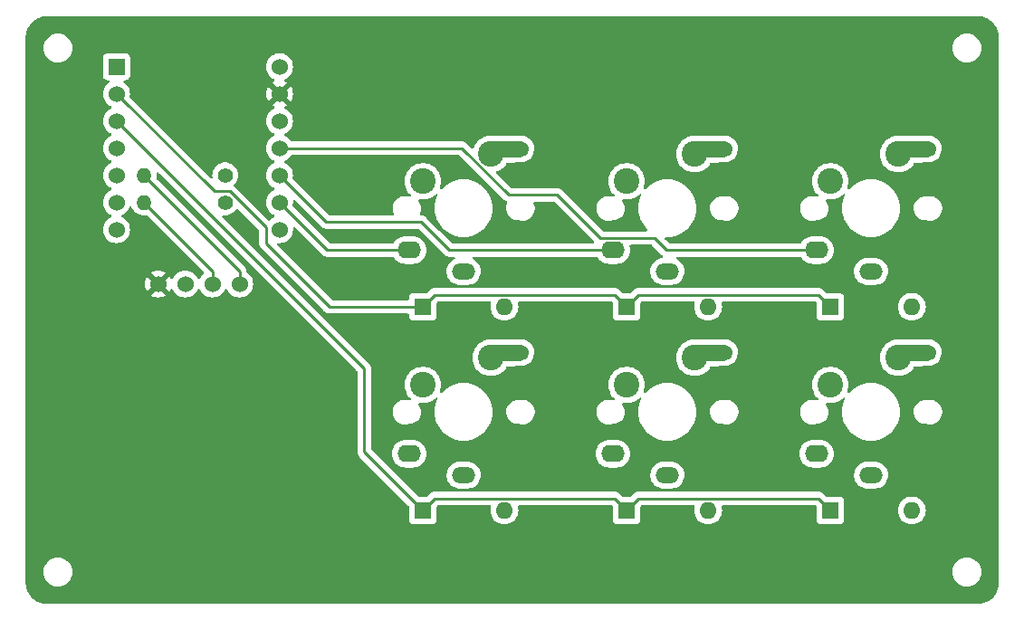
<source format=gbr>
%TF.GenerationSoftware,KiCad,Pcbnew,(7.0.0)*%
%TF.CreationDate,2023-02-28T08:30:01+09:00*%
%TF.ProjectId,sgkey,73676b65-792e-46b6-9963-61645f706362,rev?*%
%TF.SameCoordinates,Original*%
%TF.FileFunction,Copper,L2,Bot*%
%TF.FilePolarity,Positive*%
%FSLAX46Y46*%
G04 Gerber Fmt 4.6, Leading zero omitted, Abs format (unit mm)*
G04 Created by KiCad (PCBNEW (7.0.0)) date 2023-02-28 08:30:01*
%MOMM*%
%LPD*%
G01*
G04 APERTURE LIST*
G04 Aperture macros list*
%AMHorizOval*
0 Thick line with rounded ends*
0 $1 width*
0 $2 $3 position (X,Y) of the first rounded end (center of the circle)*
0 $4 $5 position (X,Y) of the second rounded end (center of the circle)*
0 Add line between two ends*
20,1,$1,$2,$3,$4,$5,0*
0 Add two circle primitives to create the rounded ends*
1,1,$1,$2,$3*
1,1,$1,$4,$5*%
G04 Aperture macros list end*
%TA.AperFunction,ComponentPad*%
%ADD10R,1.600000X1.600000*%
%TD*%
%TA.AperFunction,ComponentPad*%
%ADD11O,1.600000X1.600000*%
%TD*%
%TA.AperFunction,ComponentPad*%
%ADD12O,2.200000X1.600000*%
%TD*%
%TA.AperFunction,ComponentPad*%
%ADD13C,2.400000*%
%TD*%
%TA.AperFunction,ComponentPad*%
%ADD14O,2.200000X1.500000*%
%TD*%
%TA.AperFunction,ComponentPad*%
%ADD15HorizOval,1.500000X1.449945X0.012653X-1.449945X-0.012653X0*%
%TD*%
%TA.AperFunction,ComponentPad*%
%ADD16C,1.400000*%
%TD*%
%TA.AperFunction,ComponentPad*%
%ADD17O,1.400000X1.400000*%
%TD*%
%TA.AperFunction,ComponentPad*%
%ADD18R,1.530000X1.530000*%
%TD*%
%TA.AperFunction,ComponentPad*%
%ADD19C,1.530000*%
%TD*%
%TA.AperFunction,ComponentPad*%
%ADD20C,1.524000*%
%TD*%
%TA.AperFunction,ViaPad*%
%ADD21C,0.800000*%
%TD*%
%TA.AperFunction,Conductor*%
%ADD22C,0.250000*%
%TD*%
G04 APERTURE END LIST*
D10*
%TO.P,D4,1,K*%
%TO.N,ROW2*%
X139139999Y-120257499D03*
D11*
%TO.P,D4,2,A*%
%TO.N,Net-(D4-A)*%
X146759999Y-120257499D03*
%TD*%
D10*
%TO.P,D5,1,K*%
%TO.N,ROW2*%
X158189999Y-120257499D03*
D11*
%TO.P,D5,2,A*%
%TO.N,Net-(D5-A)*%
X165809999Y-120257499D03*
%TD*%
D12*
%TO.P,SW5,1,1*%
%TO.N,COL2*%
X156899999Y-114949999D03*
D13*
X158190000Y-108510000D03*
D14*
%TO.P,SW5,2,2*%
%TO.N,Net-(D5-A)*%
X161999999Y-116949999D03*
D13*
X164540000Y-105970000D03*
D15*
X165900041Y-105509598D03*
%TD*%
D16*
%TO.P,R1,1*%
%TO.N,VCC*%
X120650000Y-91440000D03*
D17*
%TO.P,R1,2*%
%TO.N,SCL*%
X113029999Y-91439999D03*
%TD*%
D12*
%TO.P,SW2,1,1*%
%TO.N,COL2*%
X156899999Y-95899999D03*
D13*
X158190000Y-89460000D03*
D14*
%TO.P,SW2,2,2*%
%TO.N,Net-(D2-A)*%
X161999999Y-97899999D03*
D13*
X164540000Y-86920000D03*
D15*
X165900041Y-86459598D03*
%TD*%
D18*
%TO.P,U1,1,PA02_A0_D0*%
%TO.N,unconnected-(U1-PA02_A0_D0-Pad1)*%
X110489999Y-78739999D03*
D19*
%TO.P,U1,2,PA4_A1_D1*%
%TO.N,ROW1*%
X110490000Y-81280000D03*
%TO.P,U1,3,PA10_A2_D2*%
%TO.N,ROW2*%
X110490000Y-83820000D03*
%TO.P,U1,4,PA11_A3_D3*%
%TO.N,unconnected-(U1-PA11_A3_D3-Pad4)*%
X110490000Y-86360000D03*
%TO.P,U1,5,PA8_A4_D4_SDA*%
%TO.N,SDA*%
X110490000Y-88900000D03*
%TO.P,U1,6,PA9_A5_D5_SCL*%
%TO.N,SCL*%
X110490000Y-91440000D03*
%TO.P,U1,7,PB08_A6_D6_TX*%
%TO.N,unconnected-(U1-PB08_A6_D6_TX-Pad7)*%
X110490000Y-93980000D03*
%TO.P,U1,8,PB09_A7_D7_RX*%
%TO.N,unconnected-(U1-PB09_A7_D7_RX-Pad8)*%
X125730000Y-93980000D03*
%TO.P,U1,9,PA7_A8_D8_SCK*%
%TO.N,COL1*%
X125730000Y-91440000D03*
%TO.P,U1,10,PA5_A9_D9_MISO*%
%TO.N,COL2*%
X125730000Y-88900000D03*
%TO.P,U1,11,PA6_A10_D10_MOSI*%
%TO.N,COL3*%
X125730000Y-86360000D03*
%TO.P,U1,12,3V3*%
%TO.N,VCC*%
X125730000Y-83820000D03*
%TO.P,U1,13,GND*%
%TO.N,GND*%
X125730000Y-81280000D03*
%TO.P,U1,14,5V*%
%TO.N,unconnected-(U1-5V-Pad14)*%
X125730000Y-78740000D03*
%TD*%
D12*
%TO.P,SW3,1,1*%
%TO.N,COL3*%
X175949999Y-95899999D03*
D13*
X177240000Y-89460000D03*
D14*
%TO.P,SW3,2,2*%
%TO.N,Net-(D3-A)*%
X181049999Y-97899999D03*
D13*
X183590000Y-86920000D03*
D15*
X184950041Y-86459598D03*
%TD*%
D10*
%TO.P,D1,1,K*%
%TO.N,ROW1*%
X139139999Y-101207499D03*
D11*
%TO.P,D1,2,A*%
%TO.N,Net-(D1-A)*%
X146759999Y-101207499D03*
%TD*%
D20*
%TO.P,U2,1,GND*%
%TO.N,GND*%
X114380000Y-99060000D03*
%TO.P,U2,2,VCC*%
%TO.N,VCC*%
X116920000Y-99060000D03*
%TO.P,U2,3,SCL*%
%TO.N,SCL*%
X119460000Y-99060000D03*
%TO.P,U2,4,SDA*%
%TO.N,SDA*%
X122000000Y-99060000D03*
%TD*%
D10*
%TO.P,D3,1,K*%
%TO.N,ROW1*%
X177239999Y-101207499D03*
D11*
%TO.P,D3,2,A*%
%TO.N,Net-(D3-A)*%
X184859999Y-101207499D03*
%TD*%
D12*
%TO.P,SW6,1,1*%
%TO.N,COL3*%
X175949999Y-114949999D03*
D13*
X177240000Y-108510000D03*
D14*
%TO.P,SW6,2,2*%
%TO.N,Net-(D6-A)*%
X181049999Y-116949999D03*
D13*
X183590000Y-105970000D03*
D15*
X184950041Y-105509598D03*
%TD*%
D12*
%TO.P,SW4,1,1*%
%TO.N,COL1*%
X137849999Y-114949999D03*
D13*
X139140000Y-108510000D03*
D14*
%TO.P,SW4,2,2*%
%TO.N,Net-(D4-A)*%
X142949999Y-116949999D03*
D13*
X145490000Y-105970000D03*
D15*
X146850041Y-105509598D03*
%TD*%
D10*
%TO.P,D2,1,K*%
%TO.N,ROW1*%
X158189999Y-101207499D03*
D11*
%TO.P,D2,2,A*%
%TO.N,Net-(D2-A)*%
X165809999Y-101207499D03*
%TD*%
D12*
%TO.P,SW1,1,1*%
%TO.N,COL1*%
X137849999Y-95899999D03*
D13*
X139140000Y-89460000D03*
D14*
%TO.P,SW1,2,2*%
%TO.N,Net-(D1-A)*%
X142949999Y-97899999D03*
D13*
X145490000Y-86920000D03*
D15*
X146850041Y-86459598D03*
%TD*%
D16*
%TO.P,R2,1*%
%TO.N,VCC*%
X120650000Y-88900000D03*
D17*
%TO.P,R2,2*%
%TO.N,SDA*%
X113029999Y-88899999D03*
%TD*%
D10*
%TO.P,D6,1,K*%
%TO.N,ROW2*%
X177239999Y-120257499D03*
D11*
%TO.P,D6,2,A*%
%TO.N,Net-(D6-A)*%
X184859999Y-120257499D03*
%TD*%
D21*
%TO.N,GND*%
X174000000Y-104000000D03*
X155000000Y-85000000D03*
X134000000Y-90000000D03*
X174000000Y-85000000D03*
X155000000Y-104000000D03*
%TD*%
D22*
%TO.N,ROW1*%
X159315000Y-100082500D02*
X176115000Y-100082500D01*
X124460000Y-93800431D02*
X124460000Y-95250000D01*
X176115000Y-100082500D02*
X177240000Y-101207500D01*
X110490000Y-81280000D02*
X119625000Y-90415000D01*
X158190000Y-101207500D02*
X159315000Y-100082500D01*
X124460000Y-95250000D02*
X130417500Y-101207500D01*
X157065000Y-100082500D02*
X158190000Y-101207500D01*
X130417500Y-101207500D02*
X139140000Y-101207500D01*
X119625000Y-90415000D02*
X121074569Y-90415000D01*
X121074569Y-90415000D02*
X124460000Y-93800431D01*
X139140000Y-101207500D02*
X140265000Y-100082500D01*
X140265000Y-100082500D02*
X157065000Y-100082500D01*
%TO.N,COL1*%
X125730000Y-91440000D02*
X130190000Y-95900000D01*
X130190000Y-95900000D02*
X137850000Y-95900000D01*
%TO.N,SDA*%
X113030000Y-88900000D02*
X122000000Y-97870000D01*
X122000000Y-97870000D02*
X122000000Y-99060000D01*
%TO.N,SCL*%
X113030000Y-91440000D02*
X119460000Y-97870000D01*
X119460000Y-97870000D02*
X119460000Y-99060000D01*
%TO.N,ROW2*%
X159315000Y-119132500D02*
X176115000Y-119132500D01*
X139140000Y-120257500D02*
X140265000Y-119132500D01*
X176115000Y-119132500D02*
X177240000Y-120257500D01*
X158190000Y-120257500D02*
X159315000Y-119132500D01*
X140265000Y-119132500D02*
X157065000Y-119132500D01*
X157065000Y-119132500D02*
X158190000Y-120257500D01*
X133655000Y-106985000D02*
X133655000Y-114772500D01*
X110490000Y-83820000D02*
X133655000Y-106985000D01*
X133655000Y-114772500D02*
X139140000Y-120257500D01*
%TO.N,COL2*%
X141620000Y-95900000D02*
X156900000Y-95900000D01*
X130105000Y-93275000D02*
X138995000Y-93275000D01*
X125730000Y-88900000D02*
X130105000Y-93275000D01*
X138995000Y-93275000D02*
X141620000Y-95900000D01*
%TO.N,COL3*%
X161904847Y-95900000D02*
X175950000Y-95900000D01*
X125730000Y-86360000D02*
X142773324Y-86360000D01*
X142773324Y-86360000D02*
X147138324Y-90725000D01*
X151685000Y-90725000D02*
X155735000Y-94775000D01*
X160779847Y-94775000D02*
X161904847Y-95900000D01*
X155735000Y-94775000D02*
X160779847Y-94775000D01*
X147138324Y-90725000D02*
X151685000Y-90725000D01*
%TD*%
%TA.AperFunction,Conductor*%
%TO.N,GND*%
G36*
X142510325Y-86994939D02*
G01*
X142550552Y-87021818D01*
X144641894Y-89113161D01*
X146641031Y-91112298D01*
X146648483Y-91120487D01*
X146652538Y-91126877D01*
X146701547Y-91172900D01*
X146704344Y-91175611D01*
X146723853Y-91195120D01*
X146727033Y-91197587D01*
X146735895Y-91205155D01*
X146744199Y-91212954D01*
X146762056Y-91229723D01*
X146762058Y-91229724D01*
X146767742Y-91235062D01*
X146774575Y-91238818D01*
X146774576Y-91238819D01*
X146785297Y-91244713D01*
X146801558Y-91255394D01*
X146817388Y-91267673D01*
X146857479Y-91285021D01*
X146867959Y-91290155D01*
X146906232Y-91311197D01*
X146925640Y-91316180D01*
X146944041Y-91322480D01*
X146962428Y-91330437D01*
X146968781Y-91331443D01*
X147016734Y-91358212D01*
X147048575Y-91403893D01*
X147057216Y-91458902D01*
X147040914Y-91512146D01*
X147027353Y-91535635D01*
X147024396Y-91540756D01*
X147022465Y-91546335D01*
X147022461Y-91546344D01*
X146957587Y-91733785D01*
X146957584Y-91733794D01*
X146955656Y-91739367D01*
X146954816Y-91745203D01*
X146954815Y-91745211D01*
X146926585Y-91941558D01*
X146926584Y-91941564D01*
X146925746Y-91947398D01*
X146926026Y-91953282D01*
X146926026Y-91953289D01*
X146932487Y-92088921D01*
X146935746Y-92157330D01*
X146937135Y-92163058D01*
X146937137Y-92163067D01*
X146977585Y-92329792D01*
X146985296Y-92361576D01*
X147003814Y-92402124D01*
X147066844Y-92540142D01*
X147072604Y-92552753D01*
X147076031Y-92557566D01*
X147076032Y-92557567D01*
X147186471Y-92712658D01*
X147194514Y-92723952D01*
X147346622Y-92868986D01*
X147523428Y-92982613D01*
X147528911Y-92984808D01*
X147528913Y-92984809D01*
X147713060Y-93058530D01*
X147718543Y-93060725D01*
X147924915Y-93100500D01*
X148079478Y-93100500D01*
X148082425Y-93100500D01*
X148085362Y-93100219D01*
X148088309Y-93100079D01*
X148088357Y-93101088D01*
X148128364Y-93104649D01*
X148237690Y-93135756D01*
X148396806Y-93150500D01*
X148500322Y-93150500D01*
X148503194Y-93150500D01*
X148662310Y-93135756D01*
X148867389Y-93077405D01*
X149058255Y-92982366D01*
X149228407Y-92853872D01*
X149372052Y-92696302D01*
X149484298Y-92515019D01*
X149561321Y-92316198D01*
X149600500Y-92106610D01*
X149600500Y-91893390D01*
X149561321Y-91683802D01*
X149497591Y-91519294D01*
X149490044Y-91460209D01*
X149510918Y-91404423D01*
X149555397Y-91364806D01*
X149613218Y-91350500D01*
X151374548Y-91350500D01*
X151422001Y-91359939D01*
X151462229Y-91386819D01*
X155138228Y-95062819D01*
X155168478Y-95112182D01*
X155173020Y-95169898D01*
X155150865Y-95223385D01*
X155106842Y-95260985D01*
X155050547Y-95274500D01*
X141930452Y-95274500D01*
X141882999Y-95265061D01*
X141842771Y-95238181D01*
X140668021Y-94063431D01*
X139492286Y-92887695D01*
X139484842Y-92879514D01*
X139480786Y-92873123D01*
X139431775Y-92827098D01*
X139428978Y-92824387D01*
X139412227Y-92807636D01*
X139409471Y-92804880D01*
X139406290Y-92802412D01*
X139397414Y-92794830D01*
X139371269Y-92770278D01*
X139371267Y-92770276D01*
X139365582Y-92764938D01*
X139358749Y-92761182D01*
X139358743Y-92761177D01*
X139348025Y-92755285D01*
X139331766Y-92744606D01*
X139322095Y-92737104D01*
X139322092Y-92737102D01*
X139315936Y-92732327D01*
X139308779Y-92729229D01*
X139308776Y-92729228D01*
X139275849Y-92714978D01*
X139265363Y-92709841D01*
X139233932Y-92692562D01*
X139233923Y-92692558D01*
X139227092Y-92688803D01*
X139219535Y-92686862D01*
X139219531Y-92686861D01*
X139207688Y-92683820D01*
X139189284Y-92677519D01*
X139178057Y-92672660D01*
X139178050Y-92672658D01*
X139170896Y-92669562D01*
X139163192Y-92668341D01*
X139163190Y-92668341D01*
X139127759Y-92662729D01*
X139116324Y-92660361D01*
X139081571Y-92651438D01*
X139081563Y-92651437D01*
X139074019Y-92649500D01*
X139066223Y-92649500D01*
X139053983Y-92649500D01*
X139034597Y-92647974D01*
X139014804Y-92644840D01*
X139007037Y-92645574D01*
X139007032Y-92645574D01*
X138993406Y-92646862D01*
X138927474Y-92634908D01*
X138877387Y-92590395D01*
X138857773Y-92526323D01*
X138872017Y-92470564D01*
X138870196Y-92469733D01*
X138872648Y-92464364D01*
X138875604Y-92459244D01*
X138944344Y-92260633D01*
X138974254Y-92052602D01*
X138964254Y-91842670D01*
X138914704Y-91638424D01*
X138827396Y-91447247D01*
X138745944Y-91332864D01*
X138724362Y-91279586D01*
X138729126Y-91222299D01*
X138759211Y-91173316D01*
X138808153Y-91143164D01*
X138865433Y-91138323D01*
X139012565Y-91160500D01*
X139262800Y-91160500D01*
X139267435Y-91160500D01*
X139519458Y-91122513D01*
X139763004Y-91047389D01*
X139992634Y-90936805D01*
X140203217Y-90793232D01*
X140318729Y-90686052D01*
X140378473Y-90655416D01*
X140445432Y-90660415D01*
X140499969Y-90699584D01*
X140526093Y-90761439D01*
X140516143Y-90827844D01*
X140421908Y-91037227D01*
X140421908Y-91037228D01*
X140420373Y-91040639D01*
X140419260Y-91044210D01*
X140419258Y-91044216D01*
X140330069Y-91330437D01*
X140323179Y-91352547D01*
X140322505Y-91356224D01*
X140322502Y-91356237D01*
X140264965Y-91670207D01*
X140264962Y-91670223D01*
X140264290Y-91673896D01*
X140264064Y-91677625D01*
X140264063Y-91677637D01*
X140247097Y-91958122D01*
X140244564Y-92000000D01*
X140244790Y-92003736D01*
X140264063Y-92322362D01*
X140264064Y-92322372D01*
X140264290Y-92326104D01*
X140264963Y-92329778D01*
X140264965Y-92329792D01*
X140322502Y-92643762D01*
X140322504Y-92643771D01*
X140323179Y-92647453D01*
X140324295Y-92651036D01*
X140324296Y-92651038D01*
X140369103Y-92794830D01*
X140420373Y-92959361D01*
X140554455Y-93257279D01*
X140556388Y-93260477D01*
X140556392Y-93260484D01*
X140721532Y-93533658D01*
X140721536Y-93533663D01*
X140723470Y-93536863D01*
X140924952Y-93794036D01*
X141155964Y-94025048D01*
X141413137Y-94226530D01*
X141692721Y-94395545D01*
X141990639Y-94529627D01*
X142302547Y-94626821D01*
X142623896Y-94685710D01*
X142868400Y-94700500D01*
X143029714Y-94700500D01*
X143031600Y-94700500D01*
X143276104Y-94685710D01*
X143597453Y-94626821D01*
X143909361Y-94529627D01*
X144207279Y-94395545D01*
X144486863Y-94226530D01*
X144744036Y-94025048D01*
X144975048Y-93794036D01*
X145176530Y-93536863D01*
X145345545Y-93257279D01*
X145479627Y-92959361D01*
X145576821Y-92647453D01*
X145635710Y-92326104D01*
X145655436Y-92000000D01*
X145635710Y-91673896D01*
X145576821Y-91352547D01*
X145479627Y-91040639D01*
X145345545Y-90742721D01*
X145183616Y-90474859D01*
X145178467Y-90466341D01*
X145178466Y-90466339D01*
X145176530Y-90463137D01*
X144975048Y-90205964D01*
X144744036Y-89974952D01*
X144486863Y-89773470D01*
X144483663Y-89771536D01*
X144483658Y-89771532D01*
X144210484Y-89606392D01*
X144210477Y-89606388D01*
X144207279Y-89604455D01*
X143909361Y-89470373D01*
X143876073Y-89460000D01*
X143601038Y-89374296D01*
X143601036Y-89374295D01*
X143597453Y-89373179D01*
X143593771Y-89372504D01*
X143593762Y-89372502D01*
X143279792Y-89314965D01*
X143279778Y-89314963D01*
X143276104Y-89314290D01*
X143272372Y-89314064D01*
X143272362Y-89314063D01*
X143033478Y-89299613D01*
X143033458Y-89299612D01*
X143031600Y-89299500D01*
X142868400Y-89299500D01*
X142866542Y-89299612D01*
X142866521Y-89299613D01*
X142627637Y-89314063D01*
X142627625Y-89314064D01*
X142623896Y-89314290D01*
X142620223Y-89314962D01*
X142620207Y-89314965D01*
X142306237Y-89372502D01*
X142306224Y-89372505D01*
X142302547Y-89373179D01*
X142298967Y-89374294D01*
X142298961Y-89374296D01*
X141994216Y-89469258D01*
X141994210Y-89469260D01*
X141990639Y-89470373D01*
X141987230Y-89471907D01*
X141987228Y-89471908D01*
X141696135Y-89602918D01*
X141696128Y-89602921D01*
X141692721Y-89604455D01*
X141689528Y-89606384D01*
X141689515Y-89606392D01*
X141416341Y-89771532D01*
X141416328Y-89771540D01*
X141413137Y-89773470D01*
X141410195Y-89775774D01*
X141410189Y-89775779D01*
X141245330Y-89904938D01*
X141155964Y-89974952D01*
X141153318Y-89977597D01*
X141153310Y-89977605D01*
X140932125Y-90198790D01*
X140873842Y-90231574D01*
X140807008Y-90229323D01*
X140751063Y-90192693D01*
X140722274Y-90132336D01*
X140729015Y-90065808D01*
X140769508Y-89962637D01*
X140826222Y-89714157D01*
X140845268Y-89460000D01*
X140826222Y-89205843D01*
X140769508Y-88957363D01*
X140676393Y-88720112D01*
X140548959Y-88499388D01*
X140390050Y-88300123D01*
X140203217Y-88126768D01*
X139992634Y-87983195D01*
X139906544Y-87941736D01*
X139767183Y-87874623D01*
X139767177Y-87874620D01*
X139763004Y-87872611D01*
X139758582Y-87871247D01*
X139758572Y-87871243D01*
X139523891Y-87798854D01*
X139523886Y-87798852D01*
X139519458Y-87797487D01*
X139514878Y-87796796D01*
X139514871Y-87796795D01*
X139272018Y-87760190D01*
X139272007Y-87760189D01*
X139267435Y-87759500D01*
X139012565Y-87759500D01*
X139007993Y-87760189D01*
X139007981Y-87760190D01*
X138765128Y-87796795D01*
X138765118Y-87796797D01*
X138760542Y-87797487D01*
X138756116Y-87798851D01*
X138756108Y-87798854D01*
X138521427Y-87871243D01*
X138521412Y-87871248D01*
X138516996Y-87872611D01*
X138512827Y-87874618D01*
X138512816Y-87874623D01*
X138291551Y-87981179D01*
X138291544Y-87981182D01*
X138287366Y-87983195D01*
X138283533Y-87985808D01*
X138283530Y-87985810D01*
X138127278Y-88092341D01*
X138076783Y-88126768D01*
X138073391Y-88129914D01*
X138073385Y-88129920D01*
X137918159Y-88273949D01*
X137889950Y-88300123D01*
X137887060Y-88303745D01*
X137887057Y-88303750D01*
X137754488Y-88469986D01*
X137731041Y-88499388D01*
X137728722Y-88503403D01*
X137728721Y-88503406D01*
X137605928Y-88716091D01*
X137605925Y-88716096D01*
X137603607Y-88720112D01*
X137601913Y-88724426D01*
X137601911Y-88724432D01*
X137512189Y-88953038D01*
X137510492Y-88957363D01*
X137509459Y-88961884D01*
X137509458Y-88961891D01*
X137454809Y-89201323D01*
X137454807Y-89201331D01*
X137453778Y-89205843D01*
X137453431Y-89210462D01*
X137453431Y-89210468D01*
X137443993Y-89336418D01*
X137434732Y-89460000D01*
X137435079Y-89464630D01*
X137439996Y-89530252D01*
X137453778Y-89714157D01*
X137454808Y-89718670D01*
X137454809Y-89718676D01*
X137506439Y-89944880D01*
X137510492Y-89962637D01*
X137512188Y-89966960D01*
X137512189Y-89966961D01*
X137598589Y-90187104D01*
X137603607Y-90199888D01*
X137731041Y-90420612D01*
X137889950Y-90619877D01*
X137928252Y-90655416D01*
X137959706Y-90684601D01*
X137992097Y-90733671D01*
X137998243Y-90792145D01*
X137976762Y-90846876D01*
X137932485Y-90885561D01*
X137875365Y-90899500D01*
X137817575Y-90899500D01*
X137814632Y-90899780D01*
X137811689Y-90899921D01*
X137811647Y-90899059D01*
X137771633Y-90895349D01*
X137662310Y-90864244D01*
X137656602Y-90863715D01*
X137506054Y-90849765D01*
X137506053Y-90849764D01*
X137503194Y-90849500D01*
X137396806Y-90849500D01*
X137393947Y-90849764D01*
X137393945Y-90849765D01*
X137243405Y-90863714D01*
X137243400Y-90863714D01*
X137237690Y-90864244D01*
X137232179Y-90865811D01*
X137232168Y-90865814D01*
X137038129Y-90921024D01*
X137038119Y-90921027D01*
X137032611Y-90922595D01*
X137027476Y-90925151D01*
X137027473Y-90925153D01*
X136846875Y-91015079D01*
X136846870Y-91015082D01*
X136841745Y-91017634D01*
X136837177Y-91021083D01*
X136837173Y-91021086D01*
X136676164Y-91142675D01*
X136676156Y-91142681D01*
X136671593Y-91146128D01*
X136667739Y-91150354D01*
X136667734Y-91150360D01*
X136531803Y-91299468D01*
X136531797Y-91299475D01*
X136527948Y-91303698D01*
X136524940Y-91308555D01*
X136524934Y-91308564D01*
X136418718Y-91480109D01*
X136418715Y-91480114D01*
X136415702Y-91484981D01*
X136413636Y-91490313D01*
X136413632Y-91490322D01*
X136340750Y-91678454D01*
X136340747Y-91678461D01*
X136338679Y-91683802D01*
X136337625Y-91689436D01*
X136337625Y-91689439D01*
X136302411Y-91877819D01*
X136299500Y-91893390D01*
X136299500Y-92106610D01*
X136300551Y-92112236D01*
X136300552Y-92112239D01*
X136325867Y-92247659D01*
X136338679Y-92316198D01*
X136340748Y-92321540D01*
X136340750Y-92321545D01*
X136402409Y-92480706D01*
X136409956Y-92539791D01*
X136389082Y-92595577D01*
X136344603Y-92635194D01*
X136286782Y-92649500D01*
X130415453Y-92649500D01*
X130368000Y-92640061D01*
X130327772Y-92613181D01*
X127000835Y-89286244D01*
X126968741Y-89230655D01*
X126968742Y-89166467D01*
X126979632Y-89125827D01*
X126979633Y-89125823D01*
X126981035Y-89120591D01*
X127000334Y-88900000D01*
X126981035Y-88679409D01*
X126947048Y-88552571D01*
X126925122Y-88470741D01*
X126925121Y-88470740D01*
X126923723Y-88465520D01*
X126830142Y-88264833D01*
X126703132Y-88083445D01*
X126546555Y-87926868D01*
X126542124Y-87923765D01*
X126542120Y-87923762D01*
X126369604Y-87802965D01*
X126369605Y-87802965D01*
X126365167Y-87799858D01*
X126360082Y-87797487D01*
X126241908Y-87742382D01*
X126189732Y-87696625D01*
X126170312Y-87630000D01*
X126189732Y-87563375D01*
X126241908Y-87517618D01*
X126245798Y-87515804D01*
X126365167Y-87460142D01*
X126546555Y-87333132D01*
X126703132Y-87176555D01*
X126799887Y-87038376D01*
X126844205Y-86999511D01*
X126901462Y-86985500D01*
X142462872Y-86985500D01*
X142510325Y-86994939D01*
G37*
%TD.AperFunction*%
%TA.AperFunction,Conductor*%
G36*
X191004042Y-74000764D02*
G01*
X191083586Y-74005978D01*
X191083767Y-74005991D01*
X191261587Y-74018709D01*
X191276904Y-74020772D01*
X191388378Y-74042945D01*
X191390437Y-74043374D01*
X191530240Y-74073786D01*
X191543703Y-74077522D01*
X191657725Y-74116228D01*
X191661074Y-74117420D01*
X191788808Y-74165062D01*
X191800300Y-74170024D01*
X191910687Y-74224461D01*
X191915187Y-74226798D01*
X192032478Y-74290844D01*
X192041942Y-74296574D01*
X192145269Y-74365615D01*
X192150688Y-74369450D01*
X192256727Y-74448830D01*
X192264145Y-74454844D01*
X192357976Y-74537131D01*
X192363898Y-74542678D01*
X192457320Y-74636100D01*
X192462867Y-74642022D01*
X192545150Y-74735848D01*
X192551173Y-74743278D01*
X192588691Y-74793396D01*
X192630548Y-74849310D01*
X192634383Y-74854729D01*
X192703424Y-74958056D01*
X192709154Y-74967520D01*
X192773183Y-75084779D01*
X192775564Y-75089363D01*
X192829969Y-75199687D01*
X192834938Y-75211196D01*
X192882556Y-75338863D01*
X192883793Y-75342338D01*
X192922470Y-75456276D01*
X192926217Y-75469777D01*
X192956613Y-75609508D01*
X192957064Y-75611675D01*
X192979224Y-75723080D01*
X192981291Y-75738425D01*
X192993995Y-75916046D01*
X192994045Y-75916781D01*
X192999234Y-75995942D01*
X192999500Y-76004053D01*
X192999500Y-126995947D01*
X192999234Y-127004058D01*
X192994045Y-127083217D01*
X192993995Y-127083952D01*
X192981291Y-127261573D01*
X192979224Y-127276918D01*
X192957064Y-127388323D01*
X192956613Y-127390490D01*
X192926217Y-127530221D01*
X192922470Y-127543722D01*
X192883793Y-127657660D01*
X192882556Y-127661135D01*
X192834938Y-127788802D01*
X192829969Y-127800311D01*
X192775564Y-127910635D01*
X192773183Y-127915219D01*
X192709154Y-128032478D01*
X192703424Y-128041942D01*
X192634383Y-128145269D01*
X192630548Y-128150688D01*
X192551181Y-128256711D01*
X192545142Y-128264160D01*
X192462867Y-128357976D01*
X192457320Y-128363898D01*
X192363898Y-128457320D01*
X192357976Y-128462867D01*
X192264160Y-128545142D01*
X192256711Y-128551181D01*
X192150688Y-128630548D01*
X192145269Y-128634383D01*
X192041942Y-128703424D01*
X192032478Y-128709154D01*
X191915219Y-128773183D01*
X191910635Y-128775564D01*
X191800311Y-128829969D01*
X191788802Y-128834938D01*
X191661135Y-128882556D01*
X191657660Y-128883793D01*
X191543722Y-128922470D01*
X191530221Y-128926217D01*
X191390490Y-128956613D01*
X191388323Y-128957064D01*
X191276918Y-128979224D01*
X191261573Y-128981291D01*
X191083952Y-128993995D01*
X191083217Y-128994045D01*
X191004058Y-128999234D01*
X190995947Y-128999500D01*
X104004053Y-128999500D01*
X103995942Y-128999234D01*
X103916781Y-128994045D01*
X103916046Y-128993995D01*
X103738425Y-128981291D01*
X103723080Y-128979224D01*
X103611675Y-128957064D01*
X103609508Y-128956613D01*
X103469777Y-128926217D01*
X103456276Y-128922470D01*
X103342338Y-128883793D01*
X103338863Y-128882556D01*
X103211196Y-128834938D01*
X103199687Y-128829969D01*
X103134947Y-128798043D01*
X103089348Y-128775556D01*
X103084779Y-128773183D01*
X102967520Y-128709154D01*
X102958056Y-128703424D01*
X102854729Y-128634383D01*
X102849310Y-128630548D01*
X102793396Y-128588691D01*
X102743278Y-128551173D01*
X102735848Y-128545150D01*
X102642022Y-128462867D01*
X102636100Y-128457320D01*
X102542678Y-128363898D01*
X102537131Y-128357976D01*
X102505450Y-128321851D01*
X102454844Y-128264145D01*
X102448830Y-128256727D01*
X102369450Y-128150688D01*
X102365615Y-128145269D01*
X102296574Y-128041942D01*
X102290844Y-128032478D01*
X102226798Y-127915187D01*
X102224461Y-127910687D01*
X102170024Y-127800300D01*
X102165060Y-127788802D01*
X102117420Y-127661074D01*
X102116228Y-127657725D01*
X102077522Y-127543703D01*
X102073786Y-127530240D01*
X102043374Y-127390437D01*
X102042945Y-127388378D01*
X102020772Y-127276904D01*
X102018709Y-127261587D01*
X102005991Y-127083767D01*
X102005978Y-127083586D01*
X102000764Y-127004042D01*
X102000500Y-126995935D01*
X102000500Y-126000000D01*
X103644341Y-126000000D01*
X103664937Y-126235408D01*
X103666336Y-126240630D01*
X103666337Y-126240634D01*
X103724694Y-126458430D01*
X103724697Y-126458438D01*
X103726097Y-126463663D01*
X103825965Y-126677829D01*
X103961505Y-126871401D01*
X104128599Y-127038495D01*
X104322171Y-127174035D01*
X104536337Y-127273903D01*
X104764592Y-127335063D01*
X104941034Y-127350500D01*
X105056258Y-127350500D01*
X105058966Y-127350500D01*
X105235408Y-127335063D01*
X105463663Y-127273903D01*
X105677829Y-127174035D01*
X105871401Y-127038495D01*
X106038495Y-126871401D01*
X106174035Y-126677830D01*
X106273903Y-126463663D01*
X106335063Y-126235408D01*
X106355659Y-126000000D01*
X188644341Y-126000000D01*
X188664937Y-126235408D01*
X188666336Y-126240630D01*
X188666337Y-126240634D01*
X188724694Y-126458430D01*
X188724697Y-126458438D01*
X188726097Y-126463663D01*
X188825965Y-126677829D01*
X188961505Y-126871401D01*
X189128599Y-127038495D01*
X189322171Y-127174035D01*
X189536337Y-127273903D01*
X189764592Y-127335063D01*
X189941034Y-127350500D01*
X190056258Y-127350500D01*
X190058966Y-127350500D01*
X190235408Y-127335063D01*
X190463663Y-127273903D01*
X190677829Y-127174035D01*
X190871401Y-127038495D01*
X191038495Y-126871401D01*
X191174035Y-126677830D01*
X191273903Y-126463663D01*
X191335063Y-126235408D01*
X191355659Y-126000000D01*
X191335063Y-125764592D01*
X191273903Y-125536337D01*
X191174035Y-125322171D01*
X191038495Y-125128599D01*
X190871401Y-124961505D01*
X190677829Y-124825965D01*
X190463663Y-124726097D01*
X190458438Y-124724697D01*
X190458430Y-124724694D01*
X190240634Y-124666337D01*
X190240630Y-124666336D01*
X190235408Y-124664937D01*
X190230020Y-124664465D01*
X190230017Y-124664465D01*
X190061664Y-124649736D01*
X190061662Y-124649735D01*
X190058966Y-124649500D01*
X189941034Y-124649500D01*
X189938338Y-124649735D01*
X189938335Y-124649736D01*
X189769982Y-124664465D01*
X189769977Y-124664465D01*
X189764592Y-124664937D01*
X189759371Y-124666335D01*
X189759365Y-124666337D01*
X189541569Y-124724694D01*
X189541557Y-124724698D01*
X189536337Y-124726097D01*
X189531432Y-124728383D01*
X189531427Y-124728386D01*
X189327081Y-124823675D01*
X189327077Y-124823677D01*
X189322171Y-124825965D01*
X189317738Y-124829068D01*
X189317731Y-124829073D01*
X189133034Y-124958399D01*
X189133029Y-124958402D01*
X189128599Y-124961505D01*
X189124775Y-124965328D01*
X189124769Y-124965334D01*
X188965336Y-125124767D01*
X188965330Y-125124773D01*
X188961505Y-125128599D01*
X188958406Y-125133023D01*
X188958399Y-125133033D01*
X188829066Y-125317740D01*
X188829061Y-125317747D01*
X188825965Y-125322170D01*
X188823683Y-125327061D01*
X188823678Y-125327072D01*
X188728386Y-125531427D01*
X188728383Y-125531432D01*
X188726097Y-125536337D01*
X188724698Y-125541557D01*
X188724694Y-125541569D01*
X188666337Y-125759365D01*
X188666335Y-125759371D01*
X188664937Y-125764592D01*
X188644341Y-126000000D01*
X106355659Y-126000000D01*
X106335063Y-125764592D01*
X106273903Y-125536337D01*
X106174035Y-125322171D01*
X106038495Y-125128599D01*
X105871401Y-124961505D01*
X105677829Y-124825965D01*
X105463663Y-124726097D01*
X105458438Y-124724697D01*
X105458430Y-124724694D01*
X105240634Y-124666337D01*
X105240630Y-124666336D01*
X105235408Y-124664937D01*
X105230020Y-124664465D01*
X105230017Y-124664465D01*
X105061664Y-124649736D01*
X105061662Y-124649735D01*
X105058966Y-124649500D01*
X104941034Y-124649500D01*
X104938338Y-124649735D01*
X104938335Y-124649736D01*
X104769982Y-124664465D01*
X104769977Y-124664465D01*
X104764592Y-124664937D01*
X104759371Y-124666335D01*
X104759365Y-124666337D01*
X104541569Y-124724694D01*
X104541557Y-124724698D01*
X104536337Y-124726097D01*
X104531432Y-124728383D01*
X104531427Y-124728386D01*
X104327081Y-124823675D01*
X104327077Y-124823677D01*
X104322171Y-124825965D01*
X104317738Y-124829068D01*
X104317731Y-124829073D01*
X104133034Y-124958399D01*
X104133029Y-124958402D01*
X104128599Y-124961505D01*
X104124775Y-124965328D01*
X104124769Y-124965334D01*
X103965336Y-125124767D01*
X103965330Y-125124773D01*
X103961505Y-125128599D01*
X103958406Y-125133023D01*
X103958399Y-125133033D01*
X103829066Y-125317740D01*
X103829061Y-125317747D01*
X103825965Y-125322170D01*
X103823683Y-125327061D01*
X103823678Y-125327072D01*
X103728386Y-125531427D01*
X103728383Y-125531432D01*
X103726097Y-125536337D01*
X103724698Y-125541557D01*
X103724694Y-125541569D01*
X103666337Y-125759365D01*
X103666335Y-125759371D01*
X103664937Y-125764592D01*
X103644341Y-126000000D01*
X102000500Y-126000000D01*
X102000500Y-100111418D01*
X113685503Y-100111418D01*
X113692936Y-100119530D01*
X113742151Y-100153991D01*
X113751499Y-100159388D01*
X113941819Y-100248135D01*
X113951943Y-100251821D01*
X114154786Y-100306173D01*
X114165418Y-100308047D01*
X114374605Y-100326349D01*
X114385395Y-100326349D01*
X114594581Y-100308047D01*
X114605213Y-100306173D01*
X114808056Y-100251821D01*
X114818180Y-100248135D01*
X115008494Y-100159391D01*
X115017851Y-100153989D01*
X115067064Y-100119528D01*
X115074496Y-100111419D01*
X115068582Y-100102136D01*
X114391542Y-99425095D01*
X114380000Y-99418431D01*
X114368457Y-99425095D01*
X113691416Y-100102136D01*
X113685503Y-100111418D01*
X102000500Y-100111418D01*
X102000500Y-99065395D01*
X113113651Y-99065395D01*
X113131952Y-99274581D01*
X113133826Y-99285213D01*
X113188178Y-99488056D01*
X113191864Y-99498180D01*
X113280609Y-99688496D01*
X113286008Y-99697848D01*
X113320470Y-99747065D01*
X113328579Y-99754496D01*
X113337862Y-99748582D01*
X114014903Y-99071542D01*
X114021567Y-99060000D01*
X114014903Y-99048457D01*
X113337859Y-98371413D01*
X113328581Y-98365502D01*
X113320468Y-98372936D01*
X113286006Y-98422154D01*
X113280612Y-98431498D01*
X113191865Y-98621815D01*
X113188177Y-98631949D01*
X113133826Y-98834786D01*
X113131952Y-98845418D01*
X113113651Y-99054605D01*
X113113651Y-99065395D01*
X102000500Y-99065395D01*
X102000500Y-98008581D01*
X113685502Y-98008581D01*
X113691413Y-98017859D01*
X114368457Y-98694903D01*
X114379999Y-98701567D01*
X114391542Y-98694903D01*
X115068582Y-98017862D01*
X115074496Y-98008579D01*
X115067065Y-98000470D01*
X115017848Y-97966008D01*
X115008496Y-97960609D01*
X114818180Y-97871864D01*
X114808056Y-97868178D01*
X114605213Y-97813826D01*
X114594581Y-97811952D01*
X114385395Y-97793651D01*
X114374605Y-97793651D01*
X114165418Y-97811952D01*
X114154786Y-97813826D01*
X113951949Y-97868177D01*
X113941815Y-97871865D01*
X113751498Y-97960612D01*
X113742154Y-97966006D01*
X113692936Y-98000468D01*
X113685502Y-98008581D01*
X102000500Y-98008581D01*
X102000500Y-93980000D01*
X109219666Y-93980000D01*
X109220138Y-93985395D01*
X109238492Y-94195192D01*
X109238493Y-94195199D01*
X109238965Y-94200591D01*
X109240364Y-94205812D01*
X109240366Y-94205823D01*
X109294877Y-94409258D01*
X109294879Y-94409265D01*
X109296277Y-94414480D01*
X109389858Y-94615167D01*
X109398018Y-94626821D01*
X109513762Y-94792120D01*
X109513765Y-94792124D01*
X109516868Y-94796555D01*
X109673445Y-94953132D01*
X109854833Y-95080142D01*
X110055520Y-95173723D01*
X110060740Y-95175121D01*
X110060741Y-95175122D01*
X110264176Y-95229633D01*
X110264178Y-95229633D01*
X110269409Y-95231035D01*
X110490000Y-95250334D01*
X110710591Y-95231035D01*
X110924480Y-95173723D01*
X111125167Y-95080142D01*
X111306555Y-94953132D01*
X111463132Y-94796555D01*
X111590142Y-94615167D01*
X111683723Y-94414480D01*
X111741035Y-94200591D01*
X111760334Y-93980000D01*
X111741035Y-93759409D01*
X111738825Y-93751163D01*
X111685122Y-93550741D01*
X111685121Y-93550740D01*
X111683723Y-93545520D01*
X111590142Y-93344833D01*
X111463132Y-93163445D01*
X111306555Y-93006868D01*
X111302124Y-93003765D01*
X111302120Y-93003762D01*
X111129604Y-92882965D01*
X111129605Y-92882965D01*
X111125167Y-92879858D01*
X111099265Y-92867780D01*
X111001908Y-92822382D01*
X110949732Y-92776625D01*
X110930312Y-92710000D01*
X110949732Y-92643375D01*
X111001908Y-92597618D01*
X111125167Y-92540142D01*
X111306555Y-92413132D01*
X111463132Y-92256555D01*
X111590142Y-92075167D01*
X111682168Y-91877812D01*
X111717790Y-91832835D01*
X111769853Y-91808707D01*
X111827204Y-91810601D01*
X111877562Y-91838111D01*
X111903983Y-91876418D01*
X111905771Y-91875528D01*
X112002387Y-92069559D01*
X112002389Y-92069563D01*
X112004942Y-92074689D01*
X112008391Y-92079256D01*
X112008394Y-92079261D01*
X112135561Y-92247658D01*
X112135566Y-92247663D01*
X112139019Y-92252236D01*
X112143255Y-92256097D01*
X112143259Y-92256102D01*
X112202997Y-92310560D01*
X112303438Y-92402124D01*
X112492599Y-92519247D01*
X112700060Y-92599618D01*
X112918757Y-92640500D01*
X113135514Y-92640500D01*
X113141243Y-92640500D01*
X113249428Y-92620276D01*
X113308893Y-92623714D01*
X113359894Y-92654484D01*
X118632301Y-97926891D01*
X118664395Y-97982478D01*
X118664395Y-98046666D01*
X118632301Y-98102253D01*
X118493003Y-98241550D01*
X118492997Y-98241556D01*
X118489174Y-98245380D01*
X118486071Y-98249810D01*
X118486068Y-98249815D01*
X118365574Y-98421899D01*
X118365569Y-98421906D01*
X118362466Y-98426339D01*
X118360178Y-98431245D01*
X118360176Y-98431249D01*
X118302382Y-98555189D01*
X118256625Y-98607365D01*
X118190000Y-98626784D01*
X118123375Y-98607365D01*
X118077618Y-98555189D01*
X118019942Y-98431504D01*
X118017534Y-98426339D01*
X117890826Y-98245380D01*
X117734620Y-98089174D01*
X117632776Y-98017862D01*
X117558096Y-97965570D01*
X117558090Y-97965566D01*
X117553662Y-97962466D01*
X117548757Y-97960178D01*
X117548754Y-97960177D01*
X117412960Y-97896856D01*
X117353450Y-97869106D01*
X117348235Y-97867708D01*
X117348228Y-97867706D01*
X117145300Y-97813331D01*
X117145289Y-97813329D01*
X117140068Y-97811930D01*
X117134676Y-97811458D01*
X117134669Y-97811457D01*
X116925395Y-97793149D01*
X116920000Y-97792677D01*
X116914605Y-97793149D01*
X116705330Y-97811457D01*
X116705321Y-97811458D01*
X116699932Y-97811930D01*
X116694711Y-97813328D01*
X116694699Y-97813331D01*
X116491777Y-97867705D01*
X116491772Y-97867706D01*
X116486550Y-97869106D01*
X116481654Y-97871388D01*
X116481643Y-97871393D01*
X116291249Y-97960176D01*
X116291245Y-97960178D01*
X116286339Y-97962466D01*
X116281906Y-97965569D01*
X116281899Y-97965574D01*
X116109815Y-98086068D01*
X116109810Y-98086071D01*
X116105380Y-98089174D01*
X116101556Y-98092997D01*
X116101550Y-98093003D01*
X115953003Y-98241550D01*
X115952997Y-98241556D01*
X115949174Y-98245380D01*
X115946071Y-98249810D01*
X115946068Y-98249815D01*
X115825574Y-98421899D01*
X115825569Y-98421906D01*
X115822466Y-98426339D01*
X115820179Y-98431242D01*
X115820178Y-98431245D01*
X115762105Y-98555782D01*
X115716347Y-98607957D01*
X115649722Y-98627376D01*
X115583097Y-98607956D01*
X115537341Y-98555780D01*
X115479391Y-98431504D01*
X115473990Y-98422150D01*
X115439529Y-98372935D01*
X115431418Y-98365502D01*
X115422139Y-98371413D01*
X114745095Y-99048457D01*
X114738431Y-99060000D01*
X114745095Y-99071542D01*
X115422136Y-99748582D01*
X115431419Y-99754496D01*
X115439528Y-99747064D01*
X115473989Y-99697851D01*
X115479388Y-99688499D01*
X115537340Y-99564219D01*
X115583097Y-99512042D01*
X115649722Y-99492622D01*
X115716348Y-99512041D01*
X115762105Y-99564217D01*
X115819150Y-99686552D01*
X115822466Y-99693662D01*
X115825566Y-99698090D01*
X115825570Y-99698096D01*
X115859858Y-99747064D01*
X115949174Y-99874620D01*
X116105380Y-100030826D01*
X116125110Y-100044641D01*
X116281903Y-100154429D01*
X116281906Y-100154430D01*
X116286338Y-100157534D01*
X116486550Y-100250894D01*
X116491770Y-100252292D01*
X116491771Y-100252293D01*
X116694699Y-100306668D01*
X116694701Y-100306668D01*
X116699932Y-100308070D01*
X116920000Y-100327323D01*
X117140068Y-100308070D01*
X117353450Y-100250894D01*
X117553662Y-100157534D01*
X117734620Y-100030826D01*
X117890826Y-99874620D01*
X118017534Y-99693662D01*
X118077618Y-99564808D01*
X118123375Y-99512634D01*
X118190000Y-99493214D01*
X118256625Y-99512634D01*
X118302381Y-99564808D01*
X118323413Y-99609912D01*
X118359150Y-99686552D01*
X118362466Y-99693662D01*
X118365566Y-99698090D01*
X118365570Y-99698096D01*
X118399858Y-99747064D01*
X118489174Y-99874620D01*
X118645380Y-100030826D01*
X118665110Y-100044641D01*
X118821903Y-100154429D01*
X118821906Y-100154430D01*
X118826338Y-100157534D01*
X119026550Y-100250894D01*
X119031770Y-100252292D01*
X119031771Y-100252293D01*
X119234699Y-100306668D01*
X119234701Y-100306668D01*
X119239932Y-100308070D01*
X119460000Y-100327323D01*
X119680068Y-100308070D01*
X119893450Y-100250894D01*
X120093662Y-100157534D01*
X120274620Y-100030826D01*
X120430826Y-99874620D01*
X120557534Y-99693662D01*
X120617618Y-99564808D01*
X120663375Y-99512634D01*
X120730000Y-99493214D01*
X120796625Y-99512634D01*
X120842381Y-99564808D01*
X120863413Y-99609912D01*
X120899150Y-99686552D01*
X120902466Y-99693662D01*
X120905566Y-99698090D01*
X120905570Y-99698096D01*
X120939858Y-99747064D01*
X121029174Y-99874620D01*
X121185380Y-100030826D01*
X121205110Y-100044641D01*
X121361903Y-100154429D01*
X121361906Y-100154430D01*
X121366338Y-100157534D01*
X121566550Y-100250894D01*
X121571770Y-100252292D01*
X121571771Y-100252293D01*
X121774699Y-100306668D01*
X121774701Y-100306668D01*
X121779932Y-100308070D01*
X122000000Y-100327323D01*
X122220068Y-100308070D01*
X122433450Y-100250894D01*
X122633662Y-100157534D01*
X122814620Y-100030826D01*
X122970826Y-99874620D01*
X123097534Y-99693662D01*
X123190894Y-99493450D01*
X123248070Y-99280068D01*
X123267323Y-99060000D01*
X123248070Y-98839932D01*
X123190894Y-98626550D01*
X123182223Y-98607956D01*
X123099942Y-98431504D01*
X123097534Y-98426339D01*
X122970826Y-98245380D01*
X122814620Y-98089174D01*
X122679467Y-97994539D01*
X122641514Y-97951941D01*
X122626652Y-97896859D01*
X122625561Y-97862111D01*
X122625500Y-97858219D01*
X122625500Y-97834542D01*
X122625500Y-97830650D01*
X122624998Y-97826683D01*
X122624081Y-97815026D01*
X122624081Y-97815024D01*
X122622710Y-97771373D01*
X122617118Y-97752128D01*
X122613174Y-97733083D01*
X122610664Y-97713208D01*
X122594579Y-97672583D01*
X122590806Y-97661562D01*
X122578618Y-97619610D01*
X122568417Y-97602360D01*
X122559863Y-97584901D01*
X122552486Y-97566268D01*
X122526808Y-97530925D01*
X122520401Y-97521171D01*
X122520400Y-97521170D01*
X122498170Y-97483580D01*
X122484005Y-97469415D01*
X122471370Y-97454622D01*
X122459594Y-97438413D01*
X122453583Y-97433440D01*
X122453581Y-97433438D01*
X122425941Y-97410573D01*
X122417300Y-97402710D01*
X114248439Y-89233849D01*
X114217669Y-89182847D01*
X114214292Y-89124426D01*
X114215115Y-89121536D01*
X114235643Y-88900000D01*
X114221397Y-88746260D01*
X114230527Y-88686838D01*
X114266536Y-88638695D01*
X114320958Y-88613147D01*
X114381000Y-88616201D01*
X114432548Y-88647138D01*
X123714741Y-97929332D01*
X132993181Y-107207772D01*
X133020061Y-107248000D01*
X133029500Y-107295453D01*
X133029500Y-114694725D01*
X133028978Y-114705780D01*
X133027327Y-114713167D01*
X133027571Y-114720953D01*
X133027571Y-114720961D01*
X133029439Y-114780373D01*
X133029500Y-114784268D01*
X133029500Y-114811850D01*
X133029988Y-114815719D01*
X133029989Y-114815725D01*
X133030004Y-114815843D01*
X133030918Y-114827466D01*
X133032045Y-114863330D01*
X133032046Y-114863337D01*
X133032291Y-114871127D01*
X133034467Y-114878619D01*
X133034468Y-114878621D01*
X133037879Y-114890362D01*
X133041825Y-114909415D01*
X133044336Y-114929292D01*
X133047206Y-114936542D01*
X133047208Y-114936548D01*
X133060414Y-114969904D01*
X133064197Y-114980951D01*
X133076382Y-115022890D01*
X133080353Y-115029605D01*
X133080354Y-115029607D01*
X133086581Y-115040137D01*
X133095136Y-115057599D01*
X133099642Y-115068980D01*
X133099643Y-115068983D01*
X133102514Y-115076232D01*
X133124440Y-115106412D01*
X133128181Y-115111560D01*
X133134593Y-115121322D01*
X133152856Y-115152202D01*
X133152859Y-115152207D01*
X133156830Y-115158920D01*
X133162345Y-115164435D01*
X133170990Y-115173080D01*
X133183626Y-115187874D01*
X133190819Y-115197775D01*
X133190823Y-115197779D01*
X133195406Y-115204087D01*
X133201415Y-115209058D01*
X133201416Y-115209059D01*
X133229058Y-115231926D01*
X133237699Y-115239789D01*
X137803181Y-119805272D01*
X137830061Y-119845500D01*
X137839500Y-119892953D01*
X137839500Y-121102060D01*
X137839500Y-121102078D01*
X137839501Y-121105372D01*
X137839853Y-121108650D01*
X137839854Y-121108661D01*
X137845079Y-121157268D01*
X137845080Y-121157273D01*
X137845909Y-121164983D01*
X137848619Y-121172249D01*
X137848620Y-121172253D01*
X137879005Y-121253717D01*
X137896204Y-121299831D01*
X137982454Y-121415046D01*
X138097669Y-121501296D01*
X138232517Y-121551591D01*
X138292127Y-121558000D01*
X139987872Y-121557999D01*
X140047483Y-121551591D01*
X140182331Y-121501296D01*
X140297546Y-121415046D01*
X140383796Y-121299831D01*
X140434091Y-121164983D01*
X140440500Y-121105373D01*
X140440499Y-119892952D01*
X140449939Y-119845499D01*
X140476822Y-119805269D01*
X140487777Y-119794315D01*
X140528004Y-119767438D01*
X140575454Y-119758000D01*
X145385864Y-119758000D01*
X145440708Y-119770788D01*
X145484240Y-119806514D01*
X145507481Y-119857809D01*
X145505639Y-119914090D01*
X145474365Y-120030808D01*
X145454532Y-120257500D01*
X145474365Y-120484192D01*
X145475762Y-120489407D01*
X145475764Y-120489416D01*
X145531858Y-120698763D01*
X145531861Y-120698771D01*
X145533261Y-120703996D01*
X145629432Y-120910234D01*
X145759953Y-121096639D01*
X145920861Y-121257547D01*
X146107266Y-121388068D01*
X146313504Y-121484239D01*
X146318734Y-121485640D01*
X146318736Y-121485641D01*
X146528083Y-121541735D01*
X146533308Y-121543135D01*
X146760000Y-121562968D01*
X146986692Y-121543135D01*
X147206496Y-121484239D01*
X147412734Y-121388068D01*
X147599139Y-121257547D01*
X147760047Y-121096639D01*
X147890568Y-120910234D01*
X147986739Y-120703996D01*
X148045635Y-120484192D01*
X148065468Y-120257500D01*
X148045635Y-120030808D01*
X148014360Y-119914090D01*
X148012519Y-119857809D01*
X148035760Y-119806514D01*
X148079292Y-119770788D01*
X148134136Y-119758000D01*
X156754548Y-119758000D01*
X156802001Y-119767439D01*
X156842229Y-119794319D01*
X156853181Y-119805271D01*
X156880061Y-119845499D01*
X156889500Y-119892952D01*
X156889500Y-121102060D01*
X156889500Y-121102078D01*
X156889501Y-121105372D01*
X156889853Y-121108650D01*
X156889854Y-121108661D01*
X156895079Y-121157268D01*
X156895080Y-121157273D01*
X156895909Y-121164983D01*
X156898619Y-121172249D01*
X156898620Y-121172253D01*
X156929005Y-121253717D01*
X156946204Y-121299831D01*
X157032454Y-121415046D01*
X157147669Y-121501296D01*
X157282517Y-121551591D01*
X157342127Y-121558000D01*
X159037872Y-121557999D01*
X159097483Y-121551591D01*
X159232331Y-121501296D01*
X159347546Y-121415046D01*
X159433796Y-121299831D01*
X159484091Y-121164983D01*
X159490500Y-121105373D01*
X159490499Y-119892952D01*
X159499939Y-119845499D01*
X159526822Y-119805269D01*
X159537777Y-119794315D01*
X159578004Y-119767438D01*
X159625454Y-119758000D01*
X164435864Y-119758000D01*
X164490708Y-119770788D01*
X164534240Y-119806514D01*
X164557481Y-119857809D01*
X164555639Y-119914090D01*
X164524365Y-120030808D01*
X164504532Y-120257500D01*
X164524365Y-120484192D01*
X164525762Y-120489407D01*
X164525764Y-120489416D01*
X164581858Y-120698763D01*
X164581861Y-120698771D01*
X164583261Y-120703996D01*
X164679432Y-120910234D01*
X164809953Y-121096639D01*
X164970861Y-121257547D01*
X165157266Y-121388068D01*
X165363504Y-121484239D01*
X165368734Y-121485640D01*
X165368736Y-121485641D01*
X165578083Y-121541735D01*
X165583308Y-121543135D01*
X165810000Y-121562968D01*
X166036692Y-121543135D01*
X166256496Y-121484239D01*
X166462734Y-121388068D01*
X166649139Y-121257547D01*
X166810047Y-121096639D01*
X166940568Y-120910234D01*
X167036739Y-120703996D01*
X167095635Y-120484192D01*
X167115468Y-120257500D01*
X167095635Y-120030808D01*
X167064360Y-119914090D01*
X167062519Y-119857809D01*
X167085760Y-119806514D01*
X167129292Y-119770788D01*
X167184136Y-119758000D01*
X175804548Y-119758000D01*
X175852001Y-119767439D01*
X175892229Y-119794319D01*
X175903181Y-119805271D01*
X175930061Y-119845499D01*
X175939500Y-119892952D01*
X175939500Y-121102060D01*
X175939500Y-121102078D01*
X175939501Y-121105372D01*
X175939853Y-121108650D01*
X175939854Y-121108661D01*
X175945079Y-121157268D01*
X175945080Y-121157273D01*
X175945909Y-121164983D01*
X175948619Y-121172249D01*
X175948620Y-121172253D01*
X175979005Y-121253717D01*
X175996204Y-121299831D01*
X176082454Y-121415046D01*
X176197669Y-121501296D01*
X176332517Y-121551591D01*
X176392127Y-121558000D01*
X178087872Y-121557999D01*
X178147483Y-121551591D01*
X178282331Y-121501296D01*
X178397546Y-121415046D01*
X178483796Y-121299831D01*
X178534091Y-121164983D01*
X178540500Y-121105373D01*
X178540499Y-120257500D01*
X183554532Y-120257500D01*
X183574365Y-120484192D01*
X183575762Y-120489407D01*
X183575764Y-120489416D01*
X183631858Y-120698763D01*
X183631861Y-120698771D01*
X183633261Y-120703996D01*
X183729432Y-120910234D01*
X183859953Y-121096639D01*
X184020861Y-121257547D01*
X184207266Y-121388068D01*
X184413504Y-121484239D01*
X184418734Y-121485640D01*
X184418736Y-121485641D01*
X184628083Y-121541735D01*
X184633308Y-121543135D01*
X184860000Y-121562968D01*
X185086692Y-121543135D01*
X185306496Y-121484239D01*
X185512734Y-121388068D01*
X185699139Y-121257547D01*
X185860047Y-121096639D01*
X185990568Y-120910234D01*
X186086739Y-120703996D01*
X186145635Y-120484192D01*
X186165468Y-120257500D01*
X186145635Y-120030808D01*
X186094935Y-119841591D01*
X186088141Y-119816236D01*
X186088140Y-119816234D01*
X186086739Y-119811004D01*
X185990568Y-119604766D01*
X185860047Y-119418361D01*
X185699139Y-119257453D01*
X185512734Y-119126932D01*
X185306496Y-119030761D01*
X185301271Y-119029361D01*
X185301263Y-119029358D01*
X185091916Y-118973264D01*
X185091907Y-118973262D01*
X185086692Y-118971865D01*
X185081304Y-118971393D01*
X185081301Y-118971393D01*
X184865395Y-118952504D01*
X184860000Y-118952032D01*
X184854605Y-118952504D01*
X184638698Y-118971393D01*
X184638693Y-118971393D01*
X184633308Y-118971865D01*
X184628094Y-118973262D01*
X184628083Y-118973264D01*
X184418736Y-119029358D01*
X184418724Y-119029362D01*
X184413504Y-119030761D01*
X184408599Y-119033047D01*
X184408594Y-119033050D01*
X184212176Y-119124642D01*
X184212172Y-119124644D01*
X184207266Y-119126932D01*
X184202833Y-119130035D01*
X184202826Y-119130040D01*
X184025296Y-119254347D01*
X184025291Y-119254350D01*
X184020861Y-119257453D01*
X184017037Y-119261276D01*
X184017031Y-119261282D01*
X183863782Y-119414531D01*
X183863776Y-119414537D01*
X183859953Y-119418361D01*
X183856850Y-119422791D01*
X183856847Y-119422796D01*
X183732540Y-119600326D01*
X183732535Y-119600333D01*
X183729432Y-119604766D01*
X183727144Y-119609672D01*
X183727142Y-119609676D01*
X183635550Y-119806094D01*
X183635547Y-119806099D01*
X183633261Y-119811004D01*
X183631862Y-119816224D01*
X183631858Y-119816236D01*
X183575764Y-120025583D01*
X183575762Y-120025594D01*
X183574365Y-120030808D01*
X183554532Y-120257500D01*
X178540499Y-120257500D01*
X178540499Y-119409628D01*
X178534091Y-119350017D01*
X178483796Y-119215169D01*
X178397546Y-119099954D01*
X178282331Y-119013704D01*
X178170155Y-118971865D01*
X178154752Y-118966120D01*
X178154750Y-118966119D01*
X178147483Y-118963409D01*
X178139770Y-118962579D01*
X178139767Y-118962579D01*
X178091180Y-118957355D01*
X178091169Y-118957354D01*
X178087873Y-118957000D01*
X178084551Y-118957000D01*
X176875453Y-118957000D01*
X176828000Y-118947561D01*
X176787772Y-118920681D01*
X176612286Y-118745195D01*
X176604842Y-118737014D01*
X176600786Y-118730623D01*
X176551775Y-118684598D01*
X176548978Y-118681887D01*
X176532227Y-118665136D01*
X176529471Y-118662380D01*
X176526290Y-118659912D01*
X176517414Y-118652330D01*
X176491269Y-118627778D01*
X176491267Y-118627776D01*
X176485582Y-118622438D01*
X176478749Y-118618682D01*
X176478743Y-118618677D01*
X176468025Y-118612785D01*
X176451766Y-118602106D01*
X176442095Y-118594604D01*
X176442092Y-118594602D01*
X176435936Y-118589827D01*
X176428779Y-118586729D01*
X176428776Y-118586728D01*
X176395849Y-118572478D01*
X176385363Y-118567341D01*
X176353932Y-118550062D01*
X176353923Y-118550058D01*
X176347092Y-118546303D01*
X176339535Y-118544362D01*
X176339531Y-118544361D01*
X176327688Y-118541320D01*
X176309284Y-118535019D01*
X176298057Y-118530160D01*
X176298050Y-118530158D01*
X176290896Y-118527062D01*
X176283192Y-118525841D01*
X176283190Y-118525841D01*
X176247759Y-118520229D01*
X176236324Y-118517861D01*
X176201571Y-118508938D01*
X176201563Y-118508937D01*
X176194019Y-118507000D01*
X176186223Y-118507000D01*
X176173983Y-118507000D01*
X176154597Y-118505474D01*
X176134804Y-118502340D01*
X176127038Y-118503074D01*
X176127035Y-118503074D01*
X176091324Y-118506450D01*
X176079655Y-118507000D01*
X159392771Y-118507000D01*
X159381718Y-118506479D01*
X159374332Y-118504828D01*
X159366534Y-118505073D01*
X159307144Y-118506939D01*
X159303250Y-118507000D01*
X159275650Y-118507000D01*
X159271799Y-118507486D01*
X159271768Y-118507488D01*
X159271640Y-118507505D01*
X159260029Y-118508418D01*
X159224172Y-118509545D01*
X159224165Y-118509546D01*
X159216373Y-118509791D01*
X159208888Y-118511965D01*
X159208872Y-118511968D01*
X159197126Y-118515381D01*
X159178083Y-118519325D01*
X159165949Y-118520858D01*
X159165948Y-118520858D01*
X159158208Y-118521836D01*
X159150958Y-118524705D01*
X159150951Y-118524708D01*
X159117598Y-118537913D01*
X159106554Y-118541694D01*
X159072105Y-118551703D01*
X159072095Y-118551707D01*
X159064610Y-118553882D01*
X159057900Y-118557849D01*
X159057898Y-118557851D01*
X159054505Y-118559857D01*
X159047360Y-118564083D01*
X159029900Y-118572636D01*
X159011268Y-118580014D01*
X159004965Y-118584592D01*
X159004958Y-118584597D01*
X158975939Y-118605681D01*
X158966179Y-118612092D01*
X158935294Y-118630357D01*
X158935284Y-118630364D01*
X158928579Y-118634330D01*
X158923063Y-118639845D01*
X158923060Y-118639848D01*
X158914407Y-118648500D01*
X158899624Y-118661126D01*
X158889727Y-118668317D01*
X158889720Y-118668323D01*
X158883413Y-118672906D01*
X158878446Y-118678908D01*
X158878435Y-118678920D01*
X158855570Y-118706559D01*
X158847710Y-118715197D01*
X158642227Y-118920681D01*
X158601999Y-118947561D01*
X158554546Y-118957000D01*
X157825453Y-118957000D01*
X157778000Y-118947561D01*
X157737772Y-118920681D01*
X157562286Y-118745195D01*
X157554842Y-118737014D01*
X157550786Y-118730623D01*
X157501775Y-118684598D01*
X157498978Y-118681887D01*
X157482227Y-118665136D01*
X157479471Y-118662380D01*
X157476290Y-118659912D01*
X157467414Y-118652330D01*
X157441269Y-118627778D01*
X157441267Y-118627776D01*
X157435582Y-118622438D01*
X157428749Y-118618682D01*
X157428743Y-118618677D01*
X157418025Y-118612785D01*
X157401766Y-118602106D01*
X157392095Y-118594604D01*
X157392092Y-118594602D01*
X157385936Y-118589827D01*
X157378779Y-118586729D01*
X157378776Y-118586728D01*
X157345849Y-118572478D01*
X157335363Y-118567341D01*
X157303932Y-118550062D01*
X157303923Y-118550058D01*
X157297092Y-118546303D01*
X157289535Y-118544362D01*
X157289531Y-118544361D01*
X157277688Y-118541320D01*
X157259284Y-118535019D01*
X157248057Y-118530160D01*
X157248050Y-118530158D01*
X157240896Y-118527062D01*
X157233192Y-118525841D01*
X157233190Y-118525841D01*
X157197759Y-118520229D01*
X157186324Y-118517861D01*
X157151571Y-118508938D01*
X157151563Y-118508937D01*
X157144019Y-118507000D01*
X157136223Y-118507000D01*
X157123983Y-118507000D01*
X157104597Y-118505474D01*
X157084804Y-118502340D01*
X157077038Y-118503074D01*
X157077035Y-118503074D01*
X157041324Y-118506450D01*
X157029655Y-118507000D01*
X140342771Y-118507000D01*
X140331718Y-118506479D01*
X140324332Y-118504828D01*
X140316534Y-118505073D01*
X140257144Y-118506939D01*
X140253250Y-118507000D01*
X140225650Y-118507000D01*
X140221799Y-118507486D01*
X140221768Y-118507488D01*
X140221640Y-118507505D01*
X140210029Y-118508418D01*
X140174172Y-118509545D01*
X140174165Y-118509546D01*
X140166373Y-118509791D01*
X140158888Y-118511965D01*
X140158872Y-118511968D01*
X140147126Y-118515381D01*
X140128083Y-118519325D01*
X140115949Y-118520858D01*
X140115948Y-118520858D01*
X140108208Y-118521836D01*
X140100958Y-118524705D01*
X140100951Y-118524708D01*
X140067598Y-118537913D01*
X140056554Y-118541694D01*
X140022105Y-118551703D01*
X140022095Y-118551707D01*
X140014610Y-118553882D01*
X140007900Y-118557849D01*
X140007898Y-118557851D01*
X140004505Y-118559857D01*
X139997360Y-118564083D01*
X139979900Y-118572636D01*
X139961268Y-118580014D01*
X139954965Y-118584592D01*
X139954958Y-118584597D01*
X139925939Y-118605681D01*
X139916179Y-118612092D01*
X139885294Y-118630357D01*
X139885284Y-118630364D01*
X139878579Y-118634330D01*
X139873063Y-118639845D01*
X139873060Y-118639848D01*
X139864407Y-118648500D01*
X139849624Y-118661126D01*
X139839727Y-118668317D01*
X139839720Y-118668323D01*
X139833413Y-118672906D01*
X139828446Y-118678908D01*
X139828435Y-118678920D01*
X139805570Y-118706559D01*
X139797710Y-118715197D01*
X139592227Y-118920681D01*
X139551999Y-118947561D01*
X139504546Y-118957000D01*
X138775453Y-118957000D01*
X138728000Y-118947561D01*
X138687772Y-118920681D01*
X136773421Y-117006330D01*
X141345710Y-117006330D01*
X141346455Y-117011833D01*
X141346456Y-117011844D01*
X141360155Y-117112969D01*
X141375925Y-117229387D01*
X141377644Y-117234680D01*
X141377646Y-117234685D01*
X141443761Y-117438167D01*
X141443764Y-117438175D01*
X141445483Y-117443464D01*
X141448121Y-117448366D01*
X141549512Y-117636784D01*
X141549516Y-117636790D01*
X141552148Y-117641681D01*
X141555612Y-117646025D01*
X141555615Y-117646029D01*
X141689022Y-117813315D01*
X141692492Y-117817666D01*
X141862004Y-117965765D01*
X142055236Y-118081215D01*
X142265976Y-118160307D01*
X142487453Y-118200500D01*
X143353378Y-118200500D01*
X143356155Y-118200500D01*
X143524188Y-118185377D01*
X143741170Y-118125493D01*
X143943973Y-118027829D01*
X144126078Y-117895522D01*
X144281632Y-117732825D01*
X144405635Y-117544968D01*
X144494103Y-117337988D01*
X144544191Y-117118537D01*
X144549230Y-117006330D01*
X160395710Y-117006330D01*
X160396455Y-117011833D01*
X160396456Y-117011844D01*
X160410155Y-117112969D01*
X160425925Y-117229387D01*
X160427644Y-117234680D01*
X160427646Y-117234685D01*
X160493761Y-117438167D01*
X160493764Y-117438175D01*
X160495483Y-117443464D01*
X160498121Y-117448366D01*
X160599512Y-117636784D01*
X160599516Y-117636790D01*
X160602148Y-117641681D01*
X160605612Y-117646025D01*
X160605615Y-117646029D01*
X160739022Y-117813315D01*
X160742492Y-117817666D01*
X160912004Y-117965765D01*
X161105236Y-118081215D01*
X161315976Y-118160307D01*
X161537453Y-118200500D01*
X162403378Y-118200500D01*
X162406155Y-118200500D01*
X162574188Y-118185377D01*
X162791170Y-118125493D01*
X162993973Y-118027829D01*
X163176078Y-117895522D01*
X163331632Y-117732825D01*
X163455635Y-117544968D01*
X163544103Y-117337988D01*
X163594191Y-117118537D01*
X163599230Y-117006330D01*
X179445710Y-117006330D01*
X179446455Y-117011833D01*
X179446456Y-117011844D01*
X179460155Y-117112969D01*
X179475925Y-117229387D01*
X179477644Y-117234680D01*
X179477646Y-117234685D01*
X179543761Y-117438167D01*
X179543764Y-117438175D01*
X179545483Y-117443464D01*
X179548121Y-117448366D01*
X179649512Y-117636784D01*
X179649516Y-117636790D01*
X179652148Y-117641681D01*
X179655612Y-117646025D01*
X179655615Y-117646029D01*
X179789022Y-117813315D01*
X179792492Y-117817666D01*
X179962004Y-117965765D01*
X180155236Y-118081215D01*
X180365976Y-118160307D01*
X180587453Y-118200500D01*
X181453378Y-118200500D01*
X181456155Y-118200500D01*
X181624188Y-118185377D01*
X181841170Y-118125493D01*
X182043973Y-118027829D01*
X182226078Y-117895522D01*
X182381632Y-117732825D01*
X182505635Y-117544968D01*
X182594103Y-117337988D01*
X182644191Y-117118537D01*
X182654290Y-116893670D01*
X182624075Y-116670613D01*
X182554517Y-116456536D01*
X182447852Y-116258319D01*
X182378877Y-116171828D01*
X182310977Y-116086684D01*
X182307508Y-116082334D01*
X182137996Y-115934235D01*
X182133218Y-115931380D01*
X182133215Y-115931378D01*
X181949545Y-115821641D01*
X181949540Y-115821638D01*
X181944764Y-115818785D01*
X181875975Y-115792968D01*
X181739239Y-115741650D01*
X181739236Y-115741649D01*
X181734024Y-115739693D01*
X181728546Y-115738698D01*
X181728543Y-115738698D01*
X181518030Y-115700495D01*
X181518029Y-115700494D01*
X181512547Y-115699500D01*
X180643845Y-115699500D01*
X180641097Y-115699747D01*
X180641081Y-115699748D01*
X180481360Y-115714123D01*
X180481352Y-115714124D01*
X180475812Y-115714623D01*
X180470448Y-115716103D01*
X180470439Y-115716105D01*
X180264201Y-115773024D01*
X180264194Y-115773026D01*
X180258830Y-115774507D01*
X180253812Y-115776923D01*
X180253808Y-115776925D01*
X180061048Y-115869752D01*
X180061039Y-115869757D01*
X180056027Y-115872171D01*
X180051525Y-115875441D01*
X180051518Y-115875446D01*
X179878429Y-116001203D01*
X179878425Y-116001205D01*
X179873922Y-116004478D01*
X179870083Y-116008492D01*
X179870074Y-116008501D01*
X179722218Y-116163147D01*
X179722212Y-116163154D01*
X179718368Y-116167175D01*
X179715299Y-116171823D01*
X179715296Y-116171828D01*
X179597435Y-116350380D01*
X179597431Y-116350386D01*
X179594365Y-116355032D01*
X179592178Y-116360148D01*
X179592173Y-116360158D01*
X179508088Y-116556884D01*
X179508085Y-116556892D01*
X179505897Y-116562012D01*
X179504657Y-116567441D01*
X179504656Y-116567447D01*
X179479850Y-116676132D01*
X179455809Y-116781463D01*
X179455559Y-116787019D01*
X179455558Y-116787030D01*
X179450520Y-116899230D01*
X179445710Y-117006330D01*
X163599230Y-117006330D01*
X163604290Y-116893670D01*
X163574075Y-116670613D01*
X163504517Y-116456536D01*
X163397852Y-116258319D01*
X163328877Y-116171828D01*
X163260977Y-116086684D01*
X163257508Y-116082334D01*
X163087996Y-115934235D01*
X163083218Y-115931380D01*
X163083215Y-115931378D01*
X162899545Y-115821641D01*
X162899540Y-115821638D01*
X162894764Y-115818785D01*
X162825975Y-115792968D01*
X162689239Y-115741650D01*
X162689236Y-115741649D01*
X162684024Y-115739693D01*
X162678546Y-115738698D01*
X162678543Y-115738698D01*
X162468030Y-115700495D01*
X162468029Y-115700494D01*
X162462547Y-115699500D01*
X161593845Y-115699500D01*
X161591097Y-115699747D01*
X161591081Y-115699748D01*
X161431360Y-115714123D01*
X161431352Y-115714124D01*
X161425812Y-115714623D01*
X161420448Y-115716103D01*
X161420439Y-115716105D01*
X161214201Y-115773024D01*
X161214194Y-115773026D01*
X161208830Y-115774507D01*
X161203812Y-115776923D01*
X161203808Y-115776925D01*
X161011048Y-115869752D01*
X161011039Y-115869757D01*
X161006027Y-115872171D01*
X161001525Y-115875441D01*
X161001518Y-115875446D01*
X160828429Y-116001203D01*
X160828425Y-116001205D01*
X160823922Y-116004478D01*
X160820083Y-116008492D01*
X160820074Y-116008501D01*
X160672218Y-116163147D01*
X160672212Y-116163154D01*
X160668368Y-116167175D01*
X160665299Y-116171823D01*
X160665296Y-116171828D01*
X160547435Y-116350380D01*
X160547431Y-116350386D01*
X160544365Y-116355032D01*
X160542178Y-116360148D01*
X160542173Y-116360158D01*
X160458088Y-116556884D01*
X160458085Y-116556892D01*
X160455897Y-116562012D01*
X160454657Y-116567441D01*
X160454656Y-116567447D01*
X160429850Y-116676132D01*
X160405809Y-116781463D01*
X160405559Y-116787019D01*
X160405558Y-116787030D01*
X160400520Y-116899230D01*
X160395710Y-117006330D01*
X144549230Y-117006330D01*
X144554290Y-116893670D01*
X144524075Y-116670613D01*
X144454517Y-116456536D01*
X144347852Y-116258319D01*
X144278877Y-116171828D01*
X144210977Y-116086684D01*
X144207508Y-116082334D01*
X144037996Y-115934235D01*
X144033218Y-115931380D01*
X144033215Y-115931378D01*
X143849545Y-115821641D01*
X143849540Y-115821638D01*
X143844764Y-115818785D01*
X143775975Y-115792968D01*
X143639239Y-115741650D01*
X143639236Y-115741649D01*
X143634024Y-115739693D01*
X143628546Y-115738698D01*
X143628543Y-115738698D01*
X143418030Y-115700495D01*
X143418029Y-115700494D01*
X143412547Y-115699500D01*
X142543845Y-115699500D01*
X142541097Y-115699747D01*
X142541081Y-115699748D01*
X142381360Y-115714123D01*
X142381352Y-115714124D01*
X142375812Y-115714623D01*
X142370448Y-115716103D01*
X142370439Y-115716105D01*
X142164201Y-115773024D01*
X142164194Y-115773026D01*
X142158830Y-115774507D01*
X142153812Y-115776923D01*
X142153808Y-115776925D01*
X141961048Y-115869752D01*
X141961039Y-115869757D01*
X141956027Y-115872171D01*
X141951525Y-115875441D01*
X141951518Y-115875446D01*
X141778429Y-116001203D01*
X141778425Y-116001205D01*
X141773922Y-116004478D01*
X141770083Y-116008492D01*
X141770074Y-116008501D01*
X141622218Y-116163147D01*
X141622212Y-116163154D01*
X141618368Y-116167175D01*
X141615299Y-116171823D01*
X141615296Y-116171828D01*
X141497435Y-116350380D01*
X141497431Y-116350386D01*
X141494365Y-116355032D01*
X141492178Y-116360148D01*
X141492173Y-116360158D01*
X141408088Y-116556884D01*
X141408085Y-116556892D01*
X141405897Y-116562012D01*
X141404657Y-116567441D01*
X141404656Y-116567447D01*
X141379850Y-116676132D01*
X141355809Y-116781463D01*
X141355559Y-116787019D01*
X141355558Y-116787030D01*
X141350520Y-116899230D01*
X141345710Y-117006330D01*
X136773421Y-117006330D01*
X134717091Y-114950000D01*
X136244532Y-114950000D01*
X136245004Y-114955395D01*
X136263292Y-115164435D01*
X136264365Y-115176692D01*
X136265762Y-115181907D01*
X136265764Y-115181916D01*
X136321858Y-115391263D01*
X136321861Y-115391271D01*
X136323261Y-115396496D01*
X136419432Y-115602734D01*
X136422539Y-115607171D01*
X136422540Y-115607173D01*
X136506600Y-115727224D01*
X136549953Y-115789139D01*
X136710861Y-115950047D01*
X136897266Y-116080568D01*
X137103504Y-116176739D01*
X137323308Y-116235635D01*
X137493216Y-116250500D01*
X138204075Y-116250500D01*
X138206784Y-116250500D01*
X138376692Y-116235635D01*
X138596496Y-116176739D01*
X138802734Y-116080568D01*
X138989139Y-115950047D01*
X139150047Y-115789139D01*
X139280568Y-115602734D01*
X139376739Y-115396496D01*
X139435635Y-115176692D01*
X139455468Y-114950000D01*
X155294532Y-114950000D01*
X155295004Y-114955395D01*
X155313292Y-115164435D01*
X155314365Y-115176692D01*
X155315762Y-115181907D01*
X155315764Y-115181916D01*
X155371858Y-115391263D01*
X155371861Y-115391271D01*
X155373261Y-115396496D01*
X155469432Y-115602734D01*
X155472539Y-115607171D01*
X155472540Y-115607173D01*
X155556600Y-115727224D01*
X155599953Y-115789139D01*
X155760861Y-115950047D01*
X155947266Y-116080568D01*
X156153504Y-116176739D01*
X156373308Y-116235635D01*
X156543216Y-116250500D01*
X157254075Y-116250500D01*
X157256784Y-116250500D01*
X157426692Y-116235635D01*
X157646496Y-116176739D01*
X157852734Y-116080568D01*
X158039139Y-115950047D01*
X158200047Y-115789139D01*
X158330568Y-115602734D01*
X158426739Y-115396496D01*
X158485635Y-115176692D01*
X158505468Y-114950000D01*
X174344532Y-114950000D01*
X174345004Y-114955395D01*
X174363292Y-115164435D01*
X174364365Y-115176692D01*
X174365762Y-115181907D01*
X174365764Y-115181916D01*
X174421858Y-115391263D01*
X174421861Y-115391271D01*
X174423261Y-115396496D01*
X174519432Y-115602734D01*
X174522539Y-115607171D01*
X174522540Y-115607173D01*
X174606600Y-115727224D01*
X174649953Y-115789139D01*
X174810861Y-115950047D01*
X174997266Y-116080568D01*
X175203504Y-116176739D01*
X175423308Y-116235635D01*
X175593216Y-116250500D01*
X176304075Y-116250500D01*
X176306784Y-116250500D01*
X176476692Y-116235635D01*
X176696496Y-116176739D01*
X176902734Y-116080568D01*
X177089139Y-115950047D01*
X177250047Y-115789139D01*
X177380568Y-115602734D01*
X177476739Y-115396496D01*
X177535635Y-115176692D01*
X177555468Y-114950000D01*
X177535635Y-114723308D01*
X177476739Y-114503504D01*
X177380568Y-114297266D01*
X177250047Y-114110861D01*
X177089139Y-113949953D01*
X176902734Y-113819432D01*
X176754910Y-113750500D01*
X176701405Y-113725550D01*
X176701403Y-113725549D01*
X176696496Y-113723261D01*
X176691271Y-113721861D01*
X176691263Y-113721858D01*
X176481916Y-113665764D01*
X176481907Y-113665762D01*
X176476692Y-113664365D01*
X176471304Y-113663893D01*
X176471301Y-113663893D01*
X176309484Y-113649736D01*
X176309479Y-113649735D01*
X176306784Y-113649500D01*
X175593216Y-113649500D01*
X175590521Y-113649735D01*
X175590515Y-113649736D01*
X175428698Y-113663893D01*
X175428693Y-113663893D01*
X175423308Y-113664365D01*
X175418094Y-113665762D01*
X175418083Y-113665764D01*
X175208736Y-113721858D01*
X175208724Y-113721862D01*
X175203504Y-113723261D01*
X175198599Y-113725547D01*
X175198594Y-113725550D01*
X175002176Y-113817142D01*
X175002172Y-113817144D01*
X174997266Y-113819432D01*
X174992833Y-113822535D01*
X174992826Y-113822540D01*
X174815296Y-113946847D01*
X174815291Y-113946850D01*
X174810861Y-113949953D01*
X174807037Y-113953776D01*
X174807031Y-113953782D01*
X174653782Y-114107031D01*
X174653776Y-114107037D01*
X174649953Y-114110861D01*
X174646850Y-114115291D01*
X174646847Y-114115296D01*
X174522540Y-114292826D01*
X174522535Y-114292833D01*
X174519432Y-114297266D01*
X174517144Y-114302172D01*
X174517142Y-114302176D01*
X174425550Y-114498594D01*
X174425547Y-114498599D01*
X174423261Y-114503504D01*
X174421862Y-114508724D01*
X174421858Y-114508736D01*
X174365764Y-114718083D01*
X174365762Y-114718094D01*
X174364365Y-114723308D01*
X174363893Y-114728693D01*
X174363893Y-114728698D01*
X174350777Y-114878621D01*
X174344532Y-114950000D01*
X158505468Y-114950000D01*
X158485635Y-114723308D01*
X158426739Y-114503504D01*
X158330568Y-114297266D01*
X158200047Y-114110861D01*
X158039139Y-113949953D01*
X157852734Y-113819432D01*
X157704910Y-113750500D01*
X157651405Y-113725550D01*
X157651403Y-113725549D01*
X157646496Y-113723261D01*
X157641271Y-113721861D01*
X157641263Y-113721858D01*
X157431916Y-113665764D01*
X157431907Y-113665762D01*
X157426692Y-113664365D01*
X157421304Y-113663893D01*
X157421301Y-113663893D01*
X157259484Y-113649736D01*
X157259479Y-113649735D01*
X157256784Y-113649500D01*
X156543216Y-113649500D01*
X156540521Y-113649735D01*
X156540515Y-113649736D01*
X156378698Y-113663893D01*
X156378693Y-113663893D01*
X156373308Y-113664365D01*
X156368094Y-113665762D01*
X156368083Y-113665764D01*
X156158736Y-113721858D01*
X156158724Y-113721862D01*
X156153504Y-113723261D01*
X156148599Y-113725547D01*
X156148594Y-113725550D01*
X155952176Y-113817142D01*
X155952172Y-113817144D01*
X155947266Y-113819432D01*
X155942833Y-113822535D01*
X155942826Y-113822540D01*
X155765296Y-113946847D01*
X155765291Y-113946850D01*
X155760861Y-113949953D01*
X155757037Y-113953776D01*
X155757031Y-113953782D01*
X155603782Y-114107031D01*
X155603776Y-114107037D01*
X155599953Y-114110861D01*
X155596850Y-114115291D01*
X155596847Y-114115296D01*
X155472540Y-114292826D01*
X155472535Y-114292833D01*
X155469432Y-114297266D01*
X155467144Y-114302172D01*
X155467142Y-114302176D01*
X155375550Y-114498594D01*
X155375547Y-114498599D01*
X155373261Y-114503504D01*
X155371862Y-114508724D01*
X155371858Y-114508736D01*
X155315764Y-114718083D01*
X155315762Y-114718094D01*
X155314365Y-114723308D01*
X155313893Y-114728693D01*
X155313893Y-114728698D01*
X155300777Y-114878621D01*
X155294532Y-114950000D01*
X139455468Y-114950000D01*
X139435635Y-114723308D01*
X139376739Y-114503504D01*
X139280568Y-114297266D01*
X139150047Y-114110861D01*
X138989139Y-113949953D01*
X138802734Y-113819432D01*
X138654910Y-113750500D01*
X138601405Y-113725550D01*
X138601403Y-113725549D01*
X138596496Y-113723261D01*
X138591271Y-113721861D01*
X138591263Y-113721858D01*
X138381916Y-113665764D01*
X138381907Y-113665762D01*
X138376692Y-113664365D01*
X138371304Y-113663893D01*
X138371301Y-113663893D01*
X138209484Y-113649736D01*
X138209479Y-113649735D01*
X138206784Y-113649500D01*
X137493216Y-113649500D01*
X137490521Y-113649735D01*
X137490515Y-113649736D01*
X137328698Y-113663893D01*
X137328693Y-113663893D01*
X137323308Y-113664365D01*
X137318094Y-113665762D01*
X137318083Y-113665764D01*
X137108736Y-113721858D01*
X137108724Y-113721862D01*
X137103504Y-113723261D01*
X137098599Y-113725547D01*
X137098594Y-113725550D01*
X136902176Y-113817142D01*
X136902172Y-113817144D01*
X136897266Y-113819432D01*
X136892833Y-113822535D01*
X136892826Y-113822540D01*
X136715296Y-113946847D01*
X136715291Y-113946850D01*
X136710861Y-113949953D01*
X136707037Y-113953776D01*
X136707031Y-113953782D01*
X136553782Y-114107031D01*
X136553776Y-114107037D01*
X136549953Y-114110861D01*
X136546850Y-114115291D01*
X136546847Y-114115296D01*
X136422540Y-114292826D01*
X136422535Y-114292833D01*
X136419432Y-114297266D01*
X136417144Y-114302172D01*
X136417142Y-114302176D01*
X136325550Y-114498594D01*
X136325547Y-114498599D01*
X136323261Y-114503504D01*
X136321862Y-114508724D01*
X136321858Y-114508736D01*
X136265764Y-114718083D01*
X136265762Y-114718094D01*
X136264365Y-114723308D01*
X136263893Y-114728693D01*
X136263893Y-114728698D01*
X136250777Y-114878621D01*
X136244532Y-114950000D01*
X134717091Y-114950000D01*
X134316819Y-114549728D01*
X134289939Y-114509500D01*
X134280500Y-114462047D01*
X134280500Y-111156610D01*
X136299500Y-111156610D01*
X136300551Y-111162236D01*
X136300552Y-111162239D01*
X136327199Y-111304788D01*
X136338679Y-111366198D01*
X136340748Y-111371540D01*
X136340750Y-111371545D01*
X136413632Y-111559677D01*
X136413634Y-111559681D01*
X136415702Y-111565019D01*
X136418717Y-111569889D01*
X136418718Y-111569890D01*
X136499921Y-111701038D01*
X136527948Y-111746302D01*
X136671593Y-111903872D01*
X136841745Y-112032366D01*
X137032611Y-112127405D01*
X137038129Y-112128975D01*
X137232168Y-112184185D01*
X137232169Y-112184185D01*
X137237690Y-112185756D01*
X137396806Y-112200500D01*
X137500322Y-112200500D01*
X137503194Y-112200500D01*
X137662310Y-112185756D01*
X137769581Y-112155234D01*
X137803517Y-112150500D01*
X137919471Y-112150500D01*
X137922425Y-112150500D01*
X138079218Y-112135528D01*
X138280875Y-112076316D01*
X138467682Y-111980011D01*
X138632886Y-111850092D01*
X138770519Y-111691256D01*
X138875604Y-111509244D01*
X138944344Y-111310633D01*
X138974254Y-111102602D01*
X138964254Y-110892670D01*
X138914704Y-110688424D01*
X138827396Y-110497247D01*
X138745944Y-110382864D01*
X138724362Y-110329586D01*
X138729126Y-110272299D01*
X138759211Y-110223316D01*
X138808153Y-110193164D01*
X138865433Y-110188323D01*
X139012565Y-110210500D01*
X139262800Y-110210500D01*
X139267435Y-110210500D01*
X139519458Y-110172513D01*
X139763004Y-110097389D01*
X139992634Y-109986805D01*
X140203217Y-109843232D01*
X140318729Y-109736052D01*
X140378473Y-109705416D01*
X140445432Y-109710415D01*
X140499969Y-109749584D01*
X140526093Y-109811439D01*
X140516143Y-109877844D01*
X140421908Y-110087227D01*
X140421908Y-110087228D01*
X140420373Y-110090639D01*
X140419260Y-110094210D01*
X140419258Y-110094216D01*
X140336885Y-110358564D01*
X140323179Y-110402547D01*
X140322505Y-110406224D01*
X140322502Y-110406237D01*
X140264965Y-110720207D01*
X140264962Y-110720223D01*
X140264290Y-110723896D01*
X140264064Y-110727625D01*
X140264063Y-110727637D01*
X140245051Y-111041946D01*
X140244564Y-111050000D01*
X140244790Y-111053736D01*
X140264063Y-111372362D01*
X140264064Y-111372372D01*
X140264290Y-111376104D01*
X140264963Y-111379778D01*
X140264965Y-111379792D01*
X140322502Y-111693762D01*
X140322504Y-111693771D01*
X140323179Y-111697453D01*
X140324295Y-111701036D01*
X140324296Y-111701038D01*
X140347017Y-111773952D01*
X140420373Y-112009361D01*
X140554455Y-112307279D01*
X140556388Y-112310477D01*
X140556392Y-112310484D01*
X140721532Y-112583658D01*
X140721536Y-112583663D01*
X140723470Y-112586863D01*
X140924952Y-112844036D01*
X141155964Y-113075048D01*
X141413137Y-113276530D01*
X141692721Y-113445545D01*
X141990639Y-113579627D01*
X142302547Y-113676821D01*
X142623896Y-113735710D01*
X142868400Y-113750500D01*
X143029714Y-113750500D01*
X143031600Y-113750500D01*
X143276104Y-113735710D01*
X143597453Y-113676821D01*
X143909361Y-113579627D01*
X144207279Y-113445545D01*
X144486863Y-113276530D01*
X144744036Y-113075048D01*
X144975048Y-112844036D01*
X145176530Y-112586863D01*
X145345545Y-112307279D01*
X145479627Y-112009361D01*
X145576821Y-111697453D01*
X145635710Y-111376104D01*
X145655436Y-111050000D01*
X145652254Y-110997398D01*
X146925746Y-110997398D01*
X146926026Y-111003282D01*
X146926026Y-111003289D01*
X146930757Y-111102602D01*
X146935746Y-111207330D01*
X146937135Y-111213058D01*
X146937137Y-111213067D01*
X146977585Y-111379792D01*
X146985296Y-111411576D01*
X147072604Y-111602753D01*
X147076031Y-111607566D01*
X147076032Y-111607567D01*
X147174824Y-111746302D01*
X147194514Y-111773952D01*
X147346622Y-111918986D01*
X147523428Y-112032613D01*
X147528911Y-112034808D01*
X147528913Y-112034809D01*
X147713060Y-112108530D01*
X147718543Y-112110725D01*
X147924915Y-112150500D01*
X148079478Y-112150500D01*
X148082425Y-112150500D01*
X148085362Y-112150219D01*
X148088309Y-112150079D01*
X148088357Y-112151088D01*
X148128364Y-112154649D01*
X148237690Y-112185756D01*
X148396806Y-112200500D01*
X148500322Y-112200500D01*
X148503194Y-112200500D01*
X148662310Y-112185756D01*
X148867389Y-112127405D01*
X149058255Y-112032366D01*
X149228407Y-111903872D01*
X149372052Y-111746302D01*
X149484298Y-111565019D01*
X149561321Y-111366198D01*
X149600500Y-111156610D01*
X155349500Y-111156610D01*
X155350551Y-111162236D01*
X155350552Y-111162239D01*
X155377199Y-111304788D01*
X155388679Y-111366198D01*
X155390748Y-111371540D01*
X155390750Y-111371545D01*
X155463632Y-111559677D01*
X155463634Y-111559681D01*
X155465702Y-111565019D01*
X155468717Y-111569889D01*
X155468718Y-111569890D01*
X155549921Y-111701038D01*
X155577948Y-111746302D01*
X155721593Y-111903872D01*
X155891745Y-112032366D01*
X156082611Y-112127405D01*
X156088129Y-112128975D01*
X156282168Y-112184185D01*
X156282169Y-112184185D01*
X156287690Y-112185756D01*
X156446806Y-112200500D01*
X156550322Y-112200500D01*
X156553194Y-112200500D01*
X156712310Y-112185756D01*
X156819581Y-112155234D01*
X156853517Y-112150500D01*
X156969471Y-112150500D01*
X156972425Y-112150500D01*
X157129218Y-112135528D01*
X157330875Y-112076316D01*
X157517682Y-111980011D01*
X157682886Y-111850092D01*
X157820519Y-111691256D01*
X157925604Y-111509244D01*
X157994344Y-111310633D01*
X158024254Y-111102602D01*
X158014254Y-110892670D01*
X157964704Y-110688424D01*
X157877396Y-110497247D01*
X157795944Y-110382864D01*
X157774362Y-110329586D01*
X157779126Y-110272299D01*
X157809211Y-110223316D01*
X157858153Y-110193164D01*
X157915433Y-110188323D01*
X158062565Y-110210500D01*
X158312800Y-110210500D01*
X158317435Y-110210500D01*
X158569458Y-110172513D01*
X158813004Y-110097389D01*
X159042634Y-109986805D01*
X159253217Y-109843232D01*
X159368729Y-109736052D01*
X159428473Y-109705416D01*
X159495432Y-109710415D01*
X159549969Y-109749584D01*
X159576093Y-109811439D01*
X159566143Y-109877844D01*
X159471908Y-110087227D01*
X159471908Y-110087228D01*
X159470373Y-110090639D01*
X159469260Y-110094210D01*
X159469258Y-110094216D01*
X159386885Y-110358564D01*
X159373179Y-110402547D01*
X159372505Y-110406224D01*
X159372502Y-110406237D01*
X159314965Y-110720207D01*
X159314962Y-110720223D01*
X159314290Y-110723896D01*
X159314064Y-110727625D01*
X159314063Y-110727637D01*
X159295051Y-111041946D01*
X159294564Y-111050000D01*
X159294790Y-111053736D01*
X159314063Y-111372362D01*
X159314064Y-111372372D01*
X159314290Y-111376104D01*
X159314963Y-111379778D01*
X159314965Y-111379792D01*
X159372502Y-111693762D01*
X159372504Y-111693771D01*
X159373179Y-111697453D01*
X159374295Y-111701036D01*
X159374296Y-111701038D01*
X159397017Y-111773952D01*
X159470373Y-112009361D01*
X159604455Y-112307279D01*
X159606388Y-112310477D01*
X159606392Y-112310484D01*
X159771532Y-112583658D01*
X159771536Y-112583663D01*
X159773470Y-112586863D01*
X159974952Y-112844036D01*
X160205964Y-113075048D01*
X160463137Y-113276530D01*
X160742721Y-113445545D01*
X161040639Y-113579627D01*
X161352547Y-113676821D01*
X161673896Y-113735710D01*
X161918400Y-113750500D01*
X162079714Y-113750500D01*
X162081600Y-113750500D01*
X162326104Y-113735710D01*
X162647453Y-113676821D01*
X162959361Y-113579627D01*
X163257279Y-113445545D01*
X163536863Y-113276530D01*
X163794036Y-113075048D01*
X164025048Y-112844036D01*
X164226530Y-112586863D01*
X164395545Y-112307279D01*
X164529627Y-112009361D01*
X164626821Y-111697453D01*
X164685710Y-111376104D01*
X164705436Y-111050000D01*
X164702254Y-110997398D01*
X165975746Y-110997398D01*
X165976026Y-111003282D01*
X165976026Y-111003289D01*
X165980757Y-111102602D01*
X165985746Y-111207330D01*
X165987135Y-111213058D01*
X165987137Y-111213067D01*
X166027585Y-111379792D01*
X166035296Y-111411576D01*
X166122604Y-111602753D01*
X166126031Y-111607566D01*
X166126032Y-111607567D01*
X166224824Y-111746302D01*
X166244514Y-111773952D01*
X166396622Y-111918986D01*
X166573428Y-112032613D01*
X166578911Y-112034808D01*
X166578913Y-112034809D01*
X166763060Y-112108530D01*
X166768543Y-112110725D01*
X166974915Y-112150500D01*
X167129478Y-112150500D01*
X167132425Y-112150500D01*
X167135362Y-112150219D01*
X167138309Y-112150079D01*
X167138357Y-112151088D01*
X167178364Y-112154649D01*
X167287690Y-112185756D01*
X167446806Y-112200500D01*
X167550322Y-112200500D01*
X167553194Y-112200500D01*
X167712310Y-112185756D01*
X167917389Y-112127405D01*
X168108255Y-112032366D01*
X168278407Y-111903872D01*
X168422052Y-111746302D01*
X168534298Y-111565019D01*
X168611321Y-111366198D01*
X168650500Y-111156610D01*
X174399500Y-111156610D01*
X174400551Y-111162236D01*
X174400552Y-111162239D01*
X174427199Y-111304788D01*
X174438679Y-111366198D01*
X174440748Y-111371540D01*
X174440750Y-111371545D01*
X174513632Y-111559677D01*
X174513634Y-111559681D01*
X174515702Y-111565019D01*
X174518717Y-111569889D01*
X174518718Y-111569890D01*
X174599921Y-111701038D01*
X174627948Y-111746302D01*
X174771593Y-111903872D01*
X174941745Y-112032366D01*
X175132611Y-112127405D01*
X175138129Y-112128975D01*
X175332168Y-112184185D01*
X175332169Y-112184185D01*
X175337690Y-112185756D01*
X175496806Y-112200500D01*
X175600322Y-112200500D01*
X175603194Y-112200500D01*
X175762310Y-112185756D01*
X175869581Y-112155234D01*
X175903517Y-112150500D01*
X176019471Y-112150500D01*
X176022425Y-112150500D01*
X176179218Y-112135528D01*
X176380875Y-112076316D01*
X176567682Y-111980011D01*
X176732886Y-111850092D01*
X176870519Y-111691256D01*
X176975604Y-111509244D01*
X177044344Y-111310633D01*
X177074254Y-111102602D01*
X177064254Y-110892670D01*
X177014704Y-110688424D01*
X176927396Y-110497247D01*
X176845944Y-110382864D01*
X176824362Y-110329586D01*
X176829126Y-110272299D01*
X176859211Y-110223316D01*
X176908153Y-110193164D01*
X176965433Y-110188323D01*
X177112565Y-110210500D01*
X177362800Y-110210500D01*
X177367435Y-110210500D01*
X177619458Y-110172513D01*
X177863004Y-110097389D01*
X178092634Y-109986805D01*
X178303217Y-109843232D01*
X178418729Y-109736052D01*
X178478473Y-109705416D01*
X178545432Y-109710415D01*
X178599969Y-109749584D01*
X178626093Y-109811439D01*
X178616143Y-109877844D01*
X178521908Y-110087227D01*
X178521908Y-110087228D01*
X178520373Y-110090639D01*
X178519260Y-110094210D01*
X178519258Y-110094216D01*
X178436885Y-110358564D01*
X178423179Y-110402547D01*
X178422505Y-110406224D01*
X178422502Y-110406237D01*
X178364965Y-110720207D01*
X178364962Y-110720223D01*
X178364290Y-110723896D01*
X178364064Y-110727625D01*
X178364063Y-110727637D01*
X178345051Y-111041946D01*
X178344564Y-111050000D01*
X178344790Y-111053736D01*
X178364063Y-111372362D01*
X178364064Y-111372372D01*
X178364290Y-111376104D01*
X178364963Y-111379778D01*
X178364965Y-111379792D01*
X178422502Y-111693762D01*
X178422504Y-111693771D01*
X178423179Y-111697453D01*
X178424295Y-111701036D01*
X178424296Y-111701038D01*
X178447017Y-111773952D01*
X178520373Y-112009361D01*
X178654455Y-112307279D01*
X178656388Y-112310477D01*
X178656392Y-112310484D01*
X178821532Y-112583658D01*
X178821536Y-112583663D01*
X178823470Y-112586863D01*
X179024952Y-112844036D01*
X179255964Y-113075048D01*
X179513137Y-113276530D01*
X179792721Y-113445545D01*
X180090639Y-113579627D01*
X180402547Y-113676821D01*
X180723896Y-113735710D01*
X180968400Y-113750500D01*
X181129714Y-113750500D01*
X181131600Y-113750500D01*
X181376104Y-113735710D01*
X181697453Y-113676821D01*
X182009361Y-113579627D01*
X182307279Y-113445545D01*
X182586863Y-113276530D01*
X182844036Y-113075048D01*
X183075048Y-112844036D01*
X183276530Y-112586863D01*
X183445545Y-112307279D01*
X183579627Y-112009361D01*
X183676821Y-111697453D01*
X183735710Y-111376104D01*
X183755436Y-111050000D01*
X183752254Y-110997398D01*
X185025746Y-110997398D01*
X185026026Y-111003282D01*
X185026026Y-111003289D01*
X185030757Y-111102602D01*
X185035746Y-111207330D01*
X185037135Y-111213058D01*
X185037137Y-111213067D01*
X185077585Y-111379792D01*
X185085296Y-111411576D01*
X185172604Y-111602753D01*
X185176031Y-111607566D01*
X185176032Y-111607567D01*
X185274824Y-111746302D01*
X185294514Y-111773952D01*
X185446622Y-111918986D01*
X185623428Y-112032613D01*
X185628911Y-112034808D01*
X185628913Y-112034809D01*
X185813060Y-112108530D01*
X185818543Y-112110725D01*
X186024915Y-112150500D01*
X186179478Y-112150500D01*
X186182425Y-112150500D01*
X186185362Y-112150219D01*
X186188309Y-112150079D01*
X186188357Y-112151088D01*
X186228364Y-112154649D01*
X186337690Y-112185756D01*
X186496806Y-112200500D01*
X186600322Y-112200500D01*
X186603194Y-112200500D01*
X186762310Y-112185756D01*
X186967389Y-112127405D01*
X187158255Y-112032366D01*
X187328407Y-111903872D01*
X187472052Y-111746302D01*
X187584298Y-111565019D01*
X187661321Y-111366198D01*
X187700500Y-111156610D01*
X187700500Y-110943390D01*
X187661321Y-110733802D01*
X187584298Y-110534981D01*
X187495876Y-110392175D01*
X187475065Y-110358564D01*
X187475064Y-110358563D01*
X187472052Y-110353698D01*
X187328407Y-110196128D01*
X187295324Y-110171145D01*
X187162826Y-110071086D01*
X187158255Y-110067634D01*
X186967389Y-109972595D01*
X186961876Y-109971026D01*
X186961870Y-109971024D01*
X186767831Y-109915814D01*
X186767821Y-109915812D01*
X186762310Y-109914244D01*
X186756597Y-109913714D01*
X186756594Y-109913714D01*
X186606054Y-109899765D01*
X186606053Y-109899764D01*
X186603194Y-109899500D01*
X186496806Y-109899500D01*
X186493947Y-109899764D01*
X186493945Y-109899765D01*
X186343405Y-109913714D01*
X186343400Y-109913714D01*
X186337690Y-109914244D01*
X186332179Y-109915811D01*
X186332168Y-109915814D01*
X186230418Y-109944766D01*
X186196483Y-109949500D01*
X186077575Y-109949500D01*
X186074646Y-109949779D01*
X186074639Y-109949780D01*
X185926662Y-109963910D01*
X185926656Y-109963911D01*
X185920782Y-109964472D01*
X185915112Y-109966136D01*
X185915111Y-109966137D01*
X185724787Y-110022021D01*
X185724782Y-110022022D01*
X185719125Y-110023684D01*
X185713884Y-110026385D01*
X185713881Y-110026387D01*
X185537568Y-110117282D01*
X185537564Y-110117284D01*
X185532318Y-110119989D01*
X185527676Y-110123638D01*
X185527672Y-110123642D01*
X185371759Y-110246254D01*
X185371752Y-110246260D01*
X185367114Y-110249908D01*
X185363250Y-110254367D01*
X185363245Y-110254372D01*
X185233347Y-110404282D01*
X185229481Y-110408744D01*
X185226530Y-110413854D01*
X185226528Y-110413858D01*
X185127352Y-110585635D01*
X185127349Y-110585640D01*
X185124396Y-110590756D01*
X185122465Y-110596335D01*
X185122461Y-110596344D01*
X185057587Y-110783785D01*
X185057584Y-110783794D01*
X185055656Y-110789367D01*
X185054816Y-110795203D01*
X185054815Y-110795211D01*
X185026585Y-110991558D01*
X185026584Y-110991564D01*
X185025746Y-110997398D01*
X183752254Y-110997398D01*
X183735710Y-110723896D01*
X183676821Y-110402547D01*
X183579627Y-110090639D01*
X183445545Y-109792721D01*
X183276530Y-109513137D01*
X183075048Y-109255964D01*
X182844036Y-109024952D01*
X182586863Y-108823470D01*
X182583663Y-108821536D01*
X182583658Y-108821532D01*
X182310484Y-108656392D01*
X182310477Y-108656388D01*
X182307279Y-108654455D01*
X182009361Y-108520373D01*
X181976073Y-108510000D01*
X181701038Y-108424296D01*
X181701036Y-108424295D01*
X181697453Y-108423179D01*
X181693771Y-108422504D01*
X181693762Y-108422502D01*
X181379792Y-108364965D01*
X181379778Y-108364963D01*
X181376104Y-108364290D01*
X181372372Y-108364064D01*
X181372362Y-108364063D01*
X181133478Y-108349613D01*
X181133458Y-108349612D01*
X181131600Y-108349500D01*
X180968400Y-108349500D01*
X180966542Y-108349612D01*
X180966521Y-108349613D01*
X180727637Y-108364063D01*
X180727625Y-108364064D01*
X180723896Y-108364290D01*
X180720223Y-108364962D01*
X180720207Y-108364965D01*
X180406237Y-108422502D01*
X180406224Y-108422505D01*
X180402547Y-108423179D01*
X180398967Y-108424294D01*
X180398961Y-108424296D01*
X180094216Y-108519258D01*
X180094210Y-108519260D01*
X180090639Y-108520373D01*
X180087230Y-108521907D01*
X180087228Y-108521908D01*
X179796135Y-108652918D01*
X179796128Y-108652921D01*
X179792721Y-108654455D01*
X179789528Y-108656384D01*
X179789515Y-108656392D01*
X179516341Y-108821532D01*
X179516328Y-108821540D01*
X179513137Y-108823470D01*
X179510195Y-108825774D01*
X179510189Y-108825779D01*
X179277464Y-109008108D01*
X179255964Y-109024952D01*
X179253318Y-109027597D01*
X179253310Y-109027605D01*
X179032125Y-109248790D01*
X178973842Y-109281574D01*
X178907008Y-109279323D01*
X178851063Y-109242693D01*
X178822274Y-109182336D01*
X178829015Y-109115808D01*
X178869508Y-109012637D01*
X178926222Y-108764157D01*
X178945268Y-108510000D01*
X178926222Y-108255843D01*
X178869508Y-108007363D01*
X178776393Y-107770112D01*
X178648959Y-107549388D01*
X178490050Y-107350123D01*
X178303217Y-107176768D01*
X178092634Y-107033195D01*
X178088448Y-107031179D01*
X177867183Y-106924623D01*
X177867177Y-106924620D01*
X177863004Y-106922611D01*
X177858582Y-106921247D01*
X177858572Y-106921243D01*
X177623891Y-106848854D01*
X177623886Y-106848852D01*
X177619458Y-106847487D01*
X177614878Y-106846796D01*
X177614871Y-106846795D01*
X177372018Y-106810190D01*
X177372007Y-106810189D01*
X177367435Y-106809500D01*
X177112565Y-106809500D01*
X177107993Y-106810189D01*
X177107981Y-106810190D01*
X176865128Y-106846795D01*
X176865118Y-106846797D01*
X176860542Y-106847487D01*
X176856116Y-106848851D01*
X176856108Y-106848854D01*
X176621427Y-106921243D01*
X176621412Y-106921248D01*
X176616996Y-106922611D01*
X176612827Y-106924618D01*
X176612816Y-106924623D01*
X176391551Y-107031179D01*
X176391544Y-107031182D01*
X176387366Y-107033195D01*
X176383533Y-107035808D01*
X176383530Y-107035810D01*
X176356777Y-107054050D01*
X176176783Y-107176768D01*
X176173391Y-107179914D01*
X176173385Y-107179920D01*
X175993351Y-107346967D01*
X175989950Y-107350123D01*
X175987060Y-107353745D01*
X175987057Y-107353750D01*
X175833933Y-107545761D01*
X175831041Y-107549388D01*
X175828722Y-107553403D01*
X175828721Y-107553406D01*
X175705928Y-107766091D01*
X175705925Y-107766096D01*
X175703607Y-107770112D01*
X175701913Y-107774426D01*
X175701911Y-107774432D01*
X175612189Y-108003038D01*
X175610492Y-108007363D01*
X175609459Y-108011884D01*
X175609458Y-108011891D01*
X175554809Y-108251323D01*
X175554807Y-108251331D01*
X175553778Y-108255843D01*
X175553431Y-108260462D01*
X175553431Y-108260468D01*
X175541289Y-108422502D01*
X175534732Y-108510000D01*
X175553778Y-108764157D01*
X175554808Y-108768670D01*
X175554809Y-108768676D01*
X175609458Y-109008108D01*
X175610492Y-109012637D01*
X175612188Y-109016960D01*
X175612189Y-109016961D01*
X175677094Y-109182336D01*
X175703607Y-109249888D01*
X175831041Y-109470612D01*
X175989950Y-109669877D01*
X176028252Y-109705416D01*
X176059706Y-109734601D01*
X176092097Y-109783671D01*
X176098243Y-109842145D01*
X176076762Y-109896876D01*
X176032485Y-109935561D01*
X175975365Y-109949500D01*
X175917575Y-109949500D01*
X175914632Y-109949780D01*
X175911689Y-109949921D01*
X175911647Y-109949059D01*
X175871633Y-109945349D01*
X175762310Y-109914244D01*
X175756602Y-109913715D01*
X175606054Y-109899765D01*
X175606053Y-109899764D01*
X175603194Y-109899500D01*
X175496806Y-109899500D01*
X175493947Y-109899764D01*
X175493945Y-109899765D01*
X175343405Y-109913714D01*
X175343400Y-109913714D01*
X175337690Y-109914244D01*
X175332179Y-109915811D01*
X175332168Y-109915814D01*
X175138129Y-109971024D01*
X175138119Y-109971027D01*
X175132611Y-109972595D01*
X175127476Y-109975151D01*
X175127473Y-109975153D01*
X174946875Y-110065079D01*
X174946870Y-110065082D01*
X174941745Y-110067634D01*
X174937177Y-110071083D01*
X174937173Y-110071086D01*
X174776164Y-110192675D01*
X174776156Y-110192681D01*
X174771593Y-110196128D01*
X174767739Y-110200354D01*
X174767734Y-110200360D01*
X174631803Y-110349468D01*
X174631797Y-110349475D01*
X174627948Y-110353698D01*
X174624940Y-110358555D01*
X174624934Y-110358564D01*
X174518718Y-110530109D01*
X174518715Y-110530114D01*
X174515702Y-110534981D01*
X174513636Y-110540313D01*
X174513632Y-110540322D01*
X174440750Y-110728454D01*
X174440747Y-110728461D01*
X174438679Y-110733802D01*
X174437625Y-110739436D01*
X174437625Y-110739439D01*
X174410054Y-110886932D01*
X174399500Y-110943390D01*
X174399500Y-111156610D01*
X168650500Y-111156610D01*
X168650500Y-110943390D01*
X168611321Y-110733802D01*
X168534298Y-110534981D01*
X168445876Y-110392175D01*
X168425065Y-110358564D01*
X168425064Y-110358563D01*
X168422052Y-110353698D01*
X168278407Y-110196128D01*
X168245324Y-110171145D01*
X168112826Y-110071086D01*
X168108255Y-110067634D01*
X167917389Y-109972595D01*
X167911876Y-109971026D01*
X167911870Y-109971024D01*
X167717831Y-109915814D01*
X167717821Y-109915812D01*
X167712310Y-109914244D01*
X167706597Y-109913714D01*
X167706594Y-109913714D01*
X167556054Y-109899765D01*
X167556053Y-109899764D01*
X167553194Y-109899500D01*
X167446806Y-109899500D01*
X167443947Y-109899764D01*
X167443945Y-109899765D01*
X167293405Y-109913714D01*
X167293400Y-109913714D01*
X167287690Y-109914244D01*
X167282179Y-109915811D01*
X167282168Y-109915814D01*
X167180418Y-109944766D01*
X167146483Y-109949500D01*
X167027575Y-109949500D01*
X167024646Y-109949779D01*
X167024639Y-109949780D01*
X166876662Y-109963910D01*
X166876656Y-109963911D01*
X166870782Y-109964472D01*
X166865112Y-109966136D01*
X166865111Y-109966137D01*
X166674787Y-110022021D01*
X166674782Y-110022022D01*
X166669125Y-110023684D01*
X166663884Y-110026385D01*
X166663881Y-110026387D01*
X166487568Y-110117282D01*
X166487564Y-110117284D01*
X166482318Y-110119989D01*
X166477676Y-110123638D01*
X166477672Y-110123642D01*
X166321759Y-110246254D01*
X166321752Y-110246260D01*
X166317114Y-110249908D01*
X166313250Y-110254367D01*
X166313245Y-110254372D01*
X166183347Y-110404282D01*
X166179481Y-110408744D01*
X166176530Y-110413854D01*
X166176528Y-110413858D01*
X166077352Y-110585635D01*
X166077349Y-110585640D01*
X166074396Y-110590756D01*
X166072465Y-110596335D01*
X166072461Y-110596344D01*
X166007587Y-110783785D01*
X166007584Y-110783794D01*
X166005656Y-110789367D01*
X166004816Y-110795203D01*
X166004815Y-110795211D01*
X165976585Y-110991558D01*
X165976584Y-110991564D01*
X165975746Y-110997398D01*
X164702254Y-110997398D01*
X164685710Y-110723896D01*
X164626821Y-110402547D01*
X164529627Y-110090639D01*
X164395545Y-109792721D01*
X164226530Y-109513137D01*
X164025048Y-109255964D01*
X163794036Y-109024952D01*
X163536863Y-108823470D01*
X163533663Y-108821536D01*
X163533658Y-108821532D01*
X163260484Y-108656392D01*
X163260477Y-108656388D01*
X163257279Y-108654455D01*
X162959361Y-108520373D01*
X162926073Y-108510000D01*
X162651038Y-108424296D01*
X162651036Y-108424295D01*
X162647453Y-108423179D01*
X162643771Y-108422504D01*
X162643762Y-108422502D01*
X162329792Y-108364965D01*
X162329778Y-108364963D01*
X162326104Y-108364290D01*
X162322372Y-108364064D01*
X162322362Y-108364063D01*
X162083478Y-108349613D01*
X162083458Y-108349612D01*
X162081600Y-108349500D01*
X161918400Y-108349500D01*
X161916542Y-108349612D01*
X161916521Y-108349613D01*
X161677637Y-108364063D01*
X161677625Y-108364064D01*
X161673896Y-108364290D01*
X161670223Y-108364962D01*
X161670207Y-108364965D01*
X161356237Y-108422502D01*
X161356224Y-108422505D01*
X161352547Y-108423179D01*
X161348967Y-108424294D01*
X161348961Y-108424296D01*
X161044216Y-108519258D01*
X161044210Y-108519260D01*
X161040639Y-108520373D01*
X161037230Y-108521907D01*
X161037228Y-108521908D01*
X160746135Y-108652918D01*
X160746128Y-108652921D01*
X160742721Y-108654455D01*
X160739528Y-108656384D01*
X160739515Y-108656392D01*
X160466341Y-108821532D01*
X160466328Y-108821540D01*
X160463137Y-108823470D01*
X160460195Y-108825774D01*
X160460189Y-108825779D01*
X160227464Y-109008108D01*
X160205964Y-109024952D01*
X160203318Y-109027597D01*
X160203310Y-109027605D01*
X159982125Y-109248790D01*
X159923842Y-109281574D01*
X159857008Y-109279323D01*
X159801063Y-109242693D01*
X159772274Y-109182336D01*
X159779015Y-109115808D01*
X159819508Y-109012637D01*
X159876222Y-108764157D01*
X159895268Y-108510000D01*
X159876222Y-108255843D01*
X159819508Y-108007363D01*
X159726393Y-107770112D01*
X159598959Y-107549388D01*
X159440050Y-107350123D01*
X159253217Y-107176768D01*
X159042634Y-107033195D01*
X159038448Y-107031179D01*
X158817183Y-106924623D01*
X158817177Y-106924620D01*
X158813004Y-106922611D01*
X158808582Y-106921247D01*
X158808572Y-106921243D01*
X158573891Y-106848854D01*
X158573886Y-106848852D01*
X158569458Y-106847487D01*
X158564878Y-106846796D01*
X158564871Y-106846795D01*
X158322018Y-106810190D01*
X158322007Y-106810189D01*
X158317435Y-106809500D01*
X158062565Y-106809500D01*
X158057993Y-106810189D01*
X158057981Y-106810190D01*
X157815128Y-106846795D01*
X157815118Y-106846797D01*
X157810542Y-106847487D01*
X157806116Y-106848851D01*
X157806108Y-106848854D01*
X157571427Y-106921243D01*
X157571412Y-106921248D01*
X157566996Y-106922611D01*
X157562827Y-106924618D01*
X157562816Y-106924623D01*
X157341551Y-107031179D01*
X157341544Y-107031182D01*
X157337366Y-107033195D01*
X157333533Y-107035808D01*
X157333530Y-107035810D01*
X157306777Y-107054050D01*
X157126783Y-107176768D01*
X157123391Y-107179914D01*
X157123385Y-107179920D01*
X156943351Y-107346967D01*
X156939950Y-107350123D01*
X156937060Y-107353745D01*
X156937057Y-107353750D01*
X156783933Y-107545761D01*
X156781041Y-107549388D01*
X156778722Y-107553403D01*
X156778721Y-107553406D01*
X156655928Y-107766091D01*
X156655925Y-107766096D01*
X156653607Y-107770112D01*
X156651913Y-107774426D01*
X156651911Y-107774432D01*
X156562189Y-108003038D01*
X156560492Y-108007363D01*
X156559459Y-108011884D01*
X156559458Y-108011891D01*
X156504809Y-108251323D01*
X156504807Y-108251331D01*
X156503778Y-108255843D01*
X156503431Y-108260462D01*
X156503431Y-108260468D01*
X156491289Y-108422502D01*
X156484732Y-108510000D01*
X156503778Y-108764157D01*
X156504808Y-108768670D01*
X156504809Y-108768676D01*
X156559458Y-109008108D01*
X156560492Y-109012637D01*
X156562188Y-109016960D01*
X156562189Y-109016961D01*
X156627094Y-109182336D01*
X156653607Y-109249888D01*
X156781041Y-109470612D01*
X156939950Y-109669877D01*
X156978252Y-109705416D01*
X157009706Y-109734601D01*
X157042097Y-109783671D01*
X157048243Y-109842145D01*
X157026762Y-109896876D01*
X156982485Y-109935561D01*
X156925365Y-109949500D01*
X156867575Y-109949500D01*
X156864632Y-109949780D01*
X156861689Y-109949921D01*
X156861647Y-109949059D01*
X156821633Y-109945349D01*
X156712310Y-109914244D01*
X156706602Y-109913715D01*
X156556054Y-109899765D01*
X156556053Y-109899764D01*
X156553194Y-109899500D01*
X156446806Y-109899500D01*
X156443947Y-109899764D01*
X156443945Y-109899765D01*
X156293405Y-109913714D01*
X156293400Y-109913714D01*
X156287690Y-109914244D01*
X156282179Y-109915811D01*
X156282168Y-109915814D01*
X156088129Y-109971024D01*
X156088119Y-109971027D01*
X156082611Y-109972595D01*
X156077476Y-109975151D01*
X156077473Y-109975153D01*
X155896875Y-110065079D01*
X155896870Y-110065082D01*
X155891745Y-110067634D01*
X155887177Y-110071083D01*
X155887173Y-110071086D01*
X155726164Y-110192675D01*
X155726156Y-110192681D01*
X155721593Y-110196128D01*
X155717739Y-110200354D01*
X155717734Y-110200360D01*
X155581803Y-110349468D01*
X155581797Y-110349475D01*
X155577948Y-110353698D01*
X155574940Y-110358555D01*
X155574934Y-110358564D01*
X155468718Y-110530109D01*
X155468715Y-110530114D01*
X155465702Y-110534981D01*
X155463636Y-110540313D01*
X155463632Y-110540322D01*
X155390750Y-110728454D01*
X155390747Y-110728461D01*
X155388679Y-110733802D01*
X155387625Y-110739436D01*
X155387625Y-110739439D01*
X155360054Y-110886932D01*
X155349500Y-110943390D01*
X155349500Y-111156610D01*
X149600500Y-111156610D01*
X149600500Y-110943390D01*
X149561321Y-110733802D01*
X149484298Y-110534981D01*
X149395876Y-110392175D01*
X149375065Y-110358564D01*
X149375064Y-110358563D01*
X149372052Y-110353698D01*
X149228407Y-110196128D01*
X149195324Y-110171145D01*
X149062826Y-110071086D01*
X149058255Y-110067634D01*
X148867389Y-109972595D01*
X148861876Y-109971026D01*
X148861870Y-109971024D01*
X148667831Y-109915814D01*
X148667821Y-109915812D01*
X148662310Y-109914244D01*
X148656597Y-109913714D01*
X148656594Y-109913714D01*
X148506054Y-109899765D01*
X148506053Y-109899764D01*
X148503194Y-109899500D01*
X148396806Y-109899500D01*
X148393947Y-109899764D01*
X148393945Y-109899765D01*
X148243405Y-109913714D01*
X148243400Y-109913714D01*
X148237690Y-109914244D01*
X148232179Y-109915811D01*
X148232168Y-109915814D01*
X148130418Y-109944766D01*
X148096483Y-109949500D01*
X147977575Y-109949500D01*
X147974646Y-109949779D01*
X147974639Y-109949780D01*
X147826662Y-109963910D01*
X147826656Y-109963911D01*
X147820782Y-109964472D01*
X147815112Y-109966136D01*
X147815111Y-109966137D01*
X147624787Y-110022021D01*
X147624782Y-110022022D01*
X147619125Y-110023684D01*
X147613884Y-110026385D01*
X147613881Y-110026387D01*
X147437568Y-110117282D01*
X147437564Y-110117284D01*
X147432318Y-110119989D01*
X147427676Y-110123638D01*
X147427672Y-110123642D01*
X147271759Y-110246254D01*
X147271752Y-110246260D01*
X147267114Y-110249908D01*
X147263250Y-110254367D01*
X147263245Y-110254372D01*
X147133347Y-110404282D01*
X147129481Y-110408744D01*
X147126530Y-110413854D01*
X147126528Y-110413858D01*
X147027352Y-110585635D01*
X147027349Y-110585640D01*
X147024396Y-110590756D01*
X147022465Y-110596335D01*
X147022461Y-110596344D01*
X146957587Y-110783785D01*
X146957584Y-110783794D01*
X146955656Y-110789367D01*
X146954816Y-110795203D01*
X146954815Y-110795211D01*
X146926585Y-110991558D01*
X146926584Y-110991564D01*
X146925746Y-110997398D01*
X145652254Y-110997398D01*
X145635710Y-110723896D01*
X145576821Y-110402547D01*
X145479627Y-110090639D01*
X145345545Y-109792721D01*
X145176530Y-109513137D01*
X144975048Y-109255964D01*
X144744036Y-109024952D01*
X144486863Y-108823470D01*
X144483663Y-108821536D01*
X144483658Y-108821532D01*
X144210484Y-108656392D01*
X144210477Y-108656388D01*
X144207279Y-108654455D01*
X143909361Y-108520373D01*
X143876073Y-108510000D01*
X143601038Y-108424296D01*
X143601036Y-108424295D01*
X143597453Y-108423179D01*
X143593771Y-108422504D01*
X143593762Y-108422502D01*
X143279792Y-108364965D01*
X143279778Y-108364963D01*
X143276104Y-108364290D01*
X143272372Y-108364064D01*
X143272362Y-108364063D01*
X143033478Y-108349613D01*
X143033458Y-108349612D01*
X143031600Y-108349500D01*
X142868400Y-108349500D01*
X142866542Y-108349612D01*
X142866521Y-108349613D01*
X142627637Y-108364063D01*
X142627625Y-108364064D01*
X142623896Y-108364290D01*
X142620223Y-108364962D01*
X142620207Y-108364965D01*
X142306237Y-108422502D01*
X142306224Y-108422505D01*
X142302547Y-108423179D01*
X142298967Y-108424294D01*
X142298961Y-108424296D01*
X141994216Y-108519258D01*
X141994210Y-108519260D01*
X141990639Y-108520373D01*
X141987230Y-108521907D01*
X141987228Y-108521908D01*
X141696135Y-108652918D01*
X141696128Y-108652921D01*
X141692721Y-108654455D01*
X141689528Y-108656384D01*
X141689515Y-108656392D01*
X141416341Y-108821532D01*
X141416328Y-108821540D01*
X141413137Y-108823470D01*
X141410195Y-108825774D01*
X141410189Y-108825779D01*
X141177464Y-109008108D01*
X141155964Y-109024952D01*
X141153318Y-109027597D01*
X141153310Y-109027605D01*
X140932125Y-109248790D01*
X140873842Y-109281574D01*
X140807008Y-109279323D01*
X140751063Y-109242693D01*
X140722274Y-109182336D01*
X140729015Y-109115808D01*
X140769508Y-109012637D01*
X140826222Y-108764157D01*
X140845268Y-108510000D01*
X140826222Y-108255843D01*
X140769508Y-108007363D01*
X140676393Y-107770112D01*
X140548959Y-107549388D01*
X140390050Y-107350123D01*
X140203217Y-107176768D01*
X139992634Y-107033195D01*
X139988448Y-107031179D01*
X139767183Y-106924623D01*
X139767177Y-106924620D01*
X139763004Y-106922611D01*
X139758582Y-106921247D01*
X139758572Y-106921243D01*
X139523891Y-106848854D01*
X139523886Y-106848852D01*
X139519458Y-106847487D01*
X139514878Y-106846796D01*
X139514871Y-106846795D01*
X139272018Y-106810190D01*
X139272007Y-106810189D01*
X139267435Y-106809500D01*
X139012565Y-106809500D01*
X139007993Y-106810189D01*
X139007981Y-106810190D01*
X138765128Y-106846795D01*
X138765118Y-106846797D01*
X138760542Y-106847487D01*
X138756116Y-106848851D01*
X138756108Y-106848854D01*
X138521427Y-106921243D01*
X138521412Y-106921248D01*
X138516996Y-106922611D01*
X138512827Y-106924618D01*
X138512816Y-106924623D01*
X138291551Y-107031179D01*
X138291544Y-107031182D01*
X138287366Y-107033195D01*
X138283533Y-107035808D01*
X138283530Y-107035810D01*
X138256777Y-107054050D01*
X138076783Y-107176768D01*
X138073391Y-107179914D01*
X138073385Y-107179920D01*
X137893351Y-107346967D01*
X137889950Y-107350123D01*
X137887060Y-107353745D01*
X137887057Y-107353750D01*
X137733933Y-107545761D01*
X137731041Y-107549388D01*
X137728722Y-107553403D01*
X137728721Y-107553406D01*
X137605928Y-107766091D01*
X137605925Y-107766096D01*
X137603607Y-107770112D01*
X137601913Y-107774426D01*
X137601911Y-107774432D01*
X137512189Y-108003038D01*
X137510492Y-108007363D01*
X137509459Y-108011884D01*
X137509458Y-108011891D01*
X137454809Y-108251323D01*
X137454807Y-108251331D01*
X137453778Y-108255843D01*
X137453431Y-108260462D01*
X137453431Y-108260468D01*
X137441289Y-108422502D01*
X137434732Y-108510000D01*
X137453778Y-108764157D01*
X137454808Y-108768670D01*
X137454809Y-108768676D01*
X137509458Y-109008108D01*
X137510492Y-109012637D01*
X137512188Y-109016960D01*
X137512189Y-109016961D01*
X137577094Y-109182336D01*
X137603607Y-109249888D01*
X137731041Y-109470612D01*
X137889950Y-109669877D01*
X137928252Y-109705416D01*
X137959706Y-109734601D01*
X137992097Y-109783671D01*
X137998243Y-109842145D01*
X137976762Y-109896876D01*
X137932485Y-109935561D01*
X137875365Y-109949500D01*
X137817575Y-109949500D01*
X137814632Y-109949780D01*
X137811689Y-109949921D01*
X137811647Y-109949059D01*
X137771633Y-109945349D01*
X137662310Y-109914244D01*
X137656602Y-109913715D01*
X137506054Y-109899765D01*
X137506053Y-109899764D01*
X137503194Y-109899500D01*
X137396806Y-109899500D01*
X137393947Y-109899764D01*
X137393945Y-109899765D01*
X137243405Y-109913714D01*
X137243400Y-109913714D01*
X137237690Y-109914244D01*
X137232179Y-109915811D01*
X137232168Y-109915814D01*
X137038129Y-109971024D01*
X137038119Y-109971027D01*
X137032611Y-109972595D01*
X137027476Y-109975151D01*
X137027473Y-109975153D01*
X136846875Y-110065079D01*
X136846870Y-110065082D01*
X136841745Y-110067634D01*
X136837177Y-110071083D01*
X136837173Y-110071086D01*
X136676164Y-110192675D01*
X136676156Y-110192681D01*
X136671593Y-110196128D01*
X136667739Y-110200354D01*
X136667734Y-110200360D01*
X136531803Y-110349468D01*
X136531797Y-110349475D01*
X136527948Y-110353698D01*
X136524940Y-110358555D01*
X136524934Y-110358564D01*
X136418718Y-110530109D01*
X136418715Y-110530114D01*
X136415702Y-110534981D01*
X136413636Y-110540313D01*
X136413632Y-110540322D01*
X136340750Y-110728454D01*
X136340747Y-110728461D01*
X136338679Y-110733802D01*
X136337625Y-110739436D01*
X136337625Y-110739439D01*
X136310054Y-110886932D01*
X136299500Y-110943390D01*
X136299500Y-111156610D01*
X134280500Y-111156610D01*
X134280500Y-107062772D01*
X134281020Y-107051719D01*
X134282672Y-107044333D01*
X134280561Y-106977145D01*
X134280500Y-106973251D01*
X134280500Y-106949545D01*
X134280500Y-106945650D01*
X134279998Y-106941681D01*
X134279080Y-106930024D01*
X134278972Y-106926594D01*
X134277709Y-106886373D01*
X134272120Y-106867140D01*
X134268174Y-106848083D01*
X134266641Y-106835944D01*
X134265664Y-106828208D01*
X134249582Y-106787591D01*
X134245803Y-106776551D01*
X134235795Y-106742102D01*
X134235793Y-106742099D01*
X134233618Y-106734610D01*
X134229647Y-106727896D01*
X134229645Y-106727891D01*
X134223421Y-106717368D01*
X134214858Y-106699890D01*
X134207486Y-106681268D01*
X134202902Y-106674959D01*
X134202899Y-106674953D01*
X134181817Y-106645937D01*
X134175401Y-106636170D01*
X134157143Y-106605296D01*
X134157140Y-106605292D01*
X134153170Y-106598579D01*
X134139006Y-106584415D01*
X134126368Y-106569618D01*
X134119184Y-106559729D01*
X134119178Y-106559723D01*
X134114594Y-106553413D01*
X134080946Y-106525577D01*
X134072305Y-106517714D01*
X133524591Y-105970000D01*
X143784732Y-105970000D01*
X143803778Y-106224157D01*
X143804808Y-106228670D01*
X143804809Y-106228676D01*
X143851026Y-106431165D01*
X143860492Y-106472637D01*
X143862188Y-106476960D01*
X143862189Y-106476961D01*
X143949679Y-106699881D01*
X143953607Y-106709888D01*
X144081041Y-106930612D01*
X144239950Y-107129877D01*
X144426783Y-107303232D01*
X144637366Y-107446805D01*
X144866996Y-107557389D01*
X144871424Y-107558754D01*
X144871427Y-107558756D01*
X144971576Y-107589647D01*
X145110542Y-107632513D01*
X145362565Y-107670500D01*
X145612800Y-107670500D01*
X145617435Y-107670500D01*
X145869458Y-107632513D01*
X146113004Y-107557389D01*
X146342634Y-107446805D01*
X146553217Y-107303232D01*
X146740050Y-107129877D01*
X146898959Y-106930612D01*
X146901280Y-106926593D01*
X146962686Y-106820231D01*
X147007605Y-106775114D01*
X147068989Y-106758234D01*
X148367052Y-106746908D01*
X148534946Y-106730320D01*
X148751397Y-106668545D01*
X148953340Y-106569115D01*
X149134284Y-106435223D01*
X149288412Y-106271175D01*
X149410771Y-106082243D01*
X149457592Y-105970000D01*
X162834732Y-105970000D01*
X162853778Y-106224157D01*
X162854808Y-106228670D01*
X162854809Y-106228676D01*
X162901026Y-106431165D01*
X162910492Y-106472637D01*
X162912188Y-106476960D01*
X162912189Y-106476961D01*
X162999679Y-106699881D01*
X163003607Y-106709888D01*
X163131041Y-106930612D01*
X163289950Y-107129877D01*
X163476783Y-107303232D01*
X163687366Y-107446805D01*
X163916996Y-107557389D01*
X163921424Y-107558754D01*
X163921427Y-107558756D01*
X164021576Y-107589647D01*
X164160542Y-107632513D01*
X164412565Y-107670500D01*
X164662800Y-107670500D01*
X164667435Y-107670500D01*
X164919458Y-107632513D01*
X165163004Y-107557389D01*
X165392634Y-107446805D01*
X165603217Y-107303232D01*
X165790050Y-107129877D01*
X165948959Y-106930612D01*
X165951280Y-106926593D01*
X166012686Y-106820231D01*
X166057605Y-106775114D01*
X166118989Y-106758234D01*
X167417052Y-106746908D01*
X167584946Y-106730320D01*
X167801397Y-106668545D01*
X168003340Y-106569115D01*
X168184284Y-106435223D01*
X168338412Y-106271175D01*
X168460771Y-106082243D01*
X168507592Y-105970000D01*
X181884732Y-105970000D01*
X181903778Y-106224157D01*
X181904808Y-106228670D01*
X181904809Y-106228676D01*
X181951026Y-106431165D01*
X181960492Y-106472637D01*
X181962188Y-106476960D01*
X181962189Y-106476961D01*
X182049679Y-106699881D01*
X182053607Y-106709888D01*
X182181041Y-106930612D01*
X182339950Y-107129877D01*
X182526783Y-107303232D01*
X182737366Y-107446805D01*
X182966996Y-107557389D01*
X182971424Y-107558754D01*
X182971427Y-107558756D01*
X183071576Y-107589647D01*
X183210542Y-107632513D01*
X183462565Y-107670500D01*
X183712800Y-107670500D01*
X183717435Y-107670500D01*
X183969458Y-107632513D01*
X184213004Y-107557389D01*
X184442634Y-107446805D01*
X184653217Y-107303232D01*
X184840050Y-107129877D01*
X184998959Y-106930612D01*
X185001280Y-106926593D01*
X185062686Y-106820231D01*
X185107605Y-106775114D01*
X185168989Y-106758234D01*
X186467052Y-106746908D01*
X186634946Y-106730320D01*
X186851397Y-106668545D01*
X187053340Y-106569115D01*
X187234284Y-106435223D01*
X187388412Y-106271175D01*
X187510771Y-106082243D01*
X187597430Y-105874499D01*
X187645601Y-105654620D01*
X187653737Y-105429673D01*
X187621577Y-105206888D01*
X187550154Y-104993426D01*
X187441763Y-104796148D01*
X187299889Y-104621394D01*
X187129091Y-104474780D01*
X187124285Y-104471965D01*
X186939664Y-104363834D01*
X186939661Y-104363832D01*
X186934859Y-104361020D01*
X186929630Y-104359109D01*
X186929627Y-104359108D01*
X186728669Y-104285682D01*
X186728668Y-104285681D01*
X186723436Y-104283770D01*
X186658464Y-104272564D01*
X186507099Y-104246457D01*
X186507093Y-104246456D01*
X186501617Y-104245512D01*
X186496056Y-104245560D01*
X186496050Y-104245560D01*
X183722146Y-104269766D01*
X183718379Y-104269642D01*
X183717435Y-104269500D01*
X183462565Y-104269500D01*
X183457978Y-104270191D01*
X183457966Y-104270192D01*
X183453360Y-104270886D01*
X183438584Y-104272059D01*
X183438588Y-104272117D01*
X183436365Y-104272236D01*
X183436030Y-104272263D01*
X183435835Y-104272264D01*
X183435805Y-104272265D01*
X183433032Y-104272290D01*
X183430265Y-104272563D01*
X183430253Y-104272564D01*
X183270682Y-104288330D01*
X183270680Y-104288330D01*
X183265137Y-104288878D01*
X183259789Y-104290404D01*
X183259780Y-104290406D01*
X183054038Y-104349125D01*
X183054032Y-104349127D01*
X183048686Y-104350653D01*
X183043691Y-104353112D01*
X183043684Y-104353115D01*
X183020747Y-104364407D01*
X183002533Y-104371648D01*
X182971427Y-104381244D01*
X182971424Y-104381244D01*
X182966996Y-104382611D01*
X182962827Y-104384618D01*
X182962816Y-104384623D01*
X182741551Y-104491179D01*
X182741544Y-104491182D01*
X182737366Y-104493195D01*
X182733533Y-104495808D01*
X182733530Y-104495810D01*
X182542996Y-104625714D01*
X182526783Y-104636768D01*
X182523391Y-104639914D01*
X182523385Y-104639920D01*
X182349754Y-104801026D01*
X182339950Y-104810123D01*
X182337060Y-104813745D01*
X182337057Y-104813750D01*
X182197662Y-104988546D01*
X182181041Y-105009388D01*
X182178722Y-105013403D01*
X182178721Y-105013406D01*
X182055928Y-105226091D01*
X182055925Y-105226096D01*
X182053607Y-105230112D01*
X182051913Y-105234426D01*
X182051911Y-105234432D01*
X181975284Y-105429673D01*
X181960492Y-105467363D01*
X181959459Y-105471884D01*
X181959458Y-105471891D01*
X181904809Y-105711323D01*
X181904807Y-105711331D01*
X181903778Y-105715843D01*
X181903431Y-105720462D01*
X181903431Y-105720468D01*
X181891889Y-105874499D01*
X181884732Y-105970000D01*
X168507592Y-105970000D01*
X168547430Y-105874499D01*
X168595601Y-105654620D01*
X168603737Y-105429673D01*
X168571577Y-105206888D01*
X168500154Y-104993426D01*
X168391763Y-104796148D01*
X168249889Y-104621394D01*
X168079091Y-104474780D01*
X168074285Y-104471965D01*
X167889664Y-104363834D01*
X167889661Y-104363832D01*
X167884859Y-104361020D01*
X167879630Y-104359109D01*
X167879627Y-104359108D01*
X167678669Y-104285682D01*
X167678668Y-104285681D01*
X167673436Y-104283770D01*
X167608464Y-104272564D01*
X167457099Y-104246457D01*
X167457093Y-104246456D01*
X167451617Y-104245512D01*
X167446056Y-104245560D01*
X167446050Y-104245560D01*
X164672146Y-104269766D01*
X164668379Y-104269642D01*
X164667435Y-104269500D01*
X164412565Y-104269500D01*
X164407978Y-104270191D01*
X164407966Y-104270192D01*
X164403360Y-104270886D01*
X164388584Y-104272059D01*
X164388588Y-104272117D01*
X164386365Y-104272236D01*
X164386030Y-104272263D01*
X164385835Y-104272264D01*
X164385805Y-104272265D01*
X164383032Y-104272290D01*
X164380265Y-104272563D01*
X164380253Y-104272564D01*
X164220682Y-104288330D01*
X164220680Y-104288330D01*
X164215137Y-104288878D01*
X164209789Y-104290404D01*
X164209780Y-104290406D01*
X164004038Y-104349125D01*
X164004032Y-104349127D01*
X163998686Y-104350653D01*
X163993691Y-104353112D01*
X163993684Y-104353115D01*
X163970747Y-104364407D01*
X163952533Y-104371648D01*
X163921427Y-104381244D01*
X163921424Y-104381244D01*
X163916996Y-104382611D01*
X163912827Y-104384618D01*
X163912816Y-104384623D01*
X163691551Y-104491179D01*
X163691544Y-104491182D01*
X163687366Y-104493195D01*
X163683533Y-104495808D01*
X163683530Y-104495810D01*
X163492996Y-104625714D01*
X163476783Y-104636768D01*
X163473391Y-104639914D01*
X163473385Y-104639920D01*
X163299754Y-104801026D01*
X163289950Y-104810123D01*
X163287060Y-104813745D01*
X163287057Y-104813750D01*
X163147662Y-104988546D01*
X163131041Y-105009388D01*
X163128722Y-105013403D01*
X163128721Y-105013406D01*
X163005928Y-105226091D01*
X163005925Y-105226096D01*
X163003607Y-105230112D01*
X163001913Y-105234426D01*
X163001911Y-105234432D01*
X162925284Y-105429673D01*
X162910492Y-105467363D01*
X162909459Y-105471884D01*
X162909458Y-105471891D01*
X162854809Y-105711323D01*
X162854807Y-105711331D01*
X162853778Y-105715843D01*
X162853431Y-105720462D01*
X162853431Y-105720468D01*
X162841889Y-105874499D01*
X162834732Y-105970000D01*
X149457592Y-105970000D01*
X149497430Y-105874499D01*
X149545601Y-105654620D01*
X149553737Y-105429673D01*
X149521577Y-105206888D01*
X149450154Y-104993426D01*
X149341763Y-104796148D01*
X149199889Y-104621394D01*
X149029091Y-104474780D01*
X149024285Y-104471965D01*
X148839664Y-104363834D01*
X148839661Y-104363832D01*
X148834859Y-104361020D01*
X148829630Y-104359109D01*
X148829627Y-104359108D01*
X148628669Y-104285682D01*
X148628668Y-104285681D01*
X148623436Y-104283770D01*
X148558464Y-104272564D01*
X148407099Y-104246457D01*
X148407093Y-104246456D01*
X148401617Y-104245512D01*
X148396056Y-104245560D01*
X148396050Y-104245560D01*
X145622146Y-104269766D01*
X145618379Y-104269642D01*
X145617435Y-104269500D01*
X145362565Y-104269500D01*
X145357978Y-104270191D01*
X145357966Y-104270192D01*
X145353360Y-104270886D01*
X145338584Y-104272059D01*
X145338588Y-104272117D01*
X145336365Y-104272236D01*
X145336030Y-104272263D01*
X145335835Y-104272264D01*
X145335805Y-104272265D01*
X145333032Y-104272290D01*
X145330265Y-104272563D01*
X145330253Y-104272564D01*
X145170682Y-104288330D01*
X145170680Y-104288330D01*
X145165137Y-104288878D01*
X145159789Y-104290404D01*
X145159780Y-104290406D01*
X144954038Y-104349125D01*
X144954032Y-104349127D01*
X144948686Y-104350653D01*
X144943691Y-104353112D01*
X144943684Y-104353115D01*
X144920747Y-104364407D01*
X144902533Y-104371648D01*
X144871427Y-104381244D01*
X144871424Y-104381244D01*
X144866996Y-104382611D01*
X144862827Y-104384618D01*
X144862816Y-104384623D01*
X144641551Y-104491179D01*
X144641544Y-104491182D01*
X144637366Y-104493195D01*
X144633533Y-104495808D01*
X144633530Y-104495810D01*
X144442996Y-104625714D01*
X144426783Y-104636768D01*
X144423391Y-104639914D01*
X144423385Y-104639920D01*
X144249754Y-104801026D01*
X144239950Y-104810123D01*
X144237060Y-104813745D01*
X144237057Y-104813750D01*
X144097662Y-104988546D01*
X144081041Y-105009388D01*
X144078722Y-105013403D01*
X144078721Y-105013406D01*
X143955928Y-105226091D01*
X143955925Y-105226096D01*
X143953607Y-105230112D01*
X143951913Y-105234426D01*
X143951911Y-105234432D01*
X143875284Y-105429673D01*
X143860492Y-105467363D01*
X143859459Y-105471884D01*
X143859458Y-105471891D01*
X143804809Y-105711323D01*
X143804807Y-105711331D01*
X143803778Y-105715843D01*
X143803431Y-105720462D01*
X143803431Y-105720468D01*
X143791889Y-105874499D01*
X143784732Y-105970000D01*
X133524591Y-105970000D01*
X120399228Y-92844637D01*
X120367643Y-92790890D01*
X120366203Y-92728566D01*
X120395272Y-92673417D01*
X120447503Y-92639384D01*
X120509693Y-92635067D01*
X120538757Y-92640500D01*
X120755514Y-92640500D01*
X120761243Y-92640500D01*
X120979940Y-92599618D01*
X121187401Y-92519247D01*
X121376562Y-92402124D01*
X121540981Y-92252236D01*
X121664312Y-92088918D01*
X121720255Y-92047345D01*
X121789791Y-92042518D01*
X121850944Y-92075965D01*
X122833508Y-93058530D01*
X123798181Y-94023203D01*
X123825061Y-94063431D01*
X123834500Y-94110884D01*
X123834500Y-95172225D01*
X123833978Y-95183280D01*
X123832327Y-95190667D01*
X123832571Y-95198453D01*
X123832571Y-95198461D01*
X123834439Y-95257873D01*
X123834500Y-95261768D01*
X123834500Y-95289350D01*
X123834988Y-95293219D01*
X123834989Y-95293225D01*
X123835004Y-95293343D01*
X123835918Y-95304966D01*
X123837045Y-95340830D01*
X123837046Y-95340837D01*
X123837291Y-95348627D01*
X123839467Y-95356119D01*
X123839468Y-95356121D01*
X123842879Y-95367862D01*
X123846825Y-95386915D01*
X123849336Y-95406792D01*
X123852206Y-95414042D01*
X123852208Y-95414048D01*
X123865414Y-95447404D01*
X123869197Y-95458451D01*
X123881382Y-95500390D01*
X123885353Y-95507105D01*
X123885354Y-95507107D01*
X123891581Y-95517637D01*
X123900136Y-95535099D01*
X123904642Y-95546480D01*
X123904643Y-95546483D01*
X123907514Y-95553732D01*
X123929440Y-95583912D01*
X123933181Y-95589060D01*
X123939593Y-95598822D01*
X123957856Y-95629702D01*
X123957859Y-95629707D01*
X123961830Y-95636420D01*
X123967345Y-95641935D01*
X123975990Y-95650580D01*
X123988626Y-95665374D01*
X123995819Y-95675275D01*
X123995823Y-95675279D01*
X124000406Y-95681587D01*
X124006415Y-95686558D01*
X124006416Y-95686559D01*
X124034058Y-95709426D01*
X124042699Y-95717289D01*
X129920207Y-101594798D01*
X129927659Y-101602987D01*
X129931714Y-101609377D01*
X129979228Y-101653996D01*
X129980723Y-101655400D01*
X129983520Y-101658111D01*
X130003029Y-101677620D01*
X130006209Y-101680087D01*
X130015071Y-101687655D01*
X130028520Y-101700285D01*
X130041232Y-101712223D01*
X130041234Y-101712224D01*
X130046918Y-101717562D01*
X130053751Y-101721318D01*
X130053752Y-101721319D01*
X130064473Y-101727213D01*
X130080734Y-101737894D01*
X130096564Y-101750173D01*
X130136655Y-101767521D01*
X130147135Y-101772655D01*
X130185408Y-101793697D01*
X130204816Y-101798680D01*
X130223219Y-101804981D01*
X130234444Y-101809839D01*
X130234446Y-101809839D01*
X130241604Y-101812937D01*
X130284758Y-101819771D01*
X130296144Y-101822129D01*
X130338481Y-101833000D01*
X130358517Y-101833000D01*
X130377915Y-101834527D01*
X130389986Y-101836439D01*
X130389987Y-101836439D01*
X130397696Y-101837660D01*
X130435776Y-101834060D01*
X130441176Y-101833550D01*
X130452845Y-101833000D01*
X137715501Y-101833000D01*
X137777501Y-101849613D01*
X137822888Y-101895000D01*
X137839501Y-101957000D01*
X137839501Y-102055372D01*
X137839853Y-102058650D01*
X137839854Y-102058661D01*
X137845079Y-102107268D01*
X137845080Y-102107273D01*
X137845909Y-102114983D01*
X137848619Y-102122249D01*
X137848620Y-102122253D01*
X137879005Y-102203717D01*
X137896204Y-102249831D01*
X137982454Y-102365046D01*
X138097669Y-102451296D01*
X138232517Y-102501591D01*
X138292127Y-102508000D01*
X139987872Y-102507999D01*
X140047483Y-102501591D01*
X140182331Y-102451296D01*
X140297546Y-102365046D01*
X140383796Y-102249831D01*
X140434091Y-102114983D01*
X140440500Y-102055373D01*
X140440499Y-100842952D01*
X140449939Y-100795499D01*
X140476822Y-100755269D01*
X140487777Y-100744315D01*
X140528004Y-100717438D01*
X140575454Y-100708000D01*
X145385864Y-100708000D01*
X145440708Y-100720788D01*
X145484240Y-100756514D01*
X145507481Y-100807809D01*
X145505639Y-100864090D01*
X145474365Y-100980808D01*
X145454532Y-101207500D01*
X145474365Y-101434192D01*
X145475762Y-101439407D01*
X145475764Y-101439416D01*
X145531858Y-101648763D01*
X145531861Y-101648771D01*
X145533261Y-101653996D01*
X145535549Y-101658903D01*
X145535550Y-101658905D01*
X145586195Y-101767513D01*
X145629432Y-101860234D01*
X145759953Y-102046639D01*
X145920861Y-102207547D01*
X146107266Y-102338068D01*
X146313504Y-102434239D01*
X146318734Y-102435640D01*
X146318736Y-102435641D01*
X146528083Y-102491735D01*
X146533308Y-102493135D01*
X146760000Y-102512968D01*
X146986692Y-102493135D01*
X147206496Y-102434239D01*
X147412734Y-102338068D01*
X147599139Y-102207547D01*
X147760047Y-102046639D01*
X147890568Y-101860234D01*
X147986739Y-101653996D01*
X148045635Y-101434192D01*
X148065468Y-101207500D01*
X148045635Y-100980808D01*
X148014360Y-100864090D01*
X148012519Y-100807809D01*
X148035760Y-100756514D01*
X148079292Y-100720788D01*
X148134136Y-100708000D01*
X156754548Y-100708000D01*
X156802001Y-100717439D01*
X156842229Y-100744319D01*
X156853181Y-100755271D01*
X156880061Y-100795499D01*
X156889500Y-100842952D01*
X156889500Y-102052060D01*
X156889500Y-102052078D01*
X156889501Y-102055372D01*
X156889853Y-102058650D01*
X156889854Y-102058661D01*
X156895079Y-102107268D01*
X156895080Y-102107273D01*
X156895909Y-102114983D01*
X156898619Y-102122249D01*
X156898620Y-102122253D01*
X156929005Y-102203717D01*
X156946204Y-102249831D01*
X157032454Y-102365046D01*
X157147669Y-102451296D01*
X157282517Y-102501591D01*
X157342127Y-102508000D01*
X159037872Y-102507999D01*
X159097483Y-102501591D01*
X159232331Y-102451296D01*
X159347546Y-102365046D01*
X159433796Y-102249831D01*
X159484091Y-102114983D01*
X159490500Y-102055373D01*
X159490499Y-100842952D01*
X159499939Y-100795499D01*
X159526822Y-100755269D01*
X159537777Y-100744315D01*
X159578004Y-100717438D01*
X159625454Y-100708000D01*
X164435864Y-100708000D01*
X164490708Y-100720788D01*
X164534240Y-100756514D01*
X164557481Y-100807809D01*
X164555639Y-100864090D01*
X164524365Y-100980808D01*
X164504532Y-101207500D01*
X164524365Y-101434192D01*
X164525762Y-101439407D01*
X164525764Y-101439416D01*
X164581858Y-101648763D01*
X164581861Y-101648771D01*
X164583261Y-101653996D01*
X164585549Y-101658903D01*
X164585550Y-101658905D01*
X164636195Y-101767513D01*
X164679432Y-101860234D01*
X164809953Y-102046639D01*
X164970861Y-102207547D01*
X165157266Y-102338068D01*
X165363504Y-102434239D01*
X165368734Y-102435640D01*
X165368736Y-102435641D01*
X165578083Y-102491735D01*
X165583308Y-102493135D01*
X165810000Y-102512968D01*
X166036692Y-102493135D01*
X166256496Y-102434239D01*
X166462734Y-102338068D01*
X166649139Y-102207547D01*
X166810047Y-102046639D01*
X166940568Y-101860234D01*
X167036739Y-101653996D01*
X167095635Y-101434192D01*
X167115468Y-101207500D01*
X167095635Y-100980808D01*
X167064360Y-100864090D01*
X167062519Y-100807809D01*
X167085760Y-100756514D01*
X167129292Y-100720788D01*
X167184136Y-100708000D01*
X175804548Y-100708000D01*
X175852001Y-100717439D01*
X175892229Y-100744319D01*
X175903181Y-100755271D01*
X175930061Y-100795499D01*
X175939500Y-100842952D01*
X175939500Y-102052060D01*
X175939500Y-102052078D01*
X175939501Y-102055372D01*
X175939853Y-102058650D01*
X175939854Y-102058661D01*
X175945079Y-102107268D01*
X175945080Y-102107273D01*
X175945909Y-102114983D01*
X175948619Y-102122249D01*
X175948620Y-102122253D01*
X175979005Y-102203717D01*
X175996204Y-102249831D01*
X176082454Y-102365046D01*
X176197669Y-102451296D01*
X176332517Y-102501591D01*
X176392127Y-102508000D01*
X178087872Y-102507999D01*
X178147483Y-102501591D01*
X178282331Y-102451296D01*
X178397546Y-102365046D01*
X178483796Y-102249831D01*
X178534091Y-102114983D01*
X178540500Y-102055373D01*
X178540499Y-101207500D01*
X183554532Y-101207500D01*
X183574365Y-101434192D01*
X183575762Y-101439407D01*
X183575764Y-101439416D01*
X183631858Y-101648763D01*
X183631861Y-101648771D01*
X183633261Y-101653996D01*
X183635549Y-101658903D01*
X183635550Y-101658905D01*
X183686195Y-101767513D01*
X183729432Y-101860234D01*
X183859953Y-102046639D01*
X184020861Y-102207547D01*
X184207266Y-102338068D01*
X184413504Y-102434239D01*
X184418734Y-102435640D01*
X184418736Y-102435641D01*
X184628083Y-102491735D01*
X184633308Y-102493135D01*
X184860000Y-102512968D01*
X185086692Y-102493135D01*
X185306496Y-102434239D01*
X185512734Y-102338068D01*
X185699139Y-102207547D01*
X185860047Y-102046639D01*
X185990568Y-101860234D01*
X186086739Y-101653996D01*
X186145635Y-101434192D01*
X186165468Y-101207500D01*
X186145635Y-100980808D01*
X186094935Y-100791591D01*
X186088141Y-100766236D01*
X186088140Y-100766234D01*
X186086739Y-100761004D01*
X185990568Y-100554766D01*
X185860047Y-100368361D01*
X185699139Y-100207453D01*
X185561986Y-100111418D01*
X185517173Y-100080040D01*
X185517171Y-100080039D01*
X185512734Y-100076932D01*
X185306496Y-99980761D01*
X185301271Y-99979361D01*
X185301263Y-99979358D01*
X185091916Y-99923264D01*
X185091907Y-99923262D01*
X185086692Y-99921865D01*
X185081304Y-99921393D01*
X185081301Y-99921393D01*
X184865395Y-99902504D01*
X184860000Y-99902032D01*
X184854605Y-99902504D01*
X184638698Y-99921393D01*
X184638693Y-99921393D01*
X184633308Y-99921865D01*
X184628094Y-99923262D01*
X184628083Y-99923264D01*
X184418736Y-99979358D01*
X184418724Y-99979362D01*
X184413504Y-99980761D01*
X184408599Y-99983047D01*
X184408594Y-99983050D01*
X184212176Y-100074642D01*
X184212172Y-100074644D01*
X184207266Y-100076932D01*
X184202833Y-100080035D01*
X184202826Y-100080040D01*
X184025296Y-100204347D01*
X184025291Y-100204350D01*
X184020861Y-100207453D01*
X184017037Y-100211276D01*
X184017031Y-100211282D01*
X183863782Y-100364531D01*
X183863776Y-100364537D01*
X183859953Y-100368361D01*
X183856850Y-100372791D01*
X183856847Y-100372796D01*
X183732540Y-100550326D01*
X183732535Y-100550333D01*
X183729432Y-100554766D01*
X183727144Y-100559672D01*
X183727142Y-100559676D01*
X183635550Y-100756094D01*
X183635547Y-100756099D01*
X183633261Y-100761004D01*
X183631862Y-100766224D01*
X183631858Y-100766236D01*
X183575764Y-100975583D01*
X183575762Y-100975594D01*
X183574365Y-100980808D01*
X183554532Y-101207500D01*
X178540499Y-101207500D01*
X178540499Y-100359628D01*
X178534091Y-100300017D01*
X178483796Y-100165169D01*
X178397546Y-100049954D01*
X178371994Y-100030826D01*
X178289431Y-99969019D01*
X178289430Y-99969018D01*
X178282331Y-99963704D01*
X178170155Y-99921865D01*
X178154752Y-99916120D01*
X178154750Y-99916119D01*
X178147483Y-99913409D01*
X178139770Y-99912579D01*
X178139767Y-99912579D01*
X178091180Y-99907355D01*
X178091169Y-99907354D01*
X178087873Y-99907000D01*
X178084551Y-99907000D01*
X176875453Y-99907000D01*
X176828000Y-99897561D01*
X176787772Y-99870681D01*
X176612286Y-99695195D01*
X176604842Y-99687014D01*
X176600786Y-99680623D01*
X176551775Y-99634598D01*
X176548978Y-99631887D01*
X176532227Y-99615136D01*
X176529471Y-99612380D01*
X176526290Y-99609912D01*
X176517414Y-99602330D01*
X176491269Y-99577778D01*
X176491267Y-99577776D01*
X176485582Y-99572438D01*
X176478749Y-99568682D01*
X176478743Y-99568677D01*
X176468025Y-99562785D01*
X176451766Y-99552106D01*
X176442095Y-99544604D01*
X176442092Y-99544602D01*
X176435936Y-99539827D01*
X176428779Y-99536729D01*
X176428776Y-99536728D01*
X176395849Y-99522478D01*
X176385363Y-99517341D01*
X176353932Y-99500062D01*
X176353923Y-99500058D01*
X176347092Y-99496303D01*
X176339535Y-99494362D01*
X176339531Y-99494361D01*
X176327688Y-99491320D01*
X176309284Y-99485019D01*
X176298057Y-99480160D01*
X176298050Y-99480158D01*
X176290896Y-99477062D01*
X176283192Y-99475841D01*
X176283190Y-99475841D01*
X176247759Y-99470229D01*
X176236324Y-99467861D01*
X176201571Y-99458938D01*
X176201563Y-99458937D01*
X176194019Y-99457000D01*
X176186223Y-99457000D01*
X176173983Y-99457000D01*
X176154597Y-99455474D01*
X176134804Y-99452340D01*
X176127038Y-99453074D01*
X176127035Y-99453074D01*
X176091324Y-99456450D01*
X176079655Y-99457000D01*
X159392771Y-99457000D01*
X159381718Y-99456479D01*
X159374332Y-99454828D01*
X159366534Y-99455073D01*
X159307144Y-99456939D01*
X159303250Y-99457000D01*
X159275650Y-99457000D01*
X159271799Y-99457486D01*
X159271768Y-99457488D01*
X159271640Y-99457505D01*
X159260029Y-99458418D01*
X159224172Y-99459545D01*
X159224165Y-99459546D01*
X159216373Y-99459791D01*
X159208888Y-99461965D01*
X159208872Y-99461968D01*
X159197126Y-99465381D01*
X159178083Y-99469325D01*
X159165949Y-99470858D01*
X159165948Y-99470858D01*
X159158208Y-99471836D01*
X159150958Y-99474705D01*
X159150951Y-99474708D01*
X159117598Y-99487913D01*
X159106554Y-99491694D01*
X159072105Y-99501703D01*
X159072095Y-99501707D01*
X159064610Y-99503882D01*
X159057900Y-99507849D01*
X159057898Y-99507851D01*
X159054505Y-99509857D01*
X159047360Y-99514083D01*
X159029900Y-99522636D01*
X159011268Y-99530014D01*
X159004965Y-99534592D01*
X159004958Y-99534597D01*
X158975939Y-99555681D01*
X158966179Y-99562092D01*
X158935294Y-99580357D01*
X158935284Y-99580364D01*
X158928579Y-99584330D01*
X158923063Y-99589845D01*
X158923060Y-99589848D01*
X158914407Y-99598500D01*
X158899624Y-99611126D01*
X158889727Y-99618317D01*
X158889720Y-99618323D01*
X158883413Y-99622906D01*
X158878446Y-99628908D01*
X158878435Y-99628920D01*
X158855570Y-99656559D01*
X158847710Y-99665197D01*
X158642227Y-99870681D01*
X158601999Y-99897561D01*
X158554546Y-99907000D01*
X157825453Y-99907000D01*
X157778000Y-99897561D01*
X157737772Y-99870681D01*
X157562286Y-99695195D01*
X157554842Y-99687014D01*
X157550786Y-99680623D01*
X157501775Y-99634598D01*
X157498978Y-99631887D01*
X157482227Y-99615136D01*
X157479471Y-99612380D01*
X157476290Y-99609912D01*
X157467414Y-99602330D01*
X157441269Y-99577778D01*
X157441267Y-99577776D01*
X157435582Y-99572438D01*
X157428749Y-99568682D01*
X157428743Y-99568677D01*
X157418025Y-99562785D01*
X157401766Y-99552106D01*
X157392095Y-99544604D01*
X157392092Y-99544602D01*
X157385936Y-99539827D01*
X157378779Y-99536729D01*
X157378776Y-99536728D01*
X157345849Y-99522478D01*
X157335363Y-99517341D01*
X157303932Y-99500062D01*
X157303923Y-99500058D01*
X157297092Y-99496303D01*
X157289535Y-99494362D01*
X157289531Y-99494361D01*
X157277688Y-99491320D01*
X157259284Y-99485019D01*
X157248057Y-99480160D01*
X157248050Y-99480158D01*
X157240896Y-99477062D01*
X157233192Y-99475841D01*
X157233190Y-99475841D01*
X157197759Y-99470229D01*
X157186324Y-99467861D01*
X157151571Y-99458938D01*
X157151563Y-99458937D01*
X157144019Y-99457000D01*
X157136223Y-99457000D01*
X157123983Y-99457000D01*
X157104597Y-99455474D01*
X157084804Y-99452340D01*
X157077038Y-99453074D01*
X157077035Y-99453074D01*
X157041324Y-99456450D01*
X157029655Y-99457000D01*
X140342771Y-99457000D01*
X140331718Y-99456479D01*
X140324332Y-99454828D01*
X140316534Y-99455073D01*
X140257144Y-99456939D01*
X140253250Y-99457000D01*
X140225650Y-99457000D01*
X140221799Y-99457486D01*
X140221768Y-99457488D01*
X140221640Y-99457505D01*
X140210029Y-99458418D01*
X140174172Y-99459545D01*
X140174165Y-99459546D01*
X140166373Y-99459791D01*
X140158888Y-99461965D01*
X140158872Y-99461968D01*
X140147126Y-99465381D01*
X140128083Y-99469325D01*
X140115949Y-99470858D01*
X140115948Y-99470858D01*
X140108208Y-99471836D01*
X140100958Y-99474705D01*
X140100951Y-99474708D01*
X140067598Y-99487913D01*
X140056554Y-99491694D01*
X140022105Y-99501703D01*
X140022095Y-99501707D01*
X140014610Y-99503882D01*
X140007900Y-99507849D01*
X140007898Y-99507851D01*
X140004505Y-99509857D01*
X139997360Y-99514083D01*
X139979900Y-99522636D01*
X139961268Y-99530014D01*
X139954965Y-99534592D01*
X139954958Y-99534597D01*
X139925939Y-99555681D01*
X139916179Y-99562092D01*
X139885294Y-99580357D01*
X139885284Y-99580364D01*
X139878579Y-99584330D01*
X139873063Y-99589845D01*
X139873060Y-99589848D01*
X139864407Y-99598500D01*
X139849624Y-99611126D01*
X139839727Y-99618317D01*
X139839720Y-99618323D01*
X139833413Y-99622906D01*
X139828446Y-99628908D01*
X139828435Y-99628920D01*
X139805570Y-99656559D01*
X139797710Y-99665197D01*
X139592226Y-99870681D01*
X139551998Y-99897561D01*
X139504545Y-99907000D01*
X138295439Y-99907000D01*
X138295420Y-99907000D01*
X138292128Y-99907001D01*
X138288850Y-99907353D01*
X138288838Y-99907354D01*
X138240231Y-99912579D01*
X138240225Y-99912580D01*
X138232517Y-99913409D01*
X138225252Y-99916118D01*
X138225246Y-99916120D01*
X138105980Y-99960604D01*
X138105978Y-99960604D01*
X138097669Y-99963704D01*
X138090572Y-99969016D01*
X138090568Y-99969019D01*
X137989550Y-100044641D01*
X137989546Y-100044644D01*
X137982454Y-100049954D01*
X137977144Y-100057046D01*
X137977141Y-100057050D01*
X137901519Y-100158068D01*
X137901516Y-100158072D01*
X137896204Y-100165169D01*
X137893104Y-100173478D01*
X137893104Y-100173480D01*
X137848620Y-100292747D01*
X137848619Y-100292750D01*
X137845909Y-100300017D01*
X137845079Y-100307727D01*
X137845079Y-100307732D01*
X137839855Y-100356319D01*
X137839854Y-100356331D01*
X137839500Y-100359627D01*
X137839500Y-100362949D01*
X137839500Y-100458000D01*
X137822887Y-100520000D01*
X137777500Y-100565387D01*
X137715500Y-100582000D01*
X130727953Y-100582000D01*
X130680500Y-100572561D01*
X130640272Y-100545681D01*
X125548907Y-95454316D01*
X125518006Y-95402889D01*
X125514866Y-95342975D01*
X125540222Y-95288599D01*
X125588137Y-95252492D01*
X125647394Y-95243107D01*
X125730000Y-95250334D01*
X125950591Y-95231035D01*
X126164480Y-95173723D01*
X126365167Y-95080142D01*
X126546555Y-94953132D01*
X126703132Y-94796555D01*
X126830142Y-94615167D01*
X126923723Y-94414480D01*
X126981035Y-94200591D01*
X127000334Y-93980000D01*
X126993107Y-93897394D01*
X127002492Y-93838137D01*
X127038599Y-93790222D01*
X127092975Y-93764866D01*
X127152889Y-93768006D01*
X127204316Y-93798907D01*
X129692707Y-96287298D01*
X129700159Y-96295487D01*
X129704214Y-96301877D01*
X129751728Y-96346496D01*
X129753223Y-96347900D01*
X129756019Y-96350610D01*
X129775529Y-96370120D01*
X129778709Y-96372587D01*
X129787571Y-96380155D01*
X129801020Y-96392785D01*
X129813732Y-96404723D01*
X129813734Y-96404724D01*
X129819418Y-96410062D01*
X129826251Y-96413818D01*
X129826252Y-96413819D01*
X129836973Y-96419713D01*
X129853234Y-96430394D01*
X129869064Y-96442673D01*
X129909155Y-96460021D01*
X129919633Y-96465155D01*
X129932261Y-96472097D01*
X129957908Y-96486197D01*
X129977316Y-96491180D01*
X129995719Y-96497481D01*
X130006944Y-96502339D01*
X130006946Y-96502339D01*
X130014104Y-96505437D01*
X130057258Y-96512271D01*
X130068644Y-96514629D01*
X130110981Y-96525500D01*
X130131017Y-96525500D01*
X130150415Y-96527027D01*
X130170196Y-96530160D01*
X130213671Y-96526049D01*
X130225342Y-96525500D01*
X136335812Y-96525500D01*
X136393069Y-96539511D01*
X136437387Y-96578377D01*
X136514634Y-96688698D01*
X136549953Y-96739139D01*
X136710861Y-96900047D01*
X136897266Y-97030568D01*
X137103504Y-97126739D01*
X137323308Y-97185635D01*
X137493216Y-97200500D01*
X138204075Y-97200500D01*
X138206784Y-97200500D01*
X138376692Y-97185635D01*
X138596496Y-97126739D01*
X138802734Y-97030568D01*
X138989139Y-96900047D01*
X139150047Y-96739139D01*
X139280568Y-96552734D01*
X139376739Y-96346496D01*
X139435635Y-96126692D01*
X139455468Y-95900000D01*
X139435635Y-95673308D01*
X139376739Y-95453504D01*
X139280568Y-95247266D01*
X139150047Y-95060861D01*
X138989139Y-94899953D01*
X138802734Y-94769432D01*
X138654910Y-94700500D01*
X138601405Y-94675550D01*
X138601403Y-94675549D01*
X138596496Y-94673261D01*
X138591271Y-94671861D01*
X138591263Y-94671858D01*
X138381916Y-94615764D01*
X138381907Y-94615762D01*
X138376692Y-94614365D01*
X138371304Y-94613893D01*
X138371301Y-94613893D01*
X138209484Y-94599736D01*
X138209479Y-94599735D01*
X138206784Y-94599500D01*
X137493216Y-94599500D01*
X137490521Y-94599735D01*
X137490515Y-94599736D01*
X137328698Y-94613893D01*
X137328693Y-94613893D01*
X137323308Y-94614365D01*
X137318094Y-94615762D01*
X137318083Y-94615764D01*
X137108736Y-94671858D01*
X137108724Y-94671862D01*
X137103504Y-94673261D01*
X137098599Y-94675547D01*
X137098594Y-94675550D01*
X136902176Y-94767142D01*
X136902172Y-94767144D01*
X136897266Y-94769432D01*
X136892833Y-94772535D01*
X136892826Y-94772540D01*
X136715296Y-94896847D01*
X136715291Y-94896850D01*
X136710861Y-94899953D01*
X136707037Y-94903776D01*
X136707031Y-94903782D01*
X136553782Y-95057031D01*
X136553776Y-95057037D01*
X136549953Y-95060861D01*
X136546850Y-95065291D01*
X136546847Y-95065296D01*
X136437387Y-95221623D01*
X136393069Y-95260489D01*
X136335812Y-95274500D01*
X130500453Y-95274500D01*
X130453000Y-95265061D01*
X130412772Y-95238181D01*
X127000835Y-91826244D01*
X126968741Y-91770655D01*
X126968742Y-91706467D01*
X126970126Y-91701304D01*
X126981035Y-91660591D01*
X127000334Y-91440000D01*
X126993107Y-91357394D01*
X127002492Y-91298137D01*
X127038599Y-91250222D01*
X127092975Y-91224866D01*
X127152889Y-91228006D01*
X127204316Y-91258907D01*
X129607707Y-93662298D01*
X129615159Y-93670487D01*
X129619214Y-93676877D01*
X129668223Y-93722900D01*
X129671019Y-93725610D01*
X129690529Y-93745120D01*
X129693709Y-93747587D01*
X129702571Y-93755155D01*
X129712911Y-93764866D01*
X129728732Y-93779723D01*
X129728734Y-93779724D01*
X129734418Y-93785062D01*
X129741251Y-93788818D01*
X129741252Y-93788819D01*
X129751973Y-93794713D01*
X129768234Y-93805394D01*
X129784064Y-93817673D01*
X129824155Y-93835021D01*
X129834635Y-93840155D01*
X129872908Y-93861197D01*
X129892316Y-93866180D01*
X129910719Y-93872481D01*
X129921944Y-93877339D01*
X129921946Y-93877339D01*
X129929104Y-93880437D01*
X129972258Y-93887271D01*
X129983644Y-93889629D01*
X130025981Y-93900500D01*
X130046017Y-93900500D01*
X130065415Y-93902027D01*
X130077486Y-93903939D01*
X130077487Y-93903939D01*
X130085196Y-93905160D01*
X130123276Y-93901560D01*
X130128676Y-93901050D01*
X130140345Y-93900500D01*
X138684548Y-93900500D01*
X138732001Y-93909939D01*
X138772229Y-93936819D01*
X141122707Y-96287297D01*
X141130156Y-96295483D01*
X141134214Y-96301877D01*
X141139899Y-96307215D01*
X141139901Y-96307218D01*
X141183239Y-96347915D01*
X141186021Y-96350611D01*
X141205530Y-96370120D01*
X141208615Y-96372513D01*
X141208701Y-96372580D01*
X141217573Y-96380158D01*
X141232288Y-96393976D01*
X141249418Y-96410062D01*
X141256248Y-96413817D01*
X141256251Y-96413819D01*
X141266971Y-96419712D01*
X141283222Y-96430386D01*
X141299064Y-96442674D01*
X141306221Y-96445771D01*
X141306223Y-96445772D01*
X141339155Y-96460022D01*
X141349650Y-96465164D01*
X141387908Y-96486197D01*
X141407312Y-96491179D01*
X141425714Y-96497480D01*
X141436941Y-96502338D01*
X141444105Y-96505438D01*
X141481697Y-96511391D01*
X141487239Y-96512269D01*
X141498682Y-96514639D01*
X141533425Y-96523560D01*
X141533426Y-96523560D01*
X141540981Y-96525500D01*
X141561017Y-96525500D01*
X141580402Y-96527025D01*
X141600196Y-96530160D01*
X141638276Y-96526560D01*
X141643676Y-96526050D01*
X141655345Y-96525500D01*
X142028793Y-96525500D01*
X142092393Y-96543052D01*
X142137987Y-96590740D01*
X142152668Y-96655063D01*
X142132280Y-96717811D01*
X142082594Y-96761220D01*
X141961048Y-96819752D01*
X141961039Y-96819757D01*
X141956027Y-96822171D01*
X141951525Y-96825441D01*
X141951518Y-96825446D01*
X141778429Y-96951203D01*
X141778425Y-96951205D01*
X141773922Y-96954478D01*
X141770083Y-96958492D01*
X141770074Y-96958501D01*
X141622218Y-97113147D01*
X141622212Y-97113154D01*
X141618368Y-97117175D01*
X141615299Y-97121823D01*
X141615296Y-97121828D01*
X141497435Y-97300380D01*
X141497431Y-97300386D01*
X141494365Y-97305032D01*
X141492178Y-97310148D01*
X141492173Y-97310158D01*
X141408088Y-97506884D01*
X141408085Y-97506892D01*
X141405897Y-97512012D01*
X141404657Y-97517441D01*
X141404656Y-97517447D01*
X141358210Y-97720944D01*
X141355809Y-97731463D01*
X141355559Y-97737019D01*
X141355558Y-97737030D01*
X141349503Y-97871864D01*
X141345710Y-97956330D01*
X141346455Y-97961833D01*
X141346456Y-97961844D01*
X141375177Y-98173867D01*
X141375925Y-98179387D01*
X141377644Y-98184680D01*
X141377646Y-98184685D01*
X141443761Y-98388167D01*
X141443764Y-98388175D01*
X141445483Y-98393464D01*
X141448121Y-98398366D01*
X141549512Y-98586784D01*
X141549516Y-98586790D01*
X141552148Y-98591681D01*
X141555612Y-98596025D01*
X141555615Y-98596029D01*
X141689022Y-98763315D01*
X141692492Y-98767666D01*
X141862004Y-98915765D01*
X142055236Y-99031215D01*
X142265976Y-99110307D01*
X142487453Y-99150500D01*
X143353378Y-99150500D01*
X143356155Y-99150500D01*
X143524188Y-99135377D01*
X143741170Y-99075493D01*
X143943973Y-98977829D01*
X144126078Y-98845522D01*
X144281632Y-98682825D01*
X144405635Y-98494968D01*
X144494103Y-98287988D01*
X144544191Y-98068537D01*
X144554290Y-97843670D01*
X144524075Y-97620613D01*
X144472706Y-97462515D01*
X144456238Y-97411832D01*
X144456237Y-97411829D01*
X144454517Y-97406536D01*
X144347852Y-97208319D01*
X144278877Y-97121828D01*
X144210977Y-97036684D01*
X144207508Y-97032334D01*
X144037996Y-96884235D01*
X144033218Y-96881380D01*
X144033215Y-96881378D01*
X143849545Y-96771641D01*
X143849540Y-96771638D01*
X143844764Y-96768785D01*
X143836257Y-96765592D01*
X143834906Y-96764592D01*
X143834534Y-96764413D01*
X143834568Y-96764341D01*
X143781510Y-96725060D01*
X143756433Y-96661723D01*
X143768596Y-96594698D01*
X143814329Y-96544211D01*
X143879829Y-96525500D01*
X155385812Y-96525500D01*
X155443069Y-96539511D01*
X155487387Y-96578377D01*
X155564634Y-96688698D01*
X155599953Y-96739139D01*
X155760861Y-96900047D01*
X155947266Y-97030568D01*
X156153504Y-97126739D01*
X156373308Y-97185635D01*
X156543216Y-97200500D01*
X157254075Y-97200500D01*
X157256784Y-97200500D01*
X157426692Y-97185635D01*
X157646496Y-97126739D01*
X157852734Y-97030568D01*
X158039139Y-96900047D01*
X158200047Y-96739139D01*
X158330568Y-96552734D01*
X158426739Y-96346496D01*
X158485635Y-96126692D01*
X158505468Y-95900000D01*
X158485635Y-95673308D01*
X158454360Y-95556590D01*
X158452519Y-95500309D01*
X158475760Y-95449014D01*
X158519292Y-95413288D01*
X158574136Y-95400500D01*
X160469395Y-95400500D01*
X160516848Y-95409939D01*
X160557076Y-95436819D01*
X161407554Y-96287298D01*
X161415006Y-96295487D01*
X161419061Y-96301877D01*
X161466575Y-96346496D01*
X161468070Y-96347900D01*
X161470866Y-96350610D01*
X161490376Y-96370120D01*
X161493556Y-96372587D01*
X161502418Y-96380155D01*
X161515867Y-96392785D01*
X161528579Y-96404723D01*
X161528581Y-96404724D01*
X161534265Y-96410062D01*
X161541098Y-96413818D01*
X161541099Y-96413819D01*
X161551820Y-96419713D01*
X161568078Y-96430392D01*
X161574758Y-96435573D01*
X161611335Y-96481562D01*
X161622632Y-96539227D01*
X161606113Y-96595618D01*
X161565487Y-96638073D01*
X161509877Y-96657057D01*
X161431361Y-96664123D01*
X161431354Y-96664124D01*
X161425812Y-96664623D01*
X161420448Y-96666103D01*
X161420439Y-96666105D01*
X161214201Y-96723024D01*
X161214194Y-96723026D01*
X161208830Y-96724507D01*
X161203812Y-96726923D01*
X161203808Y-96726925D01*
X161011048Y-96819752D01*
X161011039Y-96819757D01*
X161006027Y-96822171D01*
X161001525Y-96825441D01*
X161001518Y-96825446D01*
X160828429Y-96951203D01*
X160828425Y-96951205D01*
X160823922Y-96954478D01*
X160820083Y-96958492D01*
X160820074Y-96958501D01*
X160672218Y-97113147D01*
X160672212Y-97113154D01*
X160668368Y-97117175D01*
X160665299Y-97121823D01*
X160665296Y-97121828D01*
X160547435Y-97300380D01*
X160547431Y-97300386D01*
X160544365Y-97305032D01*
X160542178Y-97310148D01*
X160542173Y-97310158D01*
X160458088Y-97506884D01*
X160458085Y-97506892D01*
X160455897Y-97512012D01*
X160454657Y-97517441D01*
X160454656Y-97517447D01*
X160408210Y-97720944D01*
X160405809Y-97731463D01*
X160405559Y-97737019D01*
X160405558Y-97737030D01*
X160399503Y-97871864D01*
X160395710Y-97956330D01*
X160396455Y-97961833D01*
X160396456Y-97961844D01*
X160425177Y-98173867D01*
X160425925Y-98179387D01*
X160427644Y-98184680D01*
X160427646Y-98184685D01*
X160493761Y-98388167D01*
X160493764Y-98388175D01*
X160495483Y-98393464D01*
X160498121Y-98398366D01*
X160599512Y-98586784D01*
X160599516Y-98586790D01*
X160602148Y-98591681D01*
X160605612Y-98596025D01*
X160605615Y-98596029D01*
X160739022Y-98763315D01*
X160742492Y-98767666D01*
X160912004Y-98915765D01*
X161105236Y-99031215D01*
X161315976Y-99110307D01*
X161537453Y-99150500D01*
X162403378Y-99150500D01*
X162406155Y-99150500D01*
X162574188Y-99135377D01*
X162791170Y-99075493D01*
X162993973Y-98977829D01*
X163176078Y-98845522D01*
X163331632Y-98682825D01*
X163455635Y-98494968D01*
X163544103Y-98287988D01*
X163594191Y-98068537D01*
X163599230Y-97956330D01*
X179445710Y-97956330D01*
X179446455Y-97961833D01*
X179446456Y-97961844D01*
X179475177Y-98173867D01*
X179475925Y-98179387D01*
X179477644Y-98184680D01*
X179477646Y-98184685D01*
X179543761Y-98388167D01*
X179543764Y-98388175D01*
X179545483Y-98393464D01*
X179548121Y-98398366D01*
X179649512Y-98586784D01*
X179649516Y-98586790D01*
X179652148Y-98591681D01*
X179655612Y-98596025D01*
X179655615Y-98596029D01*
X179789022Y-98763315D01*
X179792492Y-98767666D01*
X179962004Y-98915765D01*
X180155236Y-99031215D01*
X180365976Y-99110307D01*
X180587453Y-99150500D01*
X181453378Y-99150500D01*
X181456155Y-99150500D01*
X181624188Y-99135377D01*
X181841170Y-99075493D01*
X182043973Y-98977829D01*
X182226078Y-98845522D01*
X182381632Y-98682825D01*
X182505635Y-98494968D01*
X182594103Y-98287988D01*
X182644191Y-98068537D01*
X182654290Y-97843670D01*
X182624075Y-97620613D01*
X182572706Y-97462515D01*
X182556238Y-97411832D01*
X182556237Y-97411829D01*
X182554517Y-97406536D01*
X182447852Y-97208319D01*
X182378877Y-97121828D01*
X182310977Y-97036684D01*
X182307508Y-97032334D01*
X182137996Y-96884235D01*
X182133218Y-96881380D01*
X182133215Y-96881378D01*
X181949545Y-96771641D01*
X181949540Y-96771638D01*
X181944764Y-96768785D01*
X181875975Y-96742968D01*
X181739239Y-96691650D01*
X181739236Y-96691649D01*
X181734024Y-96689693D01*
X181728546Y-96688698D01*
X181728543Y-96688698D01*
X181518030Y-96650495D01*
X181518029Y-96650494D01*
X181512547Y-96649500D01*
X180643845Y-96649500D01*
X180641097Y-96649747D01*
X180641081Y-96649748D01*
X180481360Y-96664123D01*
X180481352Y-96664124D01*
X180475812Y-96664623D01*
X180470448Y-96666103D01*
X180470439Y-96666105D01*
X180264201Y-96723024D01*
X180264194Y-96723026D01*
X180258830Y-96724507D01*
X180253812Y-96726923D01*
X180253808Y-96726925D01*
X180061048Y-96819752D01*
X180061039Y-96819757D01*
X180056027Y-96822171D01*
X180051525Y-96825441D01*
X180051518Y-96825446D01*
X179878429Y-96951203D01*
X179878425Y-96951205D01*
X179873922Y-96954478D01*
X179870083Y-96958492D01*
X179870074Y-96958501D01*
X179722218Y-97113147D01*
X179722212Y-97113154D01*
X179718368Y-97117175D01*
X179715299Y-97121823D01*
X179715296Y-97121828D01*
X179597435Y-97300380D01*
X179597431Y-97300386D01*
X179594365Y-97305032D01*
X179592178Y-97310148D01*
X179592173Y-97310158D01*
X179508088Y-97506884D01*
X179508085Y-97506892D01*
X179505897Y-97512012D01*
X179504657Y-97517441D01*
X179504656Y-97517447D01*
X179458210Y-97720944D01*
X179455809Y-97731463D01*
X179455559Y-97737019D01*
X179455558Y-97737030D01*
X179449503Y-97871864D01*
X179445710Y-97956330D01*
X163599230Y-97956330D01*
X163604290Y-97843670D01*
X163574075Y-97620613D01*
X163522706Y-97462515D01*
X163506238Y-97411832D01*
X163506237Y-97411829D01*
X163504517Y-97406536D01*
X163397852Y-97208319D01*
X163328877Y-97121828D01*
X163260977Y-97036684D01*
X163257508Y-97032334D01*
X163087996Y-96884235D01*
X163083218Y-96881380D01*
X163083215Y-96881378D01*
X162899545Y-96771641D01*
X162899540Y-96771638D01*
X162894764Y-96768785D01*
X162886257Y-96765592D01*
X162884906Y-96764592D01*
X162884534Y-96764413D01*
X162884568Y-96764341D01*
X162831510Y-96725060D01*
X162806433Y-96661723D01*
X162818596Y-96594698D01*
X162864329Y-96544211D01*
X162929829Y-96525500D01*
X174435812Y-96525500D01*
X174493069Y-96539511D01*
X174537387Y-96578377D01*
X174614634Y-96688698D01*
X174649953Y-96739139D01*
X174810861Y-96900047D01*
X174997266Y-97030568D01*
X175203504Y-97126739D01*
X175423308Y-97185635D01*
X175593216Y-97200500D01*
X176304075Y-97200500D01*
X176306784Y-97200500D01*
X176476692Y-97185635D01*
X176696496Y-97126739D01*
X176902734Y-97030568D01*
X177089139Y-96900047D01*
X177250047Y-96739139D01*
X177380568Y-96552734D01*
X177476739Y-96346496D01*
X177535635Y-96126692D01*
X177555468Y-95900000D01*
X177535635Y-95673308D01*
X177476739Y-95453504D01*
X177380568Y-95247266D01*
X177250047Y-95060861D01*
X177089139Y-94899953D01*
X176902734Y-94769432D01*
X176754910Y-94700500D01*
X176701405Y-94675550D01*
X176701403Y-94675549D01*
X176696496Y-94673261D01*
X176691271Y-94671861D01*
X176691263Y-94671858D01*
X176481916Y-94615764D01*
X176481907Y-94615762D01*
X176476692Y-94614365D01*
X176471304Y-94613893D01*
X176471301Y-94613893D01*
X176309484Y-94599736D01*
X176309479Y-94599735D01*
X176306784Y-94599500D01*
X175593216Y-94599500D01*
X175590521Y-94599735D01*
X175590515Y-94599736D01*
X175428698Y-94613893D01*
X175428693Y-94613893D01*
X175423308Y-94614365D01*
X175418094Y-94615762D01*
X175418083Y-94615764D01*
X175208736Y-94671858D01*
X175208724Y-94671862D01*
X175203504Y-94673261D01*
X175198599Y-94675547D01*
X175198594Y-94675550D01*
X175002176Y-94767142D01*
X175002172Y-94767144D01*
X174997266Y-94769432D01*
X174992833Y-94772535D01*
X174992826Y-94772540D01*
X174815296Y-94896847D01*
X174815291Y-94896850D01*
X174810861Y-94899953D01*
X174807037Y-94903776D01*
X174807031Y-94903782D01*
X174653782Y-95057031D01*
X174653776Y-95057037D01*
X174649953Y-95060861D01*
X174646850Y-95065291D01*
X174646847Y-95065296D01*
X174537387Y-95221623D01*
X174493069Y-95260489D01*
X174435812Y-95274500D01*
X162215300Y-95274500D01*
X162167847Y-95265061D01*
X162127619Y-95238181D01*
X161799986Y-94910548D01*
X161769281Y-94859756D01*
X161765698Y-94800514D01*
X161790058Y-94746392D01*
X161836779Y-94709790D01*
X161895158Y-94699094D01*
X161918400Y-94700500D01*
X162079714Y-94700500D01*
X162081600Y-94700500D01*
X162326104Y-94685710D01*
X162647453Y-94626821D01*
X162959361Y-94529627D01*
X163257279Y-94395545D01*
X163536863Y-94226530D01*
X163794036Y-94025048D01*
X164025048Y-93794036D01*
X164226530Y-93536863D01*
X164395545Y-93257279D01*
X164529627Y-92959361D01*
X164626821Y-92647453D01*
X164685710Y-92326104D01*
X164705436Y-92000000D01*
X164702254Y-91947398D01*
X165975746Y-91947398D01*
X165976026Y-91953282D01*
X165976026Y-91953289D01*
X165982487Y-92088921D01*
X165985746Y-92157330D01*
X165987135Y-92163058D01*
X165987137Y-92163067D01*
X166027585Y-92329792D01*
X166035296Y-92361576D01*
X166053814Y-92402124D01*
X166116844Y-92540142D01*
X166122604Y-92552753D01*
X166126031Y-92557566D01*
X166126032Y-92557567D01*
X166236471Y-92712658D01*
X166244514Y-92723952D01*
X166396622Y-92868986D01*
X166573428Y-92982613D01*
X166578911Y-92984808D01*
X166578913Y-92984809D01*
X166763060Y-93058530D01*
X166768543Y-93060725D01*
X166974915Y-93100500D01*
X167129478Y-93100500D01*
X167132425Y-93100500D01*
X167135362Y-93100219D01*
X167138309Y-93100079D01*
X167138357Y-93101088D01*
X167178364Y-93104649D01*
X167287690Y-93135756D01*
X167446806Y-93150500D01*
X167550322Y-93150500D01*
X167553194Y-93150500D01*
X167712310Y-93135756D01*
X167917389Y-93077405D01*
X168108255Y-92982366D01*
X168278407Y-92853872D01*
X168422052Y-92696302D01*
X168534298Y-92515019D01*
X168611321Y-92316198D01*
X168650500Y-92106610D01*
X174399500Y-92106610D01*
X174400551Y-92112236D01*
X174400552Y-92112239D01*
X174425867Y-92247659D01*
X174438679Y-92316198D01*
X174440748Y-92321540D01*
X174440750Y-92321545D01*
X174513632Y-92509677D01*
X174513634Y-92509681D01*
X174515702Y-92515019D01*
X174518717Y-92519889D01*
X174518718Y-92519890D01*
X174624686Y-92691035D01*
X174627948Y-92696302D01*
X174631801Y-92700529D01*
X174631803Y-92700531D01*
X174729443Y-92807636D01*
X174771593Y-92853872D01*
X174941745Y-92982366D01*
X175132611Y-93077405D01*
X175138129Y-93078975D01*
X175332168Y-93134185D01*
X175332169Y-93134185D01*
X175337690Y-93135756D01*
X175496806Y-93150500D01*
X175600322Y-93150500D01*
X175603194Y-93150500D01*
X175762310Y-93135756D01*
X175869581Y-93105234D01*
X175903517Y-93100500D01*
X176019471Y-93100500D01*
X176022425Y-93100500D01*
X176179218Y-93085528D01*
X176380875Y-93026316D01*
X176567682Y-92930011D01*
X176732886Y-92800092D01*
X176870519Y-92641256D01*
X176975604Y-92459244D01*
X177044344Y-92260633D01*
X177074254Y-92052602D01*
X177064254Y-91842670D01*
X177014704Y-91638424D01*
X176927396Y-91447247D01*
X176845944Y-91332864D01*
X176824362Y-91279586D01*
X176829126Y-91222299D01*
X176859211Y-91173316D01*
X176908153Y-91143164D01*
X176965433Y-91138323D01*
X177112565Y-91160500D01*
X177362800Y-91160500D01*
X177367435Y-91160500D01*
X177619458Y-91122513D01*
X177863004Y-91047389D01*
X178092634Y-90936805D01*
X178303217Y-90793232D01*
X178418729Y-90686052D01*
X178478473Y-90655416D01*
X178545432Y-90660415D01*
X178599969Y-90699584D01*
X178626093Y-90761439D01*
X178616143Y-90827844D01*
X178521908Y-91037227D01*
X178521908Y-91037228D01*
X178520373Y-91040639D01*
X178519260Y-91044210D01*
X178519258Y-91044216D01*
X178430069Y-91330437D01*
X178423179Y-91352547D01*
X178422505Y-91356224D01*
X178422502Y-91356237D01*
X178364965Y-91670207D01*
X178364962Y-91670223D01*
X178364290Y-91673896D01*
X178364064Y-91677625D01*
X178364063Y-91677637D01*
X178347097Y-91958122D01*
X178344564Y-92000000D01*
X178344790Y-92003736D01*
X178364063Y-92322362D01*
X178364064Y-92322372D01*
X178364290Y-92326104D01*
X178364963Y-92329778D01*
X178364965Y-92329792D01*
X178422502Y-92643762D01*
X178422504Y-92643771D01*
X178423179Y-92647453D01*
X178424295Y-92651036D01*
X178424296Y-92651038D01*
X178469103Y-92794830D01*
X178520373Y-92959361D01*
X178654455Y-93257279D01*
X178656388Y-93260477D01*
X178656392Y-93260484D01*
X178821532Y-93533658D01*
X178821536Y-93533663D01*
X178823470Y-93536863D01*
X179024952Y-93794036D01*
X179255964Y-94025048D01*
X179513137Y-94226530D01*
X179792721Y-94395545D01*
X180090639Y-94529627D01*
X180402547Y-94626821D01*
X180723896Y-94685710D01*
X180968400Y-94700500D01*
X181129714Y-94700500D01*
X181131600Y-94700500D01*
X181376104Y-94685710D01*
X181697453Y-94626821D01*
X182009361Y-94529627D01*
X182307279Y-94395545D01*
X182586863Y-94226530D01*
X182844036Y-94025048D01*
X183075048Y-93794036D01*
X183276530Y-93536863D01*
X183445545Y-93257279D01*
X183579627Y-92959361D01*
X183676821Y-92647453D01*
X183735710Y-92326104D01*
X183755436Y-92000000D01*
X183752254Y-91947398D01*
X185025746Y-91947398D01*
X185026026Y-91953282D01*
X185026026Y-91953289D01*
X185032487Y-92088921D01*
X185035746Y-92157330D01*
X185037135Y-92163058D01*
X185037137Y-92163067D01*
X185077585Y-92329792D01*
X185085296Y-92361576D01*
X185103814Y-92402124D01*
X185166844Y-92540142D01*
X185172604Y-92552753D01*
X185176031Y-92557566D01*
X185176032Y-92557567D01*
X185286471Y-92712658D01*
X185294514Y-92723952D01*
X185446622Y-92868986D01*
X185623428Y-92982613D01*
X185628911Y-92984808D01*
X185628913Y-92984809D01*
X185813060Y-93058530D01*
X185818543Y-93060725D01*
X186024915Y-93100500D01*
X186179478Y-93100500D01*
X186182425Y-93100500D01*
X186185362Y-93100219D01*
X186188309Y-93100079D01*
X186188357Y-93101088D01*
X186228364Y-93104649D01*
X186337690Y-93135756D01*
X186496806Y-93150500D01*
X186600322Y-93150500D01*
X186603194Y-93150500D01*
X186762310Y-93135756D01*
X186967389Y-93077405D01*
X187158255Y-92982366D01*
X187328407Y-92853872D01*
X187472052Y-92696302D01*
X187584298Y-92515019D01*
X187661321Y-92316198D01*
X187700500Y-92106610D01*
X187700500Y-91893390D01*
X187661321Y-91683802D01*
X187584298Y-91484981D01*
X187493404Y-91338183D01*
X187475065Y-91308564D01*
X187475064Y-91308563D01*
X187472052Y-91303698D01*
X187466982Y-91298137D01*
X187332265Y-91150360D01*
X187328407Y-91146128D01*
X187295324Y-91121145D01*
X187162826Y-91021086D01*
X187158255Y-91017634D01*
X186967389Y-90922595D01*
X186961876Y-90921026D01*
X186961870Y-90921024D01*
X186767831Y-90865814D01*
X186767821Y-90865812D01*
X186762310Y-90864244D01*
X186756597Y-90863714D01*
X186756594Y-90863714D01*
X186606054Y-90849765D01*
X186606053Y-90849764D01*
X186603194Y-90849500D01*
X186496806Y-90849500D01*
X186493947Y-90849764D01*
X186493945Y-90849765D01*
X186343405Y-90863714D01*
X186343400Y-90863714D01*
X186337690Y-90864244D01*
X186332179Y-90865811D01*
X186332168Y-90865814D01*
X186230418Y-90894766D01*
X186196483Y-90899500D01*
X186077575Y-90899500D01*
X186074646Y-90899779D01*
X186074639Y-90899780D01*
X185926662Y-90913910D01*
X185926656Y-90913911D01*
X185920782Y-90914472D01*
X185915112Y-90916136D01*
X185915111Y-90916137D01*
X185724787Y-90972021D01*
X185724782Y-90972022D01*
X185719125Y-90973684D01*
X185713884Y-90976385D01*
X185713881Y-90976387D01*
X185537568Y-91067282D01*
X185537564Y-91067284D01*
X185532318Y-91069989D01*
X185527676Y-91073638D01*
X185527672Y-91073642D01*
X185371759Y-91196254D01*
X185371752Y-91196260D01*
X185367114Y-91199908D01*
X185363250Y-91204367D01*
X185363245Y-91204372D01*
X185233842Y-91353711D01*
X185229481Y-91358744D01*
X185226530Y-91363854D01*
X185226528Y-91363858D01*
X185127352Y-91535635D01*
X185127349Y-91535640D01*
X185124396Y-91540756D01*
X185122465Y-91546335D01*
X185122461Y-91546344D01*
X185057587Y-91733785D01*
X185057584Y-91733794D01*
X185055656Y-91739367D01*
X185054816Y-91745203D01*
X185054815Y-91745211D01*
X185026585Y-91941558D01*
X185026584Y-91941564D01*
X185025746Y-91947398D01*
X183752254Y-91947398D01*
X183735710Y-91673896D01*
X183676821Y-91352547D01*
X183579627Y-91040639D01*
X183445545Y-90742721D01*
X183283616Y-90474859D01*
X183278467Y-90466341D01*
X183278466Y-90466339D01*
X183276530Y-90463137D01*
X183075048Y-90205964D01*
X182844036Y-89974952D01*
X182586863Y-89773470D01*
X182583663Y-89771536D01*
X182583658Y-89771532D01*
X182310484Y-89606392D01*
X182310477Y-89606388D01*
X182307279Y-89604455D01*
X182009361Y-89470373D01*
X181976073Y-89460000D01*
X181701038Y-89374296D01*
X181701036Y-89374295D01*
X181697453Y-89373179D01*
X181693771Y-89372504D01*
X181693762Y-89372502D01*
X181379792Y-89314965D01*
X181379778Y-89314963D01*
X181376104Y-89314290D01*
X181372372Y-89314064D01*
X181372362Y-89314063D01*
X181133478Y-89299613D01*
X181133458Y-89299612D01*
X181131600Y-89299500D01*
X180968400Y-89299500D01*
X180966542Y-89299612D01*
X180966521Y-89299613D01*
X180727637Y-89314063D01*
X180727625Y-89314064D01*
X180723896Y-89314290D01*
X180720223Y-89314962D01*
X180720207Y-89314965D01*
X180406237Y-89372502D01*
X180406224Y-89372505D01*
X180402547Y-89373179D01*
X180398967Y-89374294D01*
X180398961Y-89374296D01*
X180094216Y-89469258D01*
X180094210Y-89469260D01*
X180090639Y-89470373D01*
X180087230Y-89471907D01*
X180087228Y-89471908D01*
X179796135Y-89602918D01*
X179796128Y-89602921D01*
X179792721Y-89604455D01*
X179789528Y-89606384D01*
X179789515Y-89606392D01*
X179516341Y-89771532D01*
X179516328Y-89771540D01*
X179513137Y-89773470D01*
X179510195Y-89775774D01*
X179510189Y-89775779D01*
X179345330Y-89904938D01*
X179255964Y-89974952D01*
X179253318Y-89977597D01*
X179253310Y-89977605D01*
X179032125Y-90198790D01*
X178973842Y-90231574D01*
X178907008Y-90229323D01*
X178851063Y-90192693D01*
X178822274Y-90132336D01*
X178829015Y-90065808D01*
X178869508Y-89962637D01*
X178926222Y-89714157D01*
X178945268Y-89460000D01*
X178926222Y-89205843D01*
X178869508Y-88957363D01*
X178776393Y-88720112D01*
X178648959Y-88499388D01*
X178490050Y-88300123D01*
X178303217Y-88126768D01*
X178092634Y-87983195D01*
X178006544Y-87941736D01*
X177867183Y-87874623D01*
X177867177Y-87874620D01*
X177863004Y-87872611D01*
X177858582Y-87871247D01*
X177858572Y-87871243D01*
X177623891Y-87798854D01*
X177623886Y-87798852D01*
X177619458Y-87797487D01*
X177614878Y-87796796D01*
X177614871Y-87796795D01*
X177372018Y-87760190D01*
X177372007Y-87760189D01*
X177367435Y-87759500D01*
X177112565Y-87759500D01*
X177107993Y-87760189D01*
X177107981Y-87760190D01*
X176865128Y-87796795D01*
X176865118Y-87796797D01*
X176860542Y-87797487D01*
X176856116Y-87798851D01*
X176856108Y-87798854D01*
X176621427Y-87871243D01*
X176621412Y-87871248D01*
X176616996Y-87872611D01*
X176612827Y-87874618D01*
X176612816Y-87874623D01*
X176391551Y-87981179D01*
X176391544Y-87981182D01*
X176387366Y-87983195D01*
X176383533Y-87985808D01*
X176383530Y-87985810D01*
X176227278Y-88092341D01*
X176176783Y-88126768D01*
X176173391Y-88129914D01*
X176173385Y-88129920D01*
X176018159Y-88273949D01*
X175989950Y-88300123D01*
X175987060Y-88303745D01*
X175987057Y-88303750D01*
X175854488Y-88469986D01*
X175831041Y-88499388D01*
X175828722Y-88503403D01*
X175828721Y-88503406D01*
X175705928Y-88716091D01*
X175705925Y-88716096D01*
X175703607Y-88720112D01*
X175701913Y-88724426D01*
X175701911Y-88724432D01*
X175612189Y-88953038D01*
X175610492Y-88957363D01*
X175609459Y-88961884D01*
X175609458Y-88961891D01*
X175554809Y-89201323D01*
X175554807Y-89201331D01*
X175553778Y-89205843D01*
X175553431Y-89210462D01*
X175553431Y-89210468D01*
X175543993Y-89336418D01*
X175534732Y-89460000D01*
X175535079Y-89464630D01*
X175539996Y-89530252D01*
X175553778Y-89714157D01*
X175554808Y-89718670D01*
X175554809Y-89718676D01*
X175606439Y-89944880D01*
X175610492Y-89962637D01*
X175612188Y-89966960D01*
X175612189Y-89966961D01*
X175698589Y-90187104D01*
X175703607Y-90199888D01*
X175831041Y-90420612D01*
X175989950Y-90619877D01*
X176028252Y-90655416D01*
X176059706Y-90684601D01*
X176092097Y-90733671D01*
X176098243Y-90792145D01*
X176076762Y-90846876D01*
X176032485Y-90885561D01*
X175975365Y-90899500D01*
X175917575Y-90899500D01*
X175914632Y-90899780D01*
X175911689Y-90899921D01*
X175911647Y-90899059D01*
X175871633Y-90895349D01*
X175762310Y-90864244D01*
X175756602Y-90863715D01*
X175606054Y-90849765D01*
X175606053Y-90849764D01*
X175603194Y-90849500D01*
X175496806Y-90849500D01*
X175493947Y-90849764D01*
X175493945Y-90849765D01*
X175343405Y-90863714D01*
X175343400Y-90863714D01*
X175337690Y-90864244D01*
X175332179Y-90865811D01*
X175332168Y-90865814D01*
X175138129Y-90921024D01*
X175138119Y-90921027D01*
X175132611Y-90922595D01*
X175127476Y-90925151D01*
X175127473Y-90925153D01*
X174946875Y-91015079D01*
X174946870Y-91015082D01*
X174941745Y-91017634D01*
X174937177Y-91021083D01*
X174937173Y-91021086D01*
X174776164Y-91142675D01*
X174776156Y-91142681D01*
X174771593Y-91146128D01*
X174767739Y-91150354D01*
X174767734Y-91150360D01*
X174631803Y-91299468D01*
X174631797Y-91299475D01*
X174627948Y-91303698D01*
X174624940Y-91308555D01*
X174624934Y-91308564D01*
X174518718Y-91480109D01*
X174518715Y-91480114D01*
X174515702Y-91484981D01*
X174513636Y-91490313D01*
X174513632Y-91490322D01*
X174440750Y-91678454D01*
X174440747Y-91678461D01*
X174438679Y-91683802D01*
X174437625Y-91689436D01*
X174437625Y-91689439D01*
X174402411Y-91877819D01*
X174399500Y-91893390D01*
X174399500Y-92106610D01*
X168650500Y-92106610D01*
X168650500Y-91893390D01*
X168611321Y-91683802D01*
X168534298Y-91484981D01*
X168443404Y-91338183D01*
X168425065Y-91308564D01*
X168425064Y-91308563D01*
X168422052Y-91303698D01*
X168416982Y-91298137D01*
X168282265Y-91150360D01*
X168278407Y-91146128D01*
X168245324Y-91121145D01*
X168112826Y-91021086D01*
X168108255Y-91017634D01*
X167917389Y-90922595D01*
X167911876Y-90921026D01*
X167911870Y-90921024D01*
X167717831Y-90865814D01*
X167717821Y-90865812D01*
X167712310Y-90864244D01*
X167706597Y-90863714D01*
X167706594Y-90863714D01*
X167556054Y-90849765D01*
X167556053Y-90849764D01*
X167553194Y-90849500D01*
X167446806Y-90849500D01*
X167443947Y-90849764D01*
X167443945Y-90849765D01*
X167293405Y-90863714D01*
X167293400Y-90863714D01*
X167287690Y-90864244D01*
X167282179Y-90865811D01*
X167282168Y-90865814D01*
X167180418Y-90894766D01*
X167146483Y-90899500D01*
X167027575Y-90899500D01*
X167024646Y-90899779D01*
X167024639Y-90899780D01*
X166876662Y-90913910D01*
X166876656Y-90913911D01*
X166870782Y-90914472D01*
X166865112Y-90916136D01*
X166865111Y-90916137D01*
X166674787Y-90972021D01*
X166674782Y-90972022D01*
X166669125Y-90973684D01*
X166663884Y-90976385D01*
X166663881Y-90976387D01*
X166487568Y-91067282D01*
X166487564Y-91067284D01*
X166482318Y-91069989D01*
X166477676Y-91073638D01*
X166477672Y-91073642D01*
X166321759Y-91196254D01*
X166321752Y-91196260D01*
X166317114Y-91199908D01*
X166313250Y-91204367D01*
X166313245Y-91204372D01*
X166183842Y-91353711D01*
X166179481Y-91358744D01*
X166176530Y-91363854D01*
X166176528Y-91363858D01*
X166077352Y-91535635D01*
X166077349Y-91535640D01*
X166074396Y-91540756D01*
X166072465Y-91546335D01*
X166072461Y-91546344D01*
X166007587Y-91733785D01*
X166007584Y-91733794D01*
X166005656Y-91739367D01*
X166004816Y-91745203D01*
X166004815Y-91745211D01*
X165976585Y-91941558D01*
X165976584Y-91941564D01*
X165975746Y-91947398D01*
X164702254Y-91947398D01*
X164685710Y-91673896D01*
X164626821Y-91352547D01*
X164529627Y-91040639D01*
X164395545Y-90742721D01*
X164233616Y-90474859D01*
X164228467Y-90466341D01*
X164228466Y-90466339D01*
X164226530Y-90463137D01*
X164025048Y-90205964D01*
X163794036Y-89974952D01*
X163536863Y-89773470D01*
X163533663Y-89771536D01*
X163533658Y-89771532D01*
X163260484Y-89606392D01*
X163260477Y-89606388D01*
X163257279Y-89604455D01*
X162959361Y-89470373D01*
X162926073Y-89460000D01*
X162651038Y-89374296D01*
X162651036Y-89374295D01*
X162647453Y-89373179D01*
X162643771Y-89372504D01*
X162643762Y-89372502D01*
X162329792Y-89314965D01*
X162329778Y-89314963D01*
X162326104Y-89314290D01*
X162322372Y-89314064D01*
X162322362Y-89314063D01*
X162083478Y-89299613D01*
X162083458Y-89299612D01*
X162081600Y-89299500D01*
X161918400Y-89299500D01*
X161916542Y-89299612D01*
X161916521Y-89299613D01*
X161677637Y-89314063D01*
X161677625Y-89314064D01*
X161673896Y-89314290D01*
X161670223Y-89314962D01*
X161670207Y-89314965D01*
X161356237Y-89372502D01*
X161356224Y-89372505D01*
X161352547Y-89373179D01*
X161348967Y-89374294D01*
X161348961Y-89374296D01*
X161044216Y-89469258D01*
X161044210Y-89469260D01*
X161040639Y-89470373D01*
X161037230Y-89471907D01*
X161037228Y-89471908D01*
X160746135Y-89602918D01*
X160746128Y-89602921D01*
X160742721Y-89604455D01*
X160739528Y-89606384D01*
X160739515Y-89606392D01*
X160466341Y-89771532D01*
X160466328Y-89771540D01*
X160463137Y-89773470D01*
X160460195Y-89775774D01*
X160460189Y-89775779D01*
X160295330Y-89904938D01*
X160205964Y-89974952D01*
X160203318Y-89977597D01*
X160203310Y-89977605D01*
X159982125Y-90198790D01*
X159923842Y-90231574D01*
X159857008Y-90229323D01*
X159801063Y-90192693D01*
X159772274Y-90132336D01*
X159779015Y-90065808D01*
X159819508Y-89962637D01*
X159876222Y-89714157D01*
X159895268Y-89460000D01*
X159876222Y-89205843D01*
X159819508Y-88957363D01*
X159726393Y-88720112D01*
X159598959Y-88499388D01*
X159440050Y-88300123D01*
X159253217Y-88126768D01*
X159042634Y-87983195D01*
X158956544Y-87941736D01*
X158817183Y-87874623D01*
X158817177Y-87874620D01*
X158813004Y-87872611D01*
X158808582Y-87871247D01*
X158808572Y-87871243D01*
X158573891Y-87798854D01*
X158573886Y-87798852D01*
X158569458Y-87797487D01*
X158564878Y-87796796D01*
X158564871Y-87796795D01*
X158322018Y-87760190D01*
X158322007Y-87760189D01*
X158317435Y-87759500D01*
X158062565Y-87759500D01*
X158057993Y-87760189D01*
X158057981Y-87760190D01*
X157815128Y-87796795D01*
X157815118Y-87796797D01*
X157810542Y-87797487D01*
X157806116Y-87798851D01*
X157806108Y-87798854D01*
X157571427Y-87871243D01*
X157571412Y-87871248D01*
X157566996Y-87872611D01*
X157562827Y-87874618D01*
X157562816Y-87874623D01*
X157341551Y-87981179D01*
X157341544Y-87981182D01*
X157337366Y-87983195D01*
X157333533Y-87985808D01*
X157333530Y-87985810D01*
X157177278Y-88092341D01*
X157126783Y-88126768D01*
X157123391Y-88129914D01*
X157123385Y-88129920D01*
X156968159Y-88273949D01*
X156939950Y-88300123D01*
X156937060Y-88303745D01*
X156937057Y-88303750D01*
X156804488Y-88469986D01*
X156781041Y-88499388D01*
X156778722Y-88503403D01*
X156778721Y-88503406D01*
X156655928Y-88716091D01*
X156655925Y-88716096D01*
X156653607Y-88720112D01*
X156651913Y-88724426D01*
X156651911Y-88724432D01*
X156562189Y-88953038D01*
X156560492Y-88957363D01*
X156559459Y-88961884D01*
X156559458Y-88961891D01*
X156504809Y-89201323D01*
X156504807Y-89201331D01*
X156503778Y-89205843D01*
X156503431Y-89210462D01*
X156503431Y-89210468D01*
X156493993Y-89336418D01*
X156484732Y-89460000D01*
X156485079Y-89464630D01*
X156489996Y-89530252D01*
X156503778Y-89714157D01*
X156504808Y-89718670D01*
X156504809Y-89718676D01*
X156556439Y-89944880D01*
X156560492Y-89962637D01*
X156562188Y-89966960D01*
X156562189Y-89966961D01*
X156648589Y-90187104D01*
X156653607Y-90199888D01*
X156781041Y-90420612D01*
X156939950Y-90619877D01*
X156978252Y-90655416D01*
X157009706Y-90684601D01*
X157042097Y-90733671D01*
X157048243Y-90792145D01*
X157026762Y-90846876D01*
X156982485Y-90885561D01*
X156925365Y-90899500D01*
X156867575Y-90899500D01*
X156864632Y-90899780D01*
X156861689Y-90899921D01*
X156861647Y-90899059D01*
X156821633Y-90895349D01*
X156712310Y-90864244D01*
X156706602Y-90863715D01*
X156556054Y-90849765D01*
X156556053Y-90849764D01*
X156553194Y-90849500D01*
X156446806Y-90849500D01*
X156443947Y-90849764D01*
X156443945Y-90849765D01*
X156293405Y-90863714D01*
X156293400Y-90863714D01*
X156287690Y-90864244D01*
X156282179Y-90865811D01*
X156282168Y-90865814D01*
X156088129Y-90921024D01*
X156088119Y-90921027D01*
X156082611Y-90922595D01*
X156077476Y-90925151D01*
X156077473Y-90925153D01*
X155896875Y-91015079D01*
X155896870Y-91015082D01*
X155891745Y-91017634D01*
X155887177Y-91021083D01*
X155887173Y-91021086D01*
X155726164Y-91142675D01*
X155726156Y-91142681D01*
X155721593Y-91146128D01*
X155717739Y-91150354D01*
X155717734Y-91150360D01*
X155581803Y-91299468D01*
X155581797Y-91299475D01*
X155577948Y-91303698D01*
X155574940Y-91308555D01*
X155574934Y-91308564D01*
X155468718Y-91480109D01*
X155468715Y-91480114D01*
X155465702Y-91484981D01*
X155463636Y-91490313D01*
X155463632Y-91490322D01*
X155390750Y-91678454D01*
X155390747Y-91678461D01*
X155388679Y-91683802D01*
X155387625Y-91689436D01*
X155387625Y-91689439D01*
X155352411Y-91877819D01*
X155349500Y-91893390D01*
X155349500Y-92106610D01*
X155350551Y-92112236D01*
X155350552Y-92112239D01*
X155375867Y-92247659D01*
X155388679Y-92316198D01*
X155390748Y-92321540D01*
X155390750Y-92321545D01*
X155463632Y-92509677D01*
X155463634Y-92509681D01*
X155465702Y-92515019D01*
X155468717Y-92519889D01*
X155468718Y-92519890D01*
X155574686Y-92691035D01*
X155577948Y-92696302D01*
X155581801Y-92700529D01*
X155581803Y-92700531D01*
X155679443Y-92807636D01*
X155721593Y-92853872D01*
X155891745Y-92982366D01*
X156082611Y-93077405D01*
X156088129Y-93078975D01*
X156282168Y-93134185D01*
X156282169Y-93134185D01*
X156287690Y-93135756D01*
X156446806Y-93150500D01*
X156550322Y-93150500D01*
X156553194Y-93150500D01*
X156712310Y-93135756D01*
X156819581Y-93105234D01*
X156853517Y-93100500D01*
X156969471Y-93100500D01*
X156972425Y-93100500D01*
X157129218Y-93085528D01*
X157330875Y-93026316D01*
X157517682Y-92930011D01*
X157682886Y-92800092D01*
X157820519Y-92641256D01*
X157925604Y-92459244D01*
X157994344Y-92260633D01*
X158024254Y-92052602D01*
X158014254Y-91842670D01*
X157964704Y-91638424D01*
X157877396Y-91447247D01*
X157795944Y-91332864D01*
X157774362Y-91279586D01*
X157779126Y-91222299D01*
X157809211Y-91173316D01*
X157858153Y-91143164D01*
X157915433Y-91138323D01*
X158062565Y-91160500D01*
X158312800Y-91160500D01*
X158317435Y-91160500D01*
X158569458Y-91122513D01*
X158813004Y-91047389D01*
X159042634Y-90936805D01*
X159253217Y-90793232D01*
X159368729Y-90686052D01*
X159428473Y-90655416D01*
X159495432Y-90660415D01*
X159549969Y-90699584D01*
X159576093Y-90761439D01*
X159566143Y-90827844D01*
X159471908Y-91037227D01*
X159471908Y-91037228D01*
X159470373Y-91040639D01*
X159469260Y-91044210D01*
X159469258Y-91044216D01*
X159380069Y-91330437D01*
X159373179Y-91352547D01*
X159372505Y-91356224D01*
X159372502Y-91356237D01*
X159314965Y-91670207D01*
X159314962Y-91670223D01*
X159314290Y-91673896D01*
X159314064Y-91677625D01*
X159314063Y-91677637D01*
X159297097Y-91958122D01*
X159294564Y-92000000D01*
X159294790Y-92003736D01*
X159314063Y-92322362D01*
X159314064Y-92322372D01*
X159314290Y-92326104D01*
X159314963Y-92329778D01*
X159314965Y-92329792D01*
X159372502Y-92643762D01*
X159372504Y-92643771D01*
X159373179Y-92647453D01*
X159374295Y-92651036D01*
X159374296Y-92651038D01*
X159419103Y-92794830D01*
X159470373Y-92959361D01*
X159604455Y-93257279D01*
X159606388Y-93260477D01*
X159606392Y-93260484D01*
X159771532Y-93533658D01*
X159771536Y-93533663D01*
X159773470Y-93536863D01*
X159974952Y-93794036D01*
X159977605Y-93796689D01*
X160118735Y-93937819D01*
X160148985Y-93987182D01*
X160153527Y-94044898D01*
X160131372Y-94098385D01*
X160087349Y-94135985D01*
X160031054Y-94149500D01*
X156045452Y-94149500D01*
X155997999Y-94140061D01*
X155957771Y-94113181D01*
X152182286Y-90337695D01*
X152174842Y-90329514D01*
X152170786Y-90323123D01*
X152121775Y-90277098D01*
X152118978Y-90274387D01*
X152102227Y-90257636D01*
X152099471Y-90254880D01*
X152096290Y-90252412D01*
X152087414Y-90244830D01*
X152061269Y-90220278D01*
X152061267Y-90220276D01*
X152055582Y-90214938D01*
X152048749Y-90211182D01*
X152048743Y-90211177D01*
X152038025Y-90205285D01*
X152021766Y-90194606D01*
X152012095Y-90187104D01*
X152012092Y-90187102D01*
X152005936Y-90182327D01*
X151998779Y-90179229D01*
X151998776Y-90179228D01*
X151965849Y-90164978D01*
X151955363Y-90159841D01*
X151923932Y-90142562D01*
X151923923Y-90142558D01*
X151917092Y-90138803D01*
X151909535Y-90136862D01*
X151909531Y-90136861D01*
X151897688Y-90133820D01*
X151879284Y-90127519D01*
X151868057Y-90122660D01*
X151868050Y-90122658D01*
X151860896Y-90119562D01*
X151853192Y-90118341D01*
X151853190Y-90118341D01*
X151817759Y-90112729D01*
X151806324Y-90110361D01*
X151771571Y-90101438D01*
X151771563Y-90101437D01*
X151764019Y-90099500D01*
X151756223Y-90099500D01*
X151743983Y-90099500D01*
X151724597Y-90097974D01*
X151704804Y-90094840D01*
X151697038Y-90095574D01*
X151697035Y-90095574D01*
X151661324Y-90098950D01*
X151649655Y-90099500D01*
X147448777Y-90099500D01*
X147401324Y-90090061D01*
X147361096Y-90063181D01*
X146023356Y-88725441D01*
X145991567Y-88670972D01*
X145990683Y-88607911D01*
X146020932Y-88552571D01*
X146074485Y-88519270D01*
X146113004Y-88507389D01*
X146342634Y-88396805D01*
X146553217Y-88253232D01*
X146740050Y-88079877D01*
X146898959Y-87880612D01*
X146901280Y-87876593D01*
X146962686Y-87770231D01*
X147007605Y-87725114D01*
X147068989Y-87708234D01*
X148367052Y-87696908D01*
X148534946Y-87680320D01*
X148751397Y-87618545D01*
X148953340Y-87519115D01*
X149134284Y-87385223D01*
X149288412Y-87221175D01*
X149410771Y-87032243D01*
X149457592Y-86920000D01*
X162834732Y-86920000D01*
X162835079Y-86924630D01*
X162839996Y-86990252D01*
X162853778Y-87174157D01*
X162854808Y-87178670D01*
X162854809Y-87178676D01*
X162901026Y-87381165D01*
X162910492Y-87422637D01*
X163003607Y-87659888D01*
X163131041Y-87880612D01*
X163289950Y-88079877D01*
X163476783Y-88253232D01*
X163687366Y-88396805D01*
X163916996Y-88507389D01*
X163921424Y-88508754D01*
X163921427Y-88508756D01*
X163988386Y-88529410D01*
X164160542Y-88582513D01*
X164412565Y-88620500D01*
X164662800Y-88620500D01*
X164667435Y-88620500D01*
X164919458Y-88582513D01*
X165163004Y-88507389D01*
X165392634Y-88396805D01*
X165603217Y-88253232D01*
X165790050Y-88079877D01*
X165948959Y-87880612D01*
X165951280Y-87876593D01*
X166012686Y-87770231D01*
X166057605Y-87725114D01*
X166118989Y-87708234D01*
X167417052Y-87696908D01*
X167584946Y-87680320D01*
X167801397Y-87618545D01*
X168003340Y-87519115D01*
X168184284Y-87385223D01*
X168338412Y-87221175D01*
X168460771Y-87032243D01*
X168507592Y-86920000D01*
X181884732Y-86920000D01*
X181885079Y-86924630D01*
X181889996Y-86990252D01*
X181903778Y-87174157D01*
X181904808Y-87178670D01*
X181904809Y-87178676D01*
X181951026Y-87381165D01*
X181960492Y-87422637D01*
X182053607Y-87659888D01*
X182181041Y-87880612D01*
X182339950Y-88079877D01*
X182526783Y-88253232D01*
X182737366Y-88396805D01*
X182966996Y-88507389D01*
X182971424Y-88508754D01*
X182971427Y-88508756D01*
X183038386Y-88529410D01*
X183210542Y-88582513D01*
X183462565Y-88620500D01*
X183712800Y-88620500D01*
X183717435Y-88620500D01*
X183969458Y-88582513D01*
X184213004Y-88507389D01*
X184442634Y-88396805D01*
X184653217Y-88253232D01*
X184840050Y-88079877D01*
X184998959Y-87880612D01*
X185001280Y-87876593D01*
X185062686Y-87770231D01*
X185107605Y-87725114D01*
X185168989Y-87708234D01*
X186467052Y-87696908D01*
X186634946Y-87680320D01*
X186851397Y-87618545D01*
X187053340Y-87519115D01*
X187234284Y-87385223D01*
X187388412Y-87221175D01*
X187510771Y-87032243D01*
X187597430Y-86824499D01*
X187645601Y-86604620D01*
X187653737Y-86379673D01*
X187621577Y-86156888D01*
X187550154Y-85943426D01*
X187441763Y-85746148D01*
X187299889Y-85571394D01*
X187129091Y-85424780D01*
X187059058Y-85383762D01*
X186939664Y-85313834D01*
X186939661Y-85313832D01*
X186934859Y-85311020D01*
X186929630Y-85309109D01*
X186929627Y-85309108D01*
X186728669Y-85235682D01*
X186728668Y-85235681D01*
X186723436Y-85233770D01*
X186658464Y-85222564D01*
X186507099Y-85196457D01*
X186507093Y-85196456D01*
X186501617Y-85195512D01*
X186496056Y-85195560D01*
X186496050Y-85195560D01*
X183722146Y-85219766D01*
X183718379Y-85219642D01*
X183717435Y-85219500D01*
X183462565Y-85219500D01*
X183457978Y-85220191D01*
X183457966Y-85220192D01*
X183453360Y-85220886D01*
X183438584Y-85222059D01*
X183438588Y-85222117D01*
X183436365Y-85222236D01*
X183436030Y-85222263D01*
X183435835Y-85222264D01*
X183435805Y-85222265D01*
X183433032Y-85222290D01*
X183430265Y-85222563D01*
X183430253Y-85222564D01*
X183270682Y-85238330D01*
X183270680Y-85238330D01*
X183265137Y-85238878D01*
X183259789Y-85240404D01*
X183259780Y-85240406D01*
X183054038Y-85299125D01*
X183054032Y-85299127D01*
X183048686Y-85300653D01*
X183043691Y-85303112D01*
X183043684Y-85303115D01*
X183020747Y-85314407D01*
X183002533Y-85321648D01*
X182971427Y-85331244D01*
X182971424Y-85331244D01*
X182966996Y-85332611D01*
X182962827Y-85334618D01*
X182962816Y-85334623D01*
X182741551Y-85441179D01*
X182741544Y-85441182D01*
X182737366Y-85443195D01*
X182733533Y-85445808D01*
X182733530Y-85445810D01*
X182542996Y-85575714D01*
X182526783Y-85586768D01*
X182523391Y-85589914D01*
X182523385Y-85589920D01*
X182349754Y-85751026D01*
X182339950Y-85760123D01*
X182337060Y-85763745D01*
X182337057Y-85763750D01*
X182183933Y-85955761D01*
X182181041Y-85959388D01*
X182178722Y-85963403D01*
X182178721Y-85963406D01*
X182055928Y-86176091D01*
X182055925Y-86176096D01*
X182053607Y-86180112D01*
X182051913Y-86184426D01*
X182051911Y-86184432D01*
X181975284Y-86379673D01*
X181960492Y-86417363D01*
X181959459Y-86421884D01*
X181959458Y-86421891D01*
X181904809Y-86661323D01*
X181904807Y-86661331D01*
X181903778Y-86665843D01*
X181903431Y-86670462D01*
X181903431Y-86670468D01*
X181891889Y-86824499D01*
X181884732Y-86920000D01*
X168507592Y-86920000D01*
X168547430Y-86824499D01*
X168595601Y-86604620D01*
X168603737Y-86379673D01*
X168571577Y-86156888D01*
X168500154Y-85943426D01*
X168391763Y-85746148D01*
X168249889Y-85571394D01*
X168079091Y-85424780D01*
X168009058Y-85383762D01*
X167889664Y-85313834D01*
X167889661Y-85313832D01*
X167884859Y-85311020D01*
X167879630Y-85309109D01*
X167879627Y-85309108D01*
X167678669Y-85235682D01*
X167678668Y-85235681D01*
X167673436Y-85233770D01*
X167608464Y-85222564D01*
X167457099Y-85196457D01*
X167457093Y-85196456D01*
X167451617Y-85195512D01*
X167446056Y-85195560D01*
X167446050Y-85195560D01*
X164672146Y-85219766D01*
X164668379Y-85219642D01*
X164667435Y-85219500D01*
X164412565Y-85219500D01*
X164407978Y-85220191D01*
X164407966Y-85220192D01*
X164403360Y-85220886D01*
X164388584Y-85222059D01*
X164388588Y-85222117D01*
X164386365Y-85222236D01*
X164386030Y-85222263D01*
X164385835Y-85222264D01*
X164385805Y-85222265D01*
X164383032Y-85222290D01*
X164380265Y-85222563D01*
X164380253Y-85222564D01*
X164220682Y-85238330D01*
X164220680Y-85238330D01*
X164215137Y-85238878D01*
X164209789Y-85240404D01*
X164209780Y-85240406D01*
X164004038Y-85299125D01*
X164004032Y-85299127D01*
X163998686Y-85300653D01*
X163993691Y-85303112D01*
X163993684Y-85303115D01*
X163970747Y-85314407D01*
X163952533Y-85321648D01*
X163921427Y-85331244D01*
X163921424Y-85331244D01*
X163916996Y-85332611D01*
X163912827Y-85334618D01*
X163912816Y-85334623D01*
X163691551Y-85441179D01*
X163691544Y-85441182D01*
X163687366Y-85443195D01*
X163683533Y-85445808D01*
X163683530Y-85445810D01*
X163492996Y-85575714D01*
X163476783Y-85586768D01*
X163473391Y-85589914D01*
X163473385Y-85589920D01*
X163299754Y-85751026D01*
X163289950Y-85760123D01*
X163287060Y-85763745D01*
X163287057Y-85763750D01*
X163133933Y-85955761D01*
X163131041Y-85959388D01*
X163128722Y-85963403D01*
X163128721Y-85963406D01*
X163005928Y-86176091D01*
X163005925Y-86176096D01*
X163003607Y-86180112D01*
X163001913Y-86184426D01*
X163001911Y-86184432D01*
X162925284Y-86379673D01*
X162910492Y-86417363D01*
X162909459Y-86421884D01*
X162909458Y-86421891D01*
X162854809Y-86661323D01*
X162854807Y-86661331D01*
X162853778Y-86665843D01*
X162853431Y-86670462D01*
X162853431Y-86670468D01*
X162841889Y-86824499D01*
X162834732Y-86920000D01*
X149457592Y-86920000D01*
X149497430Y-86824499D01*
X149545601Y-86604620D01*
X149553737Y-86379673D01*
X149521577Y-86156888D01*
X149450154Y-85943426D01*
X149341763Y-85746148D01*
X149199889Y-85571394D01*
X149029091Y-85424780D01*
X148959058Y-85383762D01*
X148839664Y-85313834D01*
X148839661Y-85313832D01*
X148834859Y-85311020D01*
X148829630Y-85309109D01*
X148829627Y-85309108D01*
X148628669Y-85235682D01*
X148628668Y-85235681D01*
X148623436Y-85233770D01*
X148558464Y-85222564D01*
X148407099Y-85196457D01*
X148407093Y-85196456D01*
X148401617Y-85195512D01*
X148396056Y-85195560D01*
X148396050Y-85195560D01*
X145622146Y-85219766D01*
X145618379Y-85219642D01*
X145617435Y-85219500D01*
X145362565Y-85219500D01*
X145357978Y-85220191D01*
X145357966Y-85220192D01*
X145353360Y-85220886D01*
X145338584Y-85222059D01*
X145338588Y-85222117D01*
X145336365Y-85222236D01*
X145336030Y-85222263D01*
X145335835Y-85222264D01*
X145335805Y-85222265D01*
X145333032Y-85222290D01*
X145330265Y-85222563D01*
X145330253Y-85222564D01*
X145170682Y-85238330D01*
X145170680Y-85238330D01*
X145165137Y-85238878D01*
X145159789Y-85240404D01*
X145159780Y-85240406D01*
X144954038Y-85299125D01*
X144954032Y-85299127D01*
X144948686Y-85300653D01*
X144943691Y-85303112D01*
X144943684Y-85303115D01*
X144920747Y-85314407D01*
X144902533Y-85321648D01*
X144871427Y-85331244D01*
X144871424Y-85331244D01*
X144866996Y-85332611D01*
X144862827Y-85334618D01*
X144862816Y-85334623D01*
X144641551Y-85441179D01*
X144641544Y-85441182D01*
X144637366Y-85443195D01*
X144633533Y-85445808D01*
X144633530Y-85445810D01*
X144442996Y-85575714D01*
X144426783Y-85586768D01*
X144423391Y-85589914D01*
X144423385Y-85589920D01*
X144249754Y-85751026D01*
X144239950Y-85760123D01*
X144237060Y-85763745D01*
X144237057Y-85763750D01*
X144083933Y-85955761D01*
X144081041Y-85959388D01*
X144078722Y-85963403D01*
X144078721Y-85963406D01*
X143955928Y-86176091D01*
X143955925Y-86176096D01*
X143953607Y-86180112D01*
X143951913Y-86184426D01*
X143951911Y-86184432D01*
X143888754Y-86345352D01*
X143853327Y-86394790D01*
X143798653Y-86421435D01*
X143737886Y-86418877D01*
X143685645Y-86387730D01*
X143270610Y-85972695D01*
X143263166Y-85964514D01*
X143259110Y-85958123D01*
X143210099Y-85912098D01*
X143207302Y-85909387D01*
X143190551Y-85892636D01*
X143187795Y-85889880D01*
X143184614Y-85887412D01*
X143175738Y-85879830D01*
X143149593Y-85855278D01*
X143149591Y-85855276D01*
X143143906Y-85849938D01*
X143137073Y-85846182D01*
X143137067Y-85846177D01*
X143126349Y-85840285D01*
X143110090Y-85829606D01*
X143100419Y-85822104D01*
X143100416Y-85822102D01*
X143094260Y-85817327D01*
X143087103Y-85814229D01*
X143087100Y-85814228D01*
X143054173Y-85799978D01*
X143043687Y-85794841D01*
X143012256Y-85777562D01*
X143012247Y-85777558D01*
X143005416Y-85773803D01*
X142997859Y-85771862D01*
X142997855Y-85771861D01*
X142986012Y-85768820D01*
X142967608Y-85762519D01*
X142956381Y-85757660D01*
X142956374Y-85757658D01*
X142949220Y-85754562D01*
X142941516Y-85753341D01*
X142941514Y-85753341D01*
X142906083Y-85747729D01*
X142894648Y-85745361D01*
X142859895Y-85736438D01*
X142859887Y-85736437D01*
X142852343Y-85734500D01*
X142844547Y-85734500D01*
X142832307Y-85734500D01*
X142812921Y-85732974D01*
X142793128Y-85729840D01*
X142785362Y-85730574D01*
X142785359Y-85730574D01*
X142749648Y-85733950D01*
X142737979Y-85734500D01*
X126901462Y-85734500D01*
X126844205Y-85720489D01*
X126799887Y-85681624D01*
X126706237Y-85547879D01*
X126706235Y-85547877D01*
X126703132Y-85543445D01*
X126546555Y-85386868D01*
X126542124Y-85383765D01*
X126542120Y-85383762D01*
X126369604Y-85262965D01*
X126369605Y-85262965D01*
X126365167Y-85259858D01*
X126241907Y-85202381D01*
X126189732Y-85156625D01*
X126170312Y-85090000D01*
X126189732Y-85023375D01*
X126241908Y-84977618D01*
X126365167Y-84920142D01*
X126546555Y-84793132D01*
X126703132Y-84636555D01*
X126830142Y-84455167D01*
X126923723Y-84254480D01*
X126981035Y-84040591D01*
X127000334Y-83820000D01*
X126981035Y-83599409D01*
X126923723Y-83385520D01*
X126830142Y-83184833D01*
X126703132Y-83003445D01*
X126546555Y-82846868D01*
X126542124Y-82843765D01*
X126542120Y-82843762D01*
X126369604Y-82722965D01*
X126369605Y-82722965D01*
X126365167Y-82719858D01*
X126241315Y-82662105D01*
X126189140Y-82616349D01*
X126169721Y-82549724D01*
X126189141Y-82483099D01*
X126241317Y-82437342D01*
X126360009Y-82381995D01*
X126369345Y-82376605D01*
X126419220Y-82341682D01*
X126426651Y-82333573D01*
X126420737Y-82324290D01*
X125741542Y-81645095D01*
X125730000Y-81638431D01*
X125718457Y-81645095D01*
X125039258Y-82324293D01*
X125033347Y-82333572D01*
X125040780Y-82341683D01*
X125090644Y-82376598D01*
X125099994Y-82381996D01*
X125218683Y-82437342D01*
X125270858Y-82483099D01*
X125290278Y-82549724D01*
X125270859Y-82616349D01*
X125218683Y-82662106D01*
X125099743Y-82717568D01*
X125099738Y-82717570D01*
X125094833Y-82719858D01*
X125090399Y-82722962D01*
X125090395Y-82722965D01*
X124917879Y-82843762D01*
X124917869Y-82843769D01*
X124913445Y-82846868D01*
X124909619Y-82850693D01*
X124909613Y-82850699D01*
X124760699Y-82999613D01*
X124760693Y-82999619D01*
X124756868Y-83003445D01*
X124753769Y-83007869D01*
X124753762Y-83007879D01*
X124632965Y-83180395D01*
X124632962Y-83180399D01*
X124629858Y-83184833D01*
X124627569Y-83189741D01*
X124627566Y-83189747D01*
X124538563Y-83380616D01*
X124538560Y-83380623D01*
X124536277Y-83385520D01*
X124534880Y-83390730D01*
X124534877Y-83390741D01*
X124480366Y-83594176D01*
X124480363Y-83594189D01*
X124478965Y-83599409D01*
X124478493Y-83604798D01*
X124478492Y-83604807D01*
X124476269Y-83630221D01*
X124459666Y-83820000D01*
X124460138Y-83825395D01*
X124478492Y-84035192D01*
X124478493Y-84035199D01*
X124478965Y-84040591D01*
X124480364Y-84045812D01*
X124480366Y-84045823D01*
X124534877Y-84249258D01*
X124534879Y-84249265D01*
X124536277Y-84254480D01*
X124629858Y-84455167D01*
X124632965Y-84459604D01*
X124753762Y-84632120D01*
X124753765Y-84632124D01*
X124756868Y-84636555D01*
X124913445Y-84793132D01*
X125094833Y-84920142D01*
X125218092Y-84977618D01*
X125270268Y-85023375D01*
X125289687Y-85090000D01*
X125270268Y-85156625D01*
X125218092Y-85202382D01*
X125099743Y-85257568D01*
X125099738Y-85257570D01*
X125094833Y-85259858D01*
X125090399Y-85262962D01*
X125090395Y-85262965D01*
X124917879Y-85383762D01*
X124917869Y-85383769D01*
X124913445Y-85386868D01*
X124909619Y-85390693D01*
X124909613Y-85390699D01*
X124760699Y-85539613D01*
X124760693Y-85539619D01*
X124756868Y-85543445D01*
X124753769Y-85547869D01*
X124753762Y-85547879D01*
X124632965Y-85720395D01*
X124632962Y-85720399D01*
X124629858Y-85724833D01*
X124627569Y-85729741D01*
X124627566Y-85729747D01*
X124538563Y-85920616D01*
X124538560Y-85920623D01*
X124536277Y-85925520D01*
X124534880Y-85930730D01*
X124534877Y-85930741D01*
X124480366Y-86134176D01*
X124480363Y-86134189D01*
X124478965Y-86139409D01*
X124478493Y-86144798D01*
X124478492Y-86144807D01*
X124460232Y-86353524D01*
X124459666Y-86360000D01*
X124460138Y-86365395D01*
X124478492Y-86575192D01*
X124478493Y-86575199D01*
X124478965Y-86580591D01*
X124480364Y-86585812D01*
X124480366Y-86585823D01*
X124534877Y-86789258D01*
X124534879Y-86789265D01*
X124536277Y-86794480D01*
X124629858Y-86995167D01*
X124632965Y-86999604D01*
X124753762Y-87172120D01*
X124753765Y-87172124D01*
X124756868Y-87176555D01*
X124913445Y-87333132D01*
X125094833Y-87460142D01*
X125214202Y-87515804D01*
X125218092Y-87517618D01*
X125270268Y-87563375D01*
X125289687Y-87630000D01*
X125270268Y-87696625D01*
X125218092Y-87742382D01*
X125099743Y-87797568D01*
X125099738Y-87797570D01*
X125094833Y-87799858D01*
X125090399Y-87802962D01*
X125090395Y-87802965D01*
X124917879Y-87923762D01*
X124917869Y-87923769D01*
X124913445Y-87926868D01*
X124909619Y-87930693D01*
X124909613Y-87930699D01*
X124760699Y-88079613D01*
X124760693Y-88079619D01*
X124756868Y-88083445D01*
X124753769Y-88087869D01*
X124753762Y-88087879D01*
X124632965Y-88260395D01*
X124632962Y-88260399D01*
X124629858Y-88264833D01*
X124627569Y-88269741D01*
X124627566Y-88269747D01*
X124538563Y-88460616D01*
X124538560Y-88460623D01*
X124536277Y-88465520D01*
X124534880Y-88470730D01*
X124534877Y-88470741D01*
X124480366Y-88674176D01*
X124480363Y-88674189D01*
X124478965Y-88679409D01*
X124478493Y-88684798D01*
X124478492Y-88684807D01*
X124473116Y-88746261D01*
X124459666Y-88900000D01*
X124460138Y-88905395D01*
X124478492Y-89115192D01*
X124478493Y-89115199D01*
X124478965Y-89120591D01*
X124480364Y-89125812D01*
X124480366Y-89125823D01*
X124534877Y-89329258D01*
X124534879Y-89329265D01*
X124536277Y-89334480D01*
X124629858Y-89535167D01*
X124632965Y-89539604D01*
X124753762Y-89712120D01*
X124753765Y-89712124D01*
X124756868Y-89716555D01*
X124913445Y-89873132D01*
X124917877Y-89876235D01*
X124917879Y-89876237D01*
X124938370Y-89890585D01*
X125094833Y-90000142D01*
X125211133Y-90054373D01*
X125218092Y-90057618D01*
X125270268Y-90103375D01*
X125289687Y-90170000D01*
X125270268Y-90236625D01*
X125218092Y-90282382D01*
X125099743Y-90337568D01*
X125099738Y-90337570D01*
X125094833Y-90339858D01*
X125090399Y-90342962D01*
X125090395Y-90342965D01*
X124917879Y-90463762D01*
X124917869Y-90463769D01*
X124913445Y-90466868D01*
X124909619Y-90470693D01*
X124909613Y-90470699D01*
X124760699Y-90619613D01*
X124760693Y-90619619D01*
X124756868Y-90623445D01*
X124753769Y-90627869D01*
X124753762Y-90627879D01*
X124632965Y-90800395D01*
X124632962Y-90800399D01*
X124629858Y-90804833D01*
X124627569Y-90809741D01*
X124627566Y-90809747D01*
X124538563Y-91000616D01*
X124538560Y-91000623D01*
X124536277Y-91005520D01*
X124534880Y-91010730D01*
X124534877Y-91010741D01*
X124480366Y-91214176D01*
X124480363Y-91214189D01*
X124478965Y-91219409D01*
X124478493Y-91224798D01*
X124478492Y-91224807D01*
X124460232Y-91433524D01*
X124459666Y-91440000D01*
X124460138Y-91445395D01*
X124478492Y-91655192D01*
X124478493Y-91655199D01*
X124478965Y-91660591D01*
X124480364Y-91665812D01*
X124480366Y-91665823D01*
X124534877Y-91869258D01*
X124534879Y-91869265D01*
X124536277Y-91874480D01*
X124538561Y-91879380D01*
X124538563Y-91879383D01*
X124625606Y-92066048D01*
X124629858Y-92075167D01*
X124632965Y-92079604D01*
X124753762Y-92252120D01*
X124753765Y-92252124D01*
X124756868Y-92256555D01*
X124913445Y-92413132D01*
X125094833Y-92540142D01*
X125218092Y-92597618D01*
X125270268Y-92643375D01*
X125289687Y-92710000D01*
X125270268Y-92776625D01*
X125218092Y-92822382D01*
X125099743Y-92877568D01*
X125099738Y-92877570D01*
X125094833Y-92879858D01*
X125090399Y-92882962D01*
X125090395Y-92882965D01*
X124917879Y-93003762D01*
X124917869Y-93003769D01*
X124913445Y-93006868D01*
X124909619Y-93010694D01*
X124819917Y-93100396D01*
X124764329Y-93132489D01*
X124700142Y-93132489D01*
X124644555Y-93100395D01*
X121571855Y-90027695D01*
X121564411Y-90019514D01*
X121560355Y-90013123D01*
X121511344Y-89967098D01*
X121508547Y-89964387D01*
X121491797Y-89947637D01*
X121489040Y-89944880D01*
X121488835Y-89944721D01*
X121452399Y-89887659D01*
X121451829Y-89819131D01*
X121487743Y-89760768D01*
X121540981Y-89712236D01*
X121675058Y-89534689D01*
X121774229Y-89335528D01*
X121835115Y-89121536D01*
X121855643Y-88900000D01*
X121835115Y-88678464D01*
X121774229Y-88464472D01*
X121675058Y-88265311D01*
X121667907Y-88255841D01*
X121544438Y-88092341D01*
X121544434Y-88092337D01*
X121540981Y-88087764D01*
X121536744Y-88083901D01*
X121536740Y-88083897D01*
X121380796Y-87941736D01*
X121380797Y-87941736D01*
X121376562Y-87937876D01*
X121371692Y-87934861D01*
X121371690Y-87934859D01*
X121192275Y-87823771D01*
X121192276Y-87823771D01*
X121187401Y-87820753D01*
X121130873Y-87798854D01*
X120985286Y-87742453D01*
X120985285Y-87742452D01*
X120979940Y-87740382D01*
X120974302Y-87739328D01*
X120766872Y-87700552D01*
X120766869Y-87700551D01*
X120761243Y-87699500D01*
X120538757Y-87699500D01*
X120533131Y-87700551D01*
X120533127Y-87700552D01*
X120325697Y-87739328D01*
X120325694Y-87739328D01*
X120320060Y-87740382D01*
X120314717Y-87742451D01*
X120314713Y-87742453D01*
X120117941Y-87818683D01*
X120117936Y-87818685D01*
X120112599Y-87820753D01*
X120107727Y-87823769D01*
X120107724Y-87823771D01*
X119928309Y-87934859D01*
X119928301Y-87934864D01*
X119923438Y-87937876D01*
X119919207Y-87941732D01*
X119919203Y-87941736D01*
X119763259Y-88083897D01*
X119763249Y-88083907D01*
X119759019Y-88087764D01*
X119755570Y-88092330D01*
X119755561Y-88092341D01*
X119628394Y-88260738D01*
X119628387Y-88260748D01*
X119624942Y-88265311D01*
X119622392Y-88270431D01*
X119622387Y-88270440D01*
X119528325Y-88459341D01*
X119528321Y-88459349D01*
X119525771Y-88464472D01*
X119524205Y-88469975D01*
X119524201Y-88469986D01*
X119466454Y-88672949D01*
X119464885Y-88678464D01*
X119464356Y-88684169D01*
X119464356Y-88684171D01*
X119460532Y-88725441D01*
X119444357Y-88900000D01*
X119444886Y-88905709D01*
X119458602Y-89053738D01*
X119449471Y-89113161D01*
X119413463Y-89161305D01*
X119359041Y-89186852D01*
X119298999Y-89183798D01*
X119247450Y-89152860D01*
X115662358Y-85567768D01*
X111760835Y-81666244D01*
X111728741Y-81610655D01*
X111728742Y-81546467D01*
X111739632Y-81505827D01*
X111739633Y-81505823D01*
X111741035Y-81500591D01*
X111759862Y-81285395D01*
X124460640Y-81285395D01*
X124478988Y-81495113D01*
X124480860Y-81505730D01*
X124535345Y-81709075D01*
X124539037Y-81719217D01*
X124628003Y-81910005D01*
X124633401Y-81919355D01*
X124668314Y-81969217D01*
X124676427Y-81976651D01*
X124685705Y-81970740D01*
X125364904Y-81291542D01*
X125371568Y-81280000D01*
X126088431Y-81280000D01*
X126095095Y-81291542D01*
X126774290Y-81970737D01*
X126783573Y-81976651D01*
X126791682Y-81969220D01*
X126826605Y-81919345D01*
X126831993Y-81910013D01*
X126920962Y-81719217D01*
X126924654Y-81709075D01*
X126979139Y-81505730D01*
X126981011Y-81495113D01*
X126999360Y-81285395D01*
X126999360Y-81274605D01*
X126981011Y-81064886D01*
X126979139Y-81054269D01*
X126924654Y-80850924D01*
X126920962Y-80840782D01*
X126831996Y-80649994D01*
X126826598Y-80640644D01*
X126791683Y-80590780D01*
X126783572Y-80583347D01*
X126774293Y-80589258D01*
X126095095Y-81268457D01*
X126088431Y-81280000D01*
X125371568Y-81280000D01*
X125364904Y-81268457D01*
X124685705Y-80589258D01*
X124676426Y-80583347D01*
X124668315Y-80590780D01*
X124633399Y-80640647D01*
X124628004Y-80649992D01*
X124539037Y-80840782D01*
X124535345Y-80850924D01*
X124480860Y-81054269D01*
X124478988Y-81064886D01*
X124460640Y-81274605D01*
X124460640Y-81285395D01*
X111759862Y-81285395D01*
X111760334Y-81280000D01*
X111741035Y-81059409D01*
X111683723Y-80845520D01*
X111590142Y-80644833D01*
X111463132Y-80463445D01*
X111306555Y-80306868D01*
X111302124Y-80303765D01*
X111302120Y-80303762D01*
X111204924Y-80235705D01*
X111198309Y-80231072D01*
X111157984Y-80183857D01*
X111145604Y-80123009D01*
X111164276Y-80063789D01*
X111209318Y-80021046D01*
X111269433Y-80005499D01*
X111302872Y-80005499D01*
X111362483Y-79999091D01*
X111497331Y-79948796D01*
X111612546Y-79862546D01*
X111698796Y-79747331D01*
X111749091Y-79612483D01*
X111755500Y-79552873D01*
X111755499Y-78740000D01*
X124459666Y-78740000D01*
X124460138Y-78745395D01*
X124478492Y-78955192D01*
X124478493Y-78955199D01*
X124478965Y-78960591D01*
X124480364Y-78965812D01*
X124480366Y-78965823D01*
X124534877Y-79169258D01*
X124534879Y-79169265D01*
X124536277Y-79174480D01*
X124629858Y-79375167D01*
X124632965Y-79379604D01*
X124753762Y-79552120D01*
X124753765Y-79552124D01*
X124756868Y-79556555D01*
X124913445Y-79713132D01*
X125094833Y-79840142D01*
X125218682Y-79897893D01*
X125270858Y-79943649D01*
X125290278Y-80010274D01*
X125270859Y-80076900D01*
X125218683Y-80122657D01*
X125099992Y-80178004D01*
X125090647Y-80183399D01*
X125040780Y-80218315D01*
X125033347Y-80226426D01*
X125039258Y-80235705D01*
X125718457Y-80914904D01*
X125730000Y-80921568D01*
X125741542Y-80914904D01*
X126420740Y-80235705D01*
X126426651Y-80226427D01*
X126419217Y-80218314D01*
X126369355Y-80183401D01*
X126360005Y-80178003D01*
X126241316Y-80122657D01*
X126189140Y-80076900D01*
X126169721Y-80010274D01*
X126189141Y-79943649D01*
X126241312Y-79897895D01*
X126365167Y-79840142D01*
X126546555Y-79713132D01*
X126703132Y-79556555D01*
X126830142Y-79375167D01*
X126923723Y-79174480D01*
X126981035Y-78960591D01*
X127000334Y-78740000D01*
X126981035Y-78519409D01*
X126935775Y-78350500D01*
X126925122Y-78310741D01*
X126925121Y-78310740D01*
X126923723Y-78305520D01*
X126830142Y-78104833D01*
X126749970Y-77990337D01*
X126706237Y-77927879D01*
X126706235Y-77927877D01*
X126703132Y-77923445D01*
X126546555Y-77766868D01*
X126542
... [17660 chars truncated]
</source>
